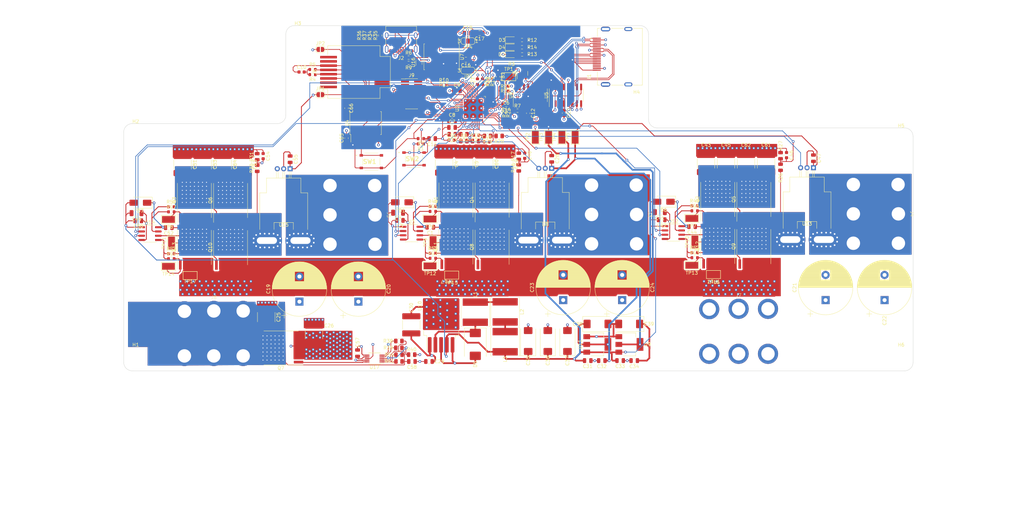
<source format=kicad_pcb>
(kicad_pcb (version 20221018) (generator pcbnew)
  (layers (0 "F.Cu" signal) (1 "In1.Cu" signal) (2 "In2.Cu" signal) (31 "B.Cu" signal) (34 "B.Paste" user) (35 "F.Paste" user) (36 "B.SilkS" user "B.Silkscreen") (37 "F.SilkS" user "F.Silkscreen") (38 "B.Mask" user) (39 "F.Mask" user) (44 "Edge.Cuts" user))
  (net 0 "")
  (net 1 "GND")
  (net 2 "Net-(D1-K)")
  (net 3 "+12V")
  (net 4 "VBUS")
  (net 5 "+3.3V")
  (net 6 "GND_ISO")
  (net 7 "Net-(C10-Pad2)")
  (net 8 "NSRST")
  (net 9 "Net-(U2-VDDA)")
  (net 10 "GND1")
  (net 11 "Net-(U7-VBUS1)")
  (net 12 "Net-(JP4-A)")
  (net 13 "Net-(J8-Pin_1)")
  (net 14 "/MCU/ADC1_IN1")
  (net 15 "+5V")
  (net 16 "/MCU/ADC2_IN5")
  (net 17 "Net-(D6-K)")
  (net 18 "/MCU/ADC2_IN10")
  (net 19 "/MCU/ADC1_IN2")
  (net 20 "Net-(D7-K)")
  (net 21 "/MCU/ADC2_IN12")
  (net 22 "/MCU/ADC1_IN3")
  (net 23 "Net-(U17-TIMER)")
  (net 24 "Net-(D2-K)")
  (net 25 "Net-(D2-A)")
  (net 26 "Net-(D3-K)")
  (net 27 "Net-(D3-A)")
  (net 28 "Net-(D4-K)")
  (net 29 "Net-(D4-A)")
  (net 30 "Net-(D5-K)")
  (net 33 "Net-(J2-CC1)")
  (net 34 "Net-(J2-D+-PadA6)")
  (net 35 "Net-(J2-D--PadA7)")
  (net 37 "Net-(J2-CC2)")
  (net 39 "Net-(J3-Pin_1)")
  (net 40 "Net-(J4-Pin_1)")
  (net 41 "Net-(J5-Pin_1)")
  (net 44 "5V_ISO")
  (net 45 "CAN_IN+")
  (net 46 "CAN_IN-")
  (net 49 "Net-(JP3-C)")
  (net 50 "Net-(JP4-C)")
  (net 51 "Net-(L1-Pad2)")
  (net 52 "Net-(L2-Pad2)")
  (net 53 "Net-(Q1-G)")
  (net 54 "Net-(Q1-S)")
  (net 55 "Net-(Q2-G)")
  (net 56 "Net-(Q12-D)")
  (net 57 "Net-(Q3-G)")
  (net 58 "Net-(Q4-G)")
  (net 59 "Net-(Q5-G)")
  (net 60 "Net-(Q6-G)")
  (net 61 "Net-(Q10-D)")
  (net 62 "Net-(Q7-G)")
  (net 63 "Net-(Q8-G)")
  (net 64 "Net-(Q9-G)")
  (net 65 "Net-(Q10-G)")
  (net 66 "Net-(Q11-G)")
  (net 67 "Net-(Q12-G)")
  (net 68 "Net-(Q13-G)")
  (net 69 "CAN_RX")
  (net 70 "VREF_OUT")
  (net 71 "Net-(U7-UD+)")
  (net 72 "SPI_MISO_+")
  (net 73 "SPI_MISO_-")
  (net 74 "Net-(U8-VIOUT)")
  (net 75 "Net-(U7-UD-)")
  (net 76 "Net-(U7-DD+)")
  (net 77 "/MCU/USB_DP")
  (net 78 "/MCU/USB_DM")
  (net 79 "Net-(U7-DD-)")
  (net 80 "/MCU/OPAMP2_VINP")
  (net 81 "/MCU/ADC2_IN15")
  (net 82 "/MCU/ADC2_IN14")
  (net 83 "/MCU/ADC2_IN4")
  (net 84 "Net-(U13-VIOUT)")
  (net 85 "Net-(U15-VIOUT)")
  (net 86 "Net-(U17-UVLO)")
  (net 87 "Net-(U17-OVP)")
  (net 88 "Net-(U17-SENSE)")
  (net 89 "Net-(U3-LO)")
  (net 90 "Net-(U12-LO)")
  (net 91 "Net-(U14-LO)")
  (net 92 "Net-(U3-HO)")
  (net 93 "Net-(U12-HO)")
  (net 94 "Net-(U14-HO)")
  (net 95 "/MCU/TIM_CH1N")
  (net 100 "/MCU/SPI1_NSS")
  (net 101 "/MCU/SPI1_SCK")
  (net 102 "/MCU/SPI1_MISO")
  (net 103 "/MCU/TIM_CH2N")
  (net 104 "/MCU/TIM_CH3N")
  (net 108 "/MCU/TIM_CH1")
  (net 109 "/MCU/TIM_CH2")
  (net 110 "/MCU/TIM_CH3")
  (net 111 "SWDIO")
  (net 112 "SWCLK")
  (net 113 "JTDI")
  (net 114 "SWO")
  (net 115 "JTRST")
  (net 116 "/MCU/SPI1_MOSI")
  (net 119 "/CAN/CAN_TX")
  (net 134 "/DC INPUT/EN")
  (net 135 "/DC INPUT/nPGD")
  (net 140 "SPI_MOSI_+")
  (net 141 "SPI_MOSI_-")
  (net 142 "SPI_SCK_+")
  (net 143 "SPI_SCK_-")
  (net 144 "SPI_nSS_+")
  (net 145 "SPI_nSS_-")
  (footprint "LED_SMD:LED_0805_2012Metric" (layer "F.Cu") (at 152.1229 33.9852)
    (fp_text reference "D2")
    (fp_text value "GREEN-0805")
  )
  (footprint "Capacitor_SMD:C_0805_2012Metric" (layer "F.Cu") (at 106.426 123.002 90)
    (fp_text reference "C57")
    (fp_text value "100nF-100V-10%-0805")
  )
  (footprint "Capacitor_SMD:C_0805_2012Metric" (layer "F.Cu") (at 128.082 85.470999 180)
    (fp_text reference "C1")
    (fp_text value "100nF-100V-10%-0805")
  )
  (footprint "Connector_PinHeader_1.27mm:PinHeader_2x07_P1.27mm_Vertical_SMD" (layer "F.Cu") (at 122.51 45.72)
    (fp_text reference "J9")
    (fp_text value "Conn_02x07_Odd_Even")
  )
  (footprint "Package_TO_SOT_SMD:Infineon_PG-HSOF-8-1_ThermalVias" (layer "F.Cu") (at 213.643999 91.124999 90)
    (fp_text reference "Q12")
    (fp_text value "HYG017N10NS1TA")
  )
  (footprint "Diode_SMD:D_SMA" (layer "F.Cu") (at 197.569599 77.8792 180)
    (fp_text reference "D6")
    (fp_text value "100V-2A-214AC")
  )
  (footprint "Resistor_SMD:R_0805_2012Metric" (layer "F.Cu") (at 118.7215 119.38 180)
    (fp_text reference "R38")
    (fp_text value "100kΩ-0805-1%")
  )
  (footprint "Capacitor_SMD:C_2220_5650Metric" (layer "F.Cu") (at 79.248 112.258 -90)
    (fp_text reference "C25")
    (fp_text value "10uF-100V-10%-2220")
  )
  (footprint "Capacitor_SMD:C_0805_2012Metric" (layer "F.Cu") (at 150.688 46.736 180)
    (fp_text reference "C6")
    (fp_text value "100nF-100V-10%-0805")
  )
  (footprint "Resistor_SMD:R_0603_1608Metric" (layer "F.Cu") (at 150.432 43.434 180)
    (fp_text reference "R22")
    (fp_text value "10kΩ-1%-0603")
  )
  (footprint "MountingHole:MountingHole_3.2mm_M3" (layer "F.Cu") (at 40.386 124.714)
    (fp_text reference "H1")
    (fp_text value "MountingHole")
  )
  (footprint "Resistor_SMD:R_0603_1608Metric" (layer "F.Cu") (at 206.770999 79.072999)
    (fp_text reference "R49")
    (fp_text value "10Ω-0603-1%")
  )
  (footprint "Capacitor_SMD:C_0805_2012Metric" (layer "F.Cu") (at 134.559 55.753)
    (fp_text reference "C7")
    (fp_text value "100nF-100V-10%-0805")
  )
  (footprint "MountingHole:MountingHole_3.2mm_M3" (layer "F.Cu") (at 88.646 28.956)
    (fp_text reference "H3")
    (fp_text value "MountingHole")
  )
  (footprint "Capacitor_SMD:C_0603_1608Metric" (layer "F.Cu") (at 144.894 60.071)
    (fp_text reference "C48")
    (fp_text value "10nF-50V-10%-0603")
  )
  (footprint "Resistor_SMD:R_0603_1608Metric" (layer "F.Cu") (at 152.2476 38.3032)
    (fp_text reference "R3")
    (fp_text value "DNP 10kΩ-1%-0603")
  )
  (footprint "Capacitor_SMD:C_2220_5650Metric" (layer "F.Cu") (at 132.206999 66.665 -90)
    (fp_text reference "C4")
    (fp_text value "10uF-100V-10%-2220")
  )
  (footprint "Inductor_SMD:L_Sunlord_SWPA8040S" (layer "F.Cu") (at 150.368 119.586 -90)
    (fp_text reference "L3")
    (fp_text value "100uH-1A-20%-8x8mm")
  )
  (footprint "Resistor_SMD:R_0805_2012Metric" (layer "F.Cu") (at 154.4066 64.3401 90)
    (fp_text reference "R17")
    (fp_text value "10kΩ-0805-0.1%")
  )
  (footprint "Resistor_SMD:R_0805_2012Metric" (layer "F.Cu") (at 118.7685 123.444 180)
    (fp_text reference "R54")
    (fp_text value "10kΩ-0805-0.1%")
  )
  (footprint "Package_TO_SOT_SMD:Infineon_PG-HSOF-8-1_ThermalVias" (layer "F.Cu") (at 68.626 77.457 90)
    (fp_text reference "Q6")
    (fp_text value "HYG017N10NS1TA")
  )
  (footprint "Resistor_SMD:R_0603_1608Metric" (layer "F.Cu") (at 111.566 28.3342 90)
    (fp_text reference "R34")
    (fp_text value "10kΩ-1%-0603")
  )
  (footprint "Resistor_SMD:R_0805_2012Metric" (layer "F.Cu") (at 232.335599 67.6157 90)
    (fp_text reference "R26")
    (fp_text value "10kΩ-0805-0.1%")
  )
  (footprint "Resistor_SMD:R_0603_1608Metric" (layer "F.Cu") (at 145.161 42.1 -90)
    (fp_text reference "R19")
    (fp_text value "10kΩ-1%-0603")
  )
  (footprint "Capacitor_SMD:C_0805_2012Metric" (layer "F.Cu") (at 138.6688 35.56 180)
    (fp_text reference "C16")
    (fp_text value "100nF-100V-10%-0805")
  )
  (footprint "Resistor_SMD:R_0805_2012Metric" (layer "F.Cu") (at 134.6181 57.785 180)
    (fp_text reference "R33")
    (fp_text value "10kΩ-0805-0.1%")
  )
  (footprint "Capacitor_SMD:C_1206_3216Metric" (layer "F.Cu") (at 40.64 81.28 180)
    (fp_text reference "C49")
    (fp_text value "1uF-100V-10%-1206")
  )
  (footprint "_Home_Grow:K36-00A" (layer "F.Cu") (at 260.712999 81.498999 -90)
    (fp_text reference "J4")
    (fp_text value "Screw_Terminal_01x01")
  )
  (footprint "_Home_Grow:K36-00A" (layer "F.Cu") (at 182.784 81.673999 -90)
    (fp_text reference "J3")
    (fp_text value "Screw_Terminal_01x01")
  )
  (footprint "Inductor_SMD:L_Sunlord_SWPA8040S" (layer "F.Cu") (at 150.368 110.696 -90)
    (fp_text reference "L2")
    (fp_text value "100uH-1A-20%-8x8mm")
  )
  (footprint "TestPoint:TestPoint_Keystone_5019_Minature" (layer "F.Cu") (at 167.246 58.674 90)
    (fp_text reference "TP4")
    (fp_text value "TestPoint_Probe")
  )
  (footprint "Capacitor_SMD:C_0603_1608Metric" (layer "F.Cu") (at 103.124 50.025 -90)
    (fp_text reference "C66")
    (fp_text value "0.1uF")
  )
  (footprint "TestPoint:TestPoint_Keystone_5019_Minature" (layer "F.Cu") (at 51.054 90.17 90)
    (fp_text reference "TP11")
    (fp_text value "TestPoint_Probe")
  )
  (footprint "TestPoint:TestPoint_Keystone_5019_Minature" (layer "F.Cu") (at 127.9906 97.0026 180)
    (fp_text reference "TP12")
    (fp_text value "TestPoint_Probe")
  )
  (footprint "Diode_SMD:D_SMC" (layer "F.Cu") (at 141.478 120.396 -90)
    (fp_text reference "D5")
    (fp_text value "60V-0.75V@3A-SMC")
  )
  (footprint "LED_SMD:LED_0805_2012Metric" (layer "F.Cu") (at 152.1183 29.718)
    (fp_text reference "D3")
    (fp_text value "YELLOW-0805")
  )
  (footprint "Capacitor_SMD:C_2220_5650Metric" (layer "F.Cu") (at 122.428 114.564 -90)
    (fp_text reference "C30")
    (fp_text value "10uF-100V-10%-2220")
  )
  (footprint "Resistor_SMD:R_0805_2012Metric" (layer "F.Cu") (at 76.5556 64.4671 90)
    (fp_text reference "R31")
    (fp_text value "10kΩ-0805-0.1%")
  )
  (footprint "Capacitor_SMD:C_2220_5650Metric" (layer "F.Cu") (at 72.263 66.792 -90)
    (fp_text reference "C63")
    (fp_text value "10uF-100V-10%-2220")
  )
  (footprint "Capacitor_SMD:C_2220_5650Metric" (layer "F.Cu") (at 144.145 66.665 -90)
    (fp_text reference "C60")
    (fp_text value "10uF-100V-10%-2220")
  )
  (footprint "Resistor_SMD:R_0603_1608Metric" (layer "F.Cu") (at 206.770999 80.596999)
    (fp_text reference "R46")
    (fp_text value "10Ω-0603-1%")
  )
  (footprint "Capacitor_THT:CP_Radial_D16.0mm_P7.50mm" (layer "F.Cu") (at 245.745 107.195 90)
    (fp_text reference "C21")
    (fp_text value "560uF-100V-P7.5mm-D16mm")
  )
  (footprint "Resistor_SMD:R_0603_1608Metric" (layer "F.Cu") (at 132.145 41.5544 180)
    (fp_text reference "R11")
    (fp_text value "24Ω-0603-1%")
  )
  (footprint "Capacitor_SMD:C_0603_1608Metric" (layer "F.Cu") (at 89.7755 39.237)
    (fp_text reference "C10")
    (fp_text value "10nF-50V-10%-0603")
  )
  (footprint "Capacitor_SMD:C_0805_2012Metric" (layer "F.Cu") (at 150.688 48.768 180)
    (fp_text reference "C14")
    (fp_text value "100nF-100V-10%-0805")
  )
  (footprint "Capacitor_SMD:C_0805_2012Metric" (layer "F.Cu") (at 128.6256 59.0804 180)
    (fp_text reference "C11")
    (fp_text value "100nF-100V-10%-0805")
  )
  (footprint "Package_TO_SOT_SMD:Infineon_PG-HSOF-8-1_ThermalVias" (layer "F.Cu") (at 213.647999 77.133 90)
    (fp_text reference "Q2")
    (fp_text value "HYG017N10NS1TA")
  )
  (footprint "Capacitor_SMD:C_0805_2012Metric" (layer "F.Cu") (at 184.592 125.222 180)
    (fp_text reference "C33")
    (fp_text value "100nF-100V-10%-0805")
  )
  (footprint "_Home_Grow:SOP-8_6.62x9.15mm_P2.54mm" (layer "F.Cu") (at 108.839 54.436 90)
    (fp_text reference "U4")
    (fp_text value "ISO1050DUB")
  )
  (footprint "Jumper:SolderJumper-2_P1.3mm_Open_RoundedPad1.0x1.5mm" (layer "F.Cu") (at 95.362 32.512)
    (fp_text reference "JP2")
    (fp_text value "SolderJumper_2_Open")
  )
  (footprint "Resistor_SMD:R_0603_1608Metric" (layer "F.Cu") (at 146.685 42.101 90)
    (fp_text reference "R18")
    (fp_text value "100Ω-1%-0603")
  )
  (footprint "Resistor_SMD:R_0805_2012Metric" (layer "F.Cu") (at 138.0725 57.785 180)
    (fp_text reference "R32")
    (fp_text value "10kΩ-0805-0.1%")
  )
  (footprint "Capacitor_SMD:C_0805_2012Metric" (layer "F.Cu") (at 242.139999 64.91 -90)
    (fp_text reference "C47")
    (fp_text value "100nF-100V-10%-0805")
  )
  (footprint "Capacitor_SMD:C_0805_2012Metric" (layer "F.Cu") (at 136.0068 44.8056)
    (fp_text reference "C9")
    (fp_text value "100nF-100V-10%-0805")
  )
  (footprint "Capacitor_Tantalum_SMD:CP_EIA-7343-31_Kemet-D" (layer "F.Cu") (at 177.8645 114.3)
    (fp_text reference "C38")
    (fp_text value "47uF-16V-CASE_D")
  )
  (footprint "TestPoint:TestPoint_Keystone_5019_Minature" (layer "F.Cu") (at 163.296 58.674 90)
    (fp_text reference "TP3")
    (fp_text value "TestPoint_Probe")
  )
  (footprint "TestPoint:TestPoint_Keystone_5019_Minature" (layer "F.Cu") (at 56.5912 99.8728 180)
    (fp_text reference "TP17")
    (fp_text value "TestPoint_Probe")
  )
  (footprint "Jumper:SolderJumper-3_P1.3mm_Bridged12_RoundedPad1.0x1.5mm_NumberLabels" (layer "F.Cu") (at 139.2728 38.8112 180)
    (fp_text reference "JP3")
    (fp_text value "Jumper")
  )
  (footprint "Resistor_SMD:R_0603_1608Metric" (layer "F.Cu") (at 155.4157 33.9852 180)
    (fp_text reference "R13")
    (fp_text value "100Ω-1%-0603")
  )
  (footprint "Resistor_SMD:R_0603_1608Metric" (layer "F.Cu") (at 109.982 28.3342 90)
    (fp_text reference "R37")
    (fp_text value "10kΩ-1%-0603")
  )
  (footprint "Resistor_SMD:R_0805_2012Metric" (layer "F.Cu") (at 76.5556 67.9177 90)
    (fp_text reference "R30")
    (fp_text value "10kΩ-0805-0.1%")
  )
  (footprint "Inductor_SMD:L_Sunlord_SWPA8040S" (layer "F.Cu") (at 141.478 110.792 90)
    (fp_text reference "L1")
    (fp_text value "100uH-1A-20%-8x8mm")
  )
  (footprint "Package_SO:SOIC-8_3.9x4.9mm_P1.27mm" (layer "F.Cu") (at 44.642 87.376)
    (fp_text reference "U14")
    (fp_text value "IRS21867S")
  )
  (footprint "Capacitor_Tantalum_SMD:CP_EIA-7343-31_Kemet-D" (layer "F.Cu") (at 187.2625 114.3 180)
    (fp_text reference "C39")
    (fp_text value "47uF-16V-CASE_D")
  )
  (footprint "Resistor_SMD:R_0603_1608Metric" (layer "F.Cu") (at 142.113 42.101 90)
    (fp_text reference "R21")
    (fp_text value "100Ω-1%-0603")
  )
  (footprint "TestPoint:TestPoint_Keystone_5019_Minature" (layer "F.Cu") (at 159.346 58.674 90)
    (fp_text reference "TP2")
    (fp_text value "TestPoint_Probe")
  )
  (footprint "Resistor_SMD:R_0603_1608Metric" (layer "F.Cu") (at 50.991 93.345)
    (fp_text reference "R53")
    (fp_text value "10Ω-0603-1%")
  )
  (footprint "_Home_Grow:K36-00A" (layer "F.Cu") (at 63.64 117.125)
    (fp_text reference "J8")
    (fp_text value "Screw_Terminal_01x01")
  )
  (footprint "Resistor_SMD:R_0603_1608Metric" (layer "F.Cu") (at 150.431 44.958)
    (fp_text reference "R23")
    (fp_text value "100Ω-1%-0603")
  )
  (footprint "Resistor_SMD:R_0805_2012Metric" (layer "F.Cu") (at 154.4066 67.7907 90)
    (fp_text reference "R16")
    (fp_text value "10kΩ-0805-0.1%")
  )
  (footprint "Resistor_SMD:R_0805_2012Metric" (layer "F.Cu") (at 118.7685 125.476 180)
    (fp_text reference "R41")
    (fp_text value "2x10kΩ-0805-0.1%")
  )
  (footprint "_Home_Grow:MOLEX_47272-0001" (layer "F.Cu") (at 191.2076 34.6804 90)
    (fp_text reference "J1")
    (fp_text value "47272-0001")
  )
  (footprint "Capacitor_SMD:C_0603_1608Metric" (layer "F.Cu") (at 134.4 59.563)
    (fp_text reference "C56")
    (fp_text value "10nF-50V-10%-0603")
  )
  (footprint "Package_SO:SOIC-8_3.9x4.9mm_P1.27mm" (layer "F.Cu") (at 122.493 87.249)
    (fp_text reference "U3")
    (fp_text value "IRS21867S")
  )
  (footprint "Package_TO_SOT_SMD:SOT-23" (layer "F.Cu") (at 155.5496 39.6471 90)
    (fp_text reference "U1")
    (fp_text value "DNP LM4040DBZ-2.5 ")
  )
  (footprint "Capacitor_SMD:C_0805_2012Metric" (layer "F.Cu") (at 188.788 125.222)
    (fp_text reference "C34")
    (fp_text value "100nF-100V-10%-0805")
  )
  (footprint "Resistor_SMD:R_0805_2012Metric" (layer "F.Cu") (at 141.5269 59.817)
    (fp_text reference "R15")
    (fp_text value "10kΩ-0805-0.1%")
  )
  (footprint "Package_TO_SOT_SMD:Infineon_PG-HSOF-8-1_ThermalVias" (layer "F.Cu") (at 57.868 77.435 90)
    (fp_text reference "Q3")
    (fp_text value "HYG017N10NS1TA")
  )
  (footprint "TestPoint:TestPoint_Keystone_5019_Minature" (layer "F.Cu") (at 205.919599 82.857599 180)
    (fp_text reference "TP7")
    (fp_text value "TestPoint_Probe")
  )
  (footprint "Package_DFN_QFN:QFN-48-1EP_7x7mm_P0.5mm_EP5.6x5.6mm" (layer "F.Cu") (at 140.902 50.1 90)
    (fp_text reference "U2")
    (fp_text value "STM32G431CBUx")
  )
  (footprint "Resistor_SMD:R_0603_1608Metric" (layer "F.Cu") (at 50.991 94.869)
    (fp_text reference "R44")
    (fp_text value "10Ω-0603-1%")
  )
  (footprint "Capacitor_SMD:C_2220_5650Metric" (layer "F.Cu") (at 138.176 66.665 -90)
    (fp_text reference "C5")
    (fp_text value "10uF-100V-10%-2220")
  )
  (footprint "Resistor_SMD:R_0603_1608Metric" (layer "F.Cu") (at 128.842 94.741999)
    (fp_text reference "R42")
    (fp_text value "10Ω-0603-1%")
  )
  (footprint "Resistor_SMD:R_0603_1608Metric" (layer "F.Cu") (at 50.991 80.899)
    (fp_text reference "R47")
    (fp_text value "10Ω-0603-1%")
  )
  (footprint "TestPoint:TestPoint_Keystone_5019_Minature" (layer "F.Cu") (at 50.1396 83.1596 180)
    (fp_text reference "TP8")
    (fp_text value "TestPoint_Probe")
  )
  (footprint "TestPoint:TestPoint_Keystone_5019_Minature" (layer "F.Cu") (at 212.371199 99.5708 180)
    (fp_text reference "TP16")
    (fp_text value "TestPoint_Probe")
  )
  (footprint "Capacitor_Tantalum_SMD:CP_EIA-7343-31_Kemet-D" (layer "F.Cu") (at 168.91 119.38 90)
    (fp_text reference "C37")
    (fp_text value "47uF-16V-CASE_D")
  )
  (footprint "Resistor_SMD:R_0603_1608Metric" (layer "F.Cu") (at 155.3817 31.8516 180)
    (fp_text reference "R14")
    (fp_text value "100Ω-1%-0603")
  )
  (footprint "Package_TO_SOT_SMD:Infineon_PG-HSOF-8-1_ThermalVias" (layer "F.Cu") (at 146.477 77.33 90)
    (fp_text reference "Q4")
    (fp_text value "HYG017N10NS1TA")
  )
  (footprint "Package_TO_SOT_SMD:SOT-553" (layer "F.Cu") (at 124.722 36.3616 90)
    (fp_text reference "U16")
    (fp_text value "TPD2E2U06")
  )
  (footprint "_Home_Grow:TS1187ABAB" (layer "F.Cu") (at 123.238 65.121)
    (fp_text reference "SW2")
    (fp_text value "SW_DIP_x01" hide)
  )
  (footprint "Package_SO:MSOP-10_3x3mm_P0.5mm" (layer "F.Cu") (at 111.465 124.595 180)
    (fp_text reference "U17")
    (fp_text value "LM5060")
  )
  (footprint "Resistor_SMD:R_0603_1608Metric" (layer "F.Cu") (at 143.637 42.1 -90)
    (fp_text reference "R20")
    (fp_text value "10kΩ-1%-0603")
  )
  (footprint "Resistor_SMD:R_0805_2012Metric" (layer "F.Cu") (at 138.0725 59.817)
    (fp_text reference "R8")
    (fp_text value "10kΩ-0805-0.1%")
  )
  (footprint "Jumper:SolderJumper-2_P1.3mm_Open_RoundedPad1.0x1.5mm" (layer "F.Cu") (at 95.362 45.974)
    (fp_text reference "JP1")
    (fp_text value "SolderJumper_2_Open")
  )
  (footprint "Capacitor_SMD:C_0805_2012Metric" (layer "F.Cu") (at 196.945 83.264 180)
    (fp_text reference "C42")
    (fp_text value "100nF-100V-10%-0805")
  )
  (footprint "Inductor_SMD:L_0603_1608Metric" (layer "F.Cu") (at 148.2344 40.64 -90)
    (fp_text reference "FB1")
    (fp_text value "600Ω@100MHz-25%-0603")
  )
  (footprint "Capacitor_SMD:C_0805_2012Metric" (layer "F.Cu") (at 142.7632 27.6352 180)
    (fp_text reference "C17")
    (fp_text value "100nF-100V-10%-0805")
  )
  (footprint "Capacitor_SMD:C_0603_1608Metric" (layer "F.Cu") (at 157.226 51.5242 -90)
    (fp_text reference "C12")
    (fp_text value "0.1uF")
  )
  (footprint "Capacitor_SMD:C_0805_2012Metric" (layer "F.Cu") (at 179.136 125.222)
    (fp_text reference "C32")
    (fp_text value "100nF-100V-10%-0805")
  )
  (footprint "Package_TO_SOT_SMD:Infineon_PG-HSOF-8-1_ThermalVias" (layer "F.Cu") (at 224.405999 77.155 90)
    (fp_text reference "Q5")
    (fp_text value "HYG017N10NS1TA")
  )
  (footprint "Capacitor_SMD:C_0603_1608Metric" (layer "F.Cu") (at 141.745 58.039 180)
    (fp_text reference "C27")
    (fp_text value "10nF-50V-10%-0603")
  )
  (footprint "Resistor_SMD:R_0805_2012Metric" (layer "F.Cu") (at 122.5315 123.444)
    (fp_text reference "R40")
    (fp_text value "3.6kΩ-0805-1%")
  )
  (footprint "Resistor_SMD:R_0603_1608Metric" (layer "F.Cu") (at 128.842 80.771999)
    (fp_text reference "R45")
    (fp_text value "10Ω-0603-1%")
  )
  (footprint "Capacitor_SMD:C_0805_2012Metric" (layer "F.Cu") (at 127.696 125.476)
    (fp_text reference "C29")
    (fp_text value "100nF-100V-10%-0805")
  )
  (footprint "Capacitor_SMD:C_0603_1608Metric" (layer "F.Cu") (at 78.3336 64.2998 -90)
    (fp_text reference "C54")
    (fp_text value "10nF-50V-10%-0603")
  )
  (footprint "Capacitor_THT:CP_Radial_D16.0mm_P7.50mm" (layer "F.Cu") (at 185.19 107.195 90)
    (fp_text reference "C24")
    (fp_text value "560uF-100V-P7.5mm-D16mm")
  )
  (footprint "Capacitor_SMD:C_0805_2012Metric" (layer "F.Cu") (at 50.231 85.598 180)
    (fp_text reference "C52")
    (fp_text value "100nF-100V-10%-0805")
  )
  (footprint "Package_TO_SOT_SMD:Infineon_PG-HSOF-8-1_ThermalVias" (layer "F.Cu") (at 135.715 91.299999 90)
    (fp_text reference "Q11")
    (fp_text value "HYG017N10NS1TA")
  )
  (footprint "TestPoint:TestPoint_Keystone_5019_Minature" (layer "F.Cu") (at 206.833999 89.867999 90)
    (fp_text reference "TP10")
    (fp_text value "TestPoint_Probe")
  )
  (footprint "_Home_Grow:Allegro_CB_PFF" (layer "F.Cu") (at 164.206 67.931 180)
    (fp_text reference "U8")
    (fp_text value "ACS770xCB-100B-PFF")
  )
  (footprint "MountingHole:MountingHole_3.2mm_M3" (layer "F.Cu") (at 268.224 124.714)
    (fp_text reference "H6")
    (fp_text value "MountingHole")
  )
  (footprint "Resistor_SMD:R_0603_1608Metric" (layer "F.Cu") (at 108.3864 28.3342 90)
    (fp_text reference "R36")
    (fp_text value "10kΩ-1%-0603")
  )
  (footprint "Resistor_SMD:R_0603_1608Metric" (layer "F.Cu") (at 93.0265 40.005 180)
    (fp_text reference "R4")
    (fp_text value "47Ω-1%-0603")
  )
  (footprint "Resistor_SMD:R_0603_1608Metric" (layer "F.Cu") (at 50.991 79.375)
    (fp_text reference "R50")
    (fp_text value "10Ω-0603-1%")
  )
  (footprint "Resistor_SMD:R_0603_1608Metric" (layer "F.Cu") (at 121.6274 34.9504)
    (fp_text reference "R6")
    (fp_text value "24Ω-0603-1%")
  )
  (footprint "Capacitor_SMD:C_0805_2012Metric" (layer "F.Cu") (at 134.559 53.721)
    (fp_text reference "C8")
    (fp_text value "100nF-100V-10%-0805")
  )
  (footprint "Capacitor_THT:CP_Radial_D16.0mm_P7.50mm" (layer "F.Cu") (at 89.13 107.652755 90)
    (fp_text reference "C19")
    (fp_text value "560uF-100V-P7.5mm-D16mm")
  )
  (footprint "Capacitor_SMD:C_1206_3216Metric" (layer "F.Cu") (at 196.42 80.978 180)
    (fp_text reference "C41")
    (fp_text value "1uF-100V-10%-1206")
  )
  (footprint "TestPoint:TestPoint_Keystone_5019_Minature" (layer "F.Cu") (at 151.4348 40.64)
    (fp_text reference "TP1")
    (fp_text value "TestPoint_Probe")
  )
  (footprint "Capacitor_SMD:C_0805_2012Metric" (layer "F.Cu") (at 86.36 65.212 -90)
    (fp_text reference "C55")
    (fp_text value "100nF-100V-10%-0805")
  )
  (footprint "TestPoint:TestPoint_Keystone_5019_Minature" (layer "F.Cu") (at 127.9906 83.032599 180)
    (fp_text reference "TP6")
    (fp_text value "TestPoint_Probe")
  )
  (footprint "Resistor_SMD:R_0603_1608Metric" (layer "F.Cu") (at 132.1186 43.1292)
    (fp_text reference "R10")
    (fp_text value "24Ω-0603-1%")
  )
  (footprint "Capacitor_THT:CP_Radial_D16.0mm_P7.50mm" (layer "F.Cu") (at 106.68 107.652755 90)
    (fp_text reference "C20")
    (fp_text value "560uF-100V-P7.5mm-D16mm")
  )
  (footprint "Capacitor_SMD:C_2220_5650Metric" (layer "F.Cu") (at 222.073999 66.49 -90)
    (fp_text reference "C62")
    (fp_text value "10uF-100V-10%-2220")
  )
  (footprint "Resistor_SMD:R_0603_1608Metric" (layer "F.Cu") (at 154.0378 50.7492)
    (fp_text reference "R7")
    (fp_text value "100R")
  )
  (footprint "Capacitor_SMD:C_0805_2012Metric" (layer "F.Cu") (at 41.165 83.566 180)
    (fp_text reference "C50")
    (fp_text value "100nF-100V-10%-0805")
  )
  (footprint "Capacitor_SMD:C_2220_5650Metric" (layer "F.Cu") (at 210.135998 66.49 -90)
    (fp_text reference "C43")
    (fp_text value "10uF-100V-10%-2220")
  )
  (footprint "Package_TO_SOT_SMD:Infineon_PG-HSOF-8-1_ThermalVias" (layer "F.Cu") (at 57.864 91.427 90)
    (fp_text reference "Q13")
    (fp_text value "HYG017N10NS1TA")
  )
  (footprint "Capacitor_SMD:C_2220_5650Metric" (layer "F.Cu") (at 216.104999 66.49 -90)
    (fp_text reference "C45")
    (fp_text value "10uF-100V-10%-2220")
  )
  (footprint "TestPoint:TestPoint_Keystone_5019_Minature" (layer "F.Cu") (at 128.905 90.042999 90)
    (fp_text reference "TP9")
    (fp_text value "TestPoint_Probe")
  )
  (footprint "Jumper:SolderJumper-3_P1.3mm_Bridged12_RoundedPad1.0x1.5mm_NumberLabels" (layer "F.Cu") (at 139.2936 30.0228 180)
    (fp_text reference "JP4")
    (fp_text value "Jumper")
  )
  (footprint "Package_TO_SOT_SMD:SOT-223-3_TabPin2" (layer "F.Cu") (at 177.8 120.396)
    (fp_text reference "U11")
    (fp_text value "AMS1117-5.0")
  )
  (footprint "MountingHole:MountingHole_3.2mm_M3" (layer "F.Cu") (at 189.484 49.403)
    (fp_text reference "H4")
    (fp_text value "MountingHole")
  )
  (footprint "Resistor_SMD:R_0603_1608Metric" (layer "F.Cu") (at 121.6274 36.5252 180)
    (fp_text reference "R9")
    (fp_text value "24Ω-0603-1%")
  )
  (footprint "Package_TO_SOT_SMD:Infineon_PG-HSOF-8-1_ThermalVias" (layer "F.Cu") (at 146.466 91.369999 90)
    (fp_text reference "Q8")
    (fp_text value "HYG017N10NS1TA")
  )
  (footprint "Package_SO:SOIC-16_3.9x9.9mm_P1.27mm" (layer "F.Cu") (at 168.529 46.166 90)
    (fp_text reference "U5")
    (fp_text value "SN65LVDS31D")
  )
  (footprint "Resistor_SMD:R_0805_2012Metric" (layer "F.Cu") (at 232.335599 64.1651 90)
    (fp_text reference "R27")
    (fp_text value "10kΩ-0805-0.1%")
  )
  (footprint "_Home_Grow:K36-00A" (layer "F.Cu") (at 104.933 81.801 -90)
    (fp_text reference "J5")
    (fp_text value "Screw_Terminal_01x01")
  )
  (footprint "Capacitor_Tantalum_SMD:CP_EIA-7343-31_Kemet-D" (layer "F.Cu") (at 157.21 119.38 90)
    (fp_text reference "C35")
    (fp_text value "47uF-16V-CASE_D")
  )
  (footprint "Resistor_SMD:R_0603_1608Metric" (layer "F.Cu") (at 128.842 93.217999)
    (fp_text reference "R51")
    (fp_text value "10Ω-0603-1%")
  )
  (footprint "Capacitor_Tantalum_SMD:CP_EIA-7343-31_Kemet-D" (layer "F.Cu") (at 163.06 119.38 90)
    (fp_text reference "C36")
    (fp_text value "47uF-16V-CASE_D")
  )
  (footprint "TestPoint:TestPoint_Keystone_5019_Minature" (layer "F.Cu") (at 50.1396 97.1296 180)
    (fp_text reference "TP14")
    (fp_text value "TestPoint_Probe")
  )
  (footprint "Resistor_SMD:R_0603_1608Metric" (layer "F.Cu") (at 151.511 51.372 90)
    (fp_text reference "R25")
    (fp_text value "100Ω-1%-0603")
  )
  (footprint "_Home_Grow:Allegro_CB_PFF" (layer "F.Cu") (at 242.134999 67.756 180)
    (fp_text reference "U13")
    (fp_text value "ACS770xCB-100B-PFF")
  )
  (footprint "Capacitor_SMD:C_0805_2012Metric" (layer "F.Cu") (at 206.010999 85.295999 180)
    (fp_text reference "C44")
    (fp_text value "100nF-100V-10%-0805")
  )
  (footprint "Capacitor_THT:CP_Radial_D16.0mm_P7.50mm" (layer "F.Cu") (at 263.295 107.195 90)
    (fp_text reference "C22")
    (fp_text value "560uF-100V-P7.5mm-D16mm")
  )
  (footprint "Package_TO_SOT_SMD:Infineon_PG-HSOF-8-1_ThermalVias" (layer "F.Cu") (at 83.61 121.46 180)
    (fp_text reference "Q7")
    (fp_text value "HYG017N10NS1TA")
  )
  (footprint "Resistor_SMD:R_0603_1608Metric" (layer "F.Cu") (at 125.285 60.6552 180)
    (fp_text reference "R1")
    (fp_text value "10kΩ-1%-0603")
  )
  (footprint "_Home_Grow:K36-00A" (layer "F.Cu") (at 219.85 116.49)
    (fp_text reference "J7")
    (fp_text value "Screw_Terminal_01x01")
  )
  (footprint "Package_TO_SOT_SMD:TO-263-5_TabPin3" (layer "F.Cu") (at 131.299 112.867 90)
    (fp_text reference "U10")
    (fp_text value "LM2591HVS-12")
  )
  (footprint "Package_SO:SOIC-8_3.9x4.9mm_P1.27mm" (layer "F.Cu") (at 200.421999 87.074)
    (fp_text reference "U12")
    (fp_text value "IRS21867S")
  )
  (footprint "Resistor_SMD:R_0805_2012Metric" (layer "F.Cu") (at 118.7215 121.412)
    (fp_text reference "R39")
    (fp_text value "6.4kΩ-0805-0.1%")
  )
  (footprint "_Home_Grow:TS1187ABAB" (layer "F.Cu") (at 110.538 65.943)
    (fp_text reference "SW1")
    (fp_text value "SW_DIP_x01" hide)
  )
  (footprint "Resistor_SMD:R_0603_1608Metric" (layer "F.Cu") (at 128.842 79.247999)
    (fp_text reference "R48")
    (fp_text value "10Ω-0603-1%")
  )
  (footprint "Package_SO:SOIC-16W_7.5x10.3mm_P1.27mm" (layer "F.Cu") (at 131.445 34.72 -90)
    (fp_text reference "U7")
    (fp_text value "ADUM4160")
  )
  (footprint "Capacitor_SMD:C_0805_2012Metric" (layer "F.Cu") (at 139.1768 27.686)
    (fp_text reference "C18")
    (fp_text value "100nF-100V-10%-0805")
  )
  (footprint "Capacitor_SMD:C_2220_5650Metric" (layer "F.Cu") (at 60.325 66.792 -90)
    (fp_text reference "C53")
    (fp_text value "10uF-100V-10%-2220")
  )
  (footprint "Capacitor_SMD:C_1206_3216Metric" (layer "F.Cu") (at 118.491001 81.153 180)
    (fp_text reference "C2")
    (fp_text value "1uF-100V-10%-1206")
  )
  (footprint "_Home_Grow:USB_C_Receptacle_XKB_U262-16XN-4BVC11" (layer "F.Cu") (at 119.4 29.35 180)
    (fp_text reference "J2")
    (fp_text value "USB_C_Receptacle_USB2.0")
  )
  (footprint "Capacitor_SMD:C_2220_5650Metric" (layer "F.Cu") (at 66.294 66.792 -90)
    (fp_text reference "C64")
    (fp_text value "10uF-100V-10%-2220")
  )
  (footprint "Package_TO_SOT_SMD:SOT-223-3_TabPin2" (layer "F.Cu") (at 187.35 120.396)
    (fp_text reference "U9")
    (fp_text value "AMS1117-3.3")
  )
  (footprint "Capacitor_SMD:C_0603_1608Metric" (layer "F.Cu") (at 103.124 58.941 90)
    (fp_text reference "C65")
    (fp_text value "0.1uF")
  )
  (footprint "Diode_SMD:D_SMA" (layer "F.Cu") (at 41.7896 78.1812 180)
    (fp_text reference "D7")
    (fp_text value "100V-2A-214AC")
  )
  (footprint "Package_TO_SOT_SMD:Infineon_PG-HSOF-8-1_ThermalVias" (layer "F.Cu") (at 68.615 91.497 90)
    (fp_text reference "Q10")
    (fp_text value "HYG017N10NS1TA")
  )
  (footprint "Capacitor_SMD:C_2220_5650Metric" (layer "F.Cu") (at 54.356 66.792 -90)
    (fp_text reference "C51")
    (fp_text value "10uF-100V-10%-2220")
  )
  (footprint "Resistor_SMD:R_0603_1608Metric" (layer "F.Cu") (at 149.86 51.371 -90)
    (fp_text reference "R24")
    (fp_text value "10kΩ-1%-0603")
  )
  (footprint "Package_SO:SOIC-16_3.9x9.9mm_P1.27mm" (layer "F.Cu") (at 157.861 46.166 90)
    (fp_text reference "U6")
    (fp_text value "SN65LVDS33D")
  )
  (footprint "Capacitor_SMD:C_2220_5650Metric" (layer "F.Cu") (at 228.042999 66.49 -90)
    (fp_text reference "C61")
    (fp_text value "10uF-100V-10%-2220")
  )
  (footprint "Capacitor_SMD:C_2220_5650Metric" (layer "F.Cu") (at 93.472 117.338 -90)
    (fp_text reference "C26")
    (fp_text value "10uF-100V-10%-2220")
  )
  (footprint "Resistor_SMD:R_0805_2012Metric" (layer "F.Cu") (at 148.5665 58.293 180)
    (fp_text reference "R28")
    (fp_text value "10kΩ-0805-0.1%")
  )
  (footprint "LED_SMD:LED_0805_2012Metric" (layer "F.Cu") (at 152.0952 31.8516)
    (fp_text reference "D4")
    (fp_text value "RED-0805")
  )
  (footprint "Resistor_SMD:R_0603_1608Metric" (layer "F.Cu") (at 93.0275 38.481)
    (fp_text reference "R5")
    (fp_text value "47Ω-1%-0603")
  )
  (footprint "Package_TO_SOT_SMD:Infineon_PG-HSOF-8-1_ThermalVias" (layer "F.Cu") (at 224.394999 91.194999 90)
    (fp_text reference "Q9")
    (fp_text value "HYG017N10NS1TA")
  )
  (footprint "Capacitor_SMD:C_0805_2012Metric" (layer "F.Cu") (at 174.94 125.222 180)
    (fp_text reference "C31")
    (fp_text value "100nF-100V-10%-0805")
  )
  (footprint "Capacitor_SMD:C_0805_2012Metric" (layer "F.Cu") (at 122.616 125.476)
    (fp_text reference "C58")
    (fp_text value "100nF-100V-10%-0805")
  )
  (footprint "Package_TO_SOT_SMD:Infineon_PG-HSOF-8-1_ThermalVias" (layer "F.Cu") (at 135.719 77.308 90)
    (fp_text reference "Q1")
    (fp_text value "HYG017N10NS1TA")
  )
  (footprint "Resistor_SMD:R_0603_1608Metric" (layer "F.Cu") (at 206.770999 93.042999)
    (fp_text reference "R52")
    (fp_text value "10Ω-0603-1%")
  )
  (footprint "Diode_SMD:D_SMA" (layer "F.Cu") (at 119.6406 78.0542 180)
    (fp_text reference "D1")
    (fp_text value "100V-2A-214AC")
  )
  (footprint "Resistor_SMD:R_0603_1608Metric" (layer "F.Cu") (at 206.770999 94.566999)
    (fp_text reference "R43")
    (fp_text value "10Ω-0603-1%")
  )
  (footprint "Resistor_SMD:R_0805_2012Metric" (layer "F.Cu") (at 145.1121 58.293 180)
    (fp_text reference "R29")
    (fp_text value "10kΩ-0805-0.1%")
  )
  (footprint "Capacitor_SMD:C_0603_1608Metric" (layer "F.Cu") (at 167.894 51.4734 -90)
    (fp_text reference "C13")
    (fp_text value "0.1uF")
  )
  (footprint "TestPoint:TestPoint_Keystone_5019_Minature" (layer "F.Cu") (at 171.196 58.674 90)
    (fp_text reference "TP5")
    (fp_text value "TestPoint_Probe")
  )
  (footprint "Resistor_SMD:R_0603_1608Metric" (layer "F.Cu") (at 155.3817 29.718 180)
    (fp_text reference "R12")
    (fp_text value "100Ω-1%-0603")
  )
  (footprint "TestPoint:TestPoint_Keystone_5019_Minature" (layer "F.Cu") (at 205.919599 96.8276 180)
    (fp_text reference "TP13")
    (fp_text value "TestPoint_Probe")
  )
  (footprint "TestPoint:TestPoint_Keystone_5019_Minature" (layer "F.Cu") (at 134.4422 99.7458 180)
    (fp_text reference "TP15")
    (fp_text value "TestPoint_Probe")
  )
  (footprint "Capacitor_SMD:C_0603_1608Metric" (layer "F.Cu") (at 156.1846 64.1728 -90)
    (fp_text reference "C40")
    (fp_text value "10nF-50V-10%-0603")
  )
  (footprint "Capacitor_THT:CP_Radial_D16.0mm_P7.50mm" (layer "F.Cu") (at 167.64 107.195 90)
    (fp_text reference "C23")
    (fp_text value "560uF-100V-P7.5mm-D16mm")
  )
  (footprint "Capacitor_SMD:C_2220_5650Metric" (layer "F.Cu") (at 150.114 66.665 -90)
    (fp_text reference "C59")
    (fp_text value "10uF-100V-10%-2220")
  )
  (footprint "Capacitor_SMD:C_0805_2012Metric" (layer "F.Cu") (at 164.211 65.085 -90)
    (fp_text reference "C28")
    (fp_text value "100nF-100V-10%-0805")
  )
  (footprint "_Home_Grow:Allegro_CB_PFF" (layer "F.Cu") (at 86.355 68.058 180)
    (fp_text reference "U15")
    (fp_text value "ACS770xCB-100B-PFF")
  )
  (footprint "MountingHole:MountingHole_3.2mm_M3" (layer "F.Cu") (at 40.386 58.166)
    (fp_text reference "H2")
    (fp_text value "MountingHole")
  )
  (footprint "Capacitor_SMD:C_0603_1608Metric" (layer "F.Cu") (at 234.113599 63.9978 -90)
    (fp_text reference "C46")
    (fp_text value "10nF-50V-10%-0603")
  )
  (footprint "MountingHole:MountingHole_3.2mm_M3" (layer "F.Cu") (at 268.224 59.436)
    (fp_text reference "H5")
    (fp_text value "MountingHole")
  )
  (footprint "Resistor_SMD:R_0603_1608Metric" (layer "F.Cu") (at 113.1824 28.3342 90)
    (fp_text reference "R35")
    (fp_text value "10kΩ-1%-0603")
  )
  (footprint "Capacitor_SMD:C_0805_2012Metric" (layer "F.Cu") (at 119.016001 83.439 180)
    (fp_text reference "C3")
    (fp_text value "100nF-100V-10%-0805")
  )
  (footprint "Resistor_SMD:R_0603_1608Metric" (layer "F.Cu") (at 125.285 59.0804 180)
    (fp_text reference "R2")
    (fp_text value "10kΩ-1%-0603")
  )
  (footprint "_Home_Grow:RJ45_Molex_0855135013_Vertical" (layer "F.Cu") (at 105.63 39.243 90)
    (fp_text reference "J6")
    (fp_text value "Conn_01x08")
  )
  (gr_arc (start 36.83 57.15) (mid 37.573949 55.353949) (end 39.37 54.61) (stroke (width 0.1)) (layer "Edge.Cuts"))
  (gr_line (start 39.37 54.61) (end 82.55 54.61) (stroke (width 0.1)) (layer "Edge.Cuts"))
  (gr_arc (start 85.09 27.94) (mid 85.833949 26.143949) (end 87.63 25.4) (stroke (width 0.1)) (layer "Edge.Cuts"))
  (gr_line (start 193.04 53.34) (end 193.04 27.94) (stroke (width 0.1)) (layer "Edge.Cuts"))
  (gr_line (start 87.63 25.4) (end 190.5 25.4) (stroke (width 0.1)) (layer "Edge.Cuts"))
  (gr_line (start 269.24 128.27) (end 39.37 128.27) (stroke (width 0.1)) (layer "Edge.Cuts"))
  (gr_arc (start 85.09 52.07) (mid 84.346051 53.866051) (end 82.55 54.61) (stroke (width 0.1)) (layer "Edge.Cuts"))
  (gr_arc (start 269.24 55.88) (mid 271.036051 56.623949) (end 271.78 58.42) (stroke (width 0.1)) (layer "Edge.Cuts"))
  (gr_line (start 85.09 52.07) (end 85.09 27.94) (stroke (width 0.1)) (layer "Edge.Cuts"))
  (gr_arc (start 271.78 125.73) (mid 271.036051 127.526051) (end 269.24 128.27) (stroke (width 0.1)) (layer "Edge.Cuts"))
  (gr_line (start 271.78 58.42) (end 271.78 125.73) (stroke (width 0.1)) (layer "Edge.Cuts"))
  (gr_arc (start 195.58 55.88) (mid 193.783949 55.136051) (end 193.04 53.34) (stroke (width 0.1)) (layer "Edge.Cuts"))
  (gr_arc (start 190.5 25.4) (mid 192.296051 26.143949) (end 193.04 27.94) (stroke (width 0.1)) (layer "Edge.Cuts"))
  (gr_arc (start 39.37 128.27) (mid 37.573949 127.526051) (end 36.83 125.73) (stroke (width 0.1)) (layer "Edge.Cuts"))
  (gr_line (start 195.58 55.88) (end 269.24 55.88) (stroke (width 0.1)) (layer "Edge.Cuts"))
  (gr_line (start 36.83 125.73) (end 36.83 57.15) (stroke (width 0.1)) (layer "Edge.Cuts"))
  (gr_text "TP17" (at 212.4202 101.6148 180) (layer "F.SilkS") (effects (font (size 1 1))))
  (gr_text "TP17" (at 133.0452 101.6148 180) (layer "F.SilkS") (effects (font (size 1 1))))
  (segment (start 182.626 114.3) (end 180.977 114.3) (width 0.5) (layer "F.Cu") (net 1))
  (segment (start 156.1846 63.3978) (end 156.1846 62.8396) (width 0.2) (layer "F.Cu") (net 1))
  (segment (start 157.5308 53.2384) (end 159.5628 53.2384) (width 0.2) (layer "F.Cu") (net 1))
  (segment (start 132.4102 55.753) (end 133.609 55.753) (width 0.2) (layer "F.Cu") (net 1))
  (segment (start 75.057 62.357) (end 74.93 62.23) (width 0.2) (layer "F.Cu") (net 1))
  (segment (start 182.626 118.046) (end 184.15 118.046) (width 0.5) (layer "F.Cu") (net 1))
  (segment (start 132.1054 53.721) (end 133.609 53.721) (width 0.2) (layer "F.Cu") (net 1))
  (segment (start 143.383 58.039) (end 143.383 60.071) (width 0.2) (layer "F.Cu") (net 1))
  (segment (start 230.757999 61.976) (end 230.709999 61.928) (width 0.2) (layer "F.Cu") (net 1))
  (segment (start 137.9728 38.8112) (end 137.9728 37.5412) (width 0.2) (layer "F.Cu") (net 1))
  (segment (start 232.156 61.976) (end 230.757999 61.976) (width 0.2) (layer "F.Cu") (net 1))
  (segment (start 131.7244 58.5724) (end 131.7244 58.7756) (width 0.2) (layer "F.Cu") (net 1))
  (segment (start 141.224 125.984) (end 135.636 125.984) (width 0.5) (layer "F.Cu") (net 1))
  (segment (start 157.226 52.9336) (end 157.5308 53.2384) (width 0.2) (layer "F.Cu") (net 1))
  (segment (start 131.299 125.203) (end 132.08 125.984) (width 0.5) (layer "F.Cu") (net 1))
  (segment (start 233.934 61.976) (end 232.156 61.976) (width 0.2) (layer "F.Cu") (net 1))
  (segment (start 156.1846 62.8396) (end 155.448 62.103) (width 0.2) (layer "F.Cu") (net 1))
  (segment (start 78.3336 63.5248) (end 78.3336 62.7126) (width 0.2) (layer "F.Cu") (net 1))
  (segment (start 117.856 48.26) (end 120.56 48.26) (width 0.2) (layer "F.Cu") (net 1))
  (segment (start 156.4996 40.5846) (end 156.4996 41.9456) (width 0.2) (layer "F.Cu") (net 1))
  (segment (start 123.19 66.996) (end 126.238 66.996) (width 0.2) (layer "F.Cu") (net 1))
  (segment (start 131.7244 54.102) (end 132.1054 53.721) (width 0.2) (layer "F.Cu") (net 1))
  (segment (start 151.511 48.895) (end 151.638 48.768) (width 0.2) (layer "F.Cu") (net 1))
  (segment (start 179.7224 34.1804) (end 179.7812 34.2392) (width 0.2) (layer "F.Cu") (net 1))
  (segment (start 179.904 38.1804) (end 179.9336 38.1508) (width 0.2) (layer "F.Cu") (net 1))
  (segment (start 177.6476 29.6804) (end 180.2252 29.6804) (width 0.2) (layer "F.Cu") (net 1))
  (segment (start 42.926 81.28) (end 42.115 81.28) (width 0.25) (layer "F.Cu") (net 1))
  (segment (start 120.777 81.153) (end 119.966 81.153) (width 0.25) (layer "F.Cu") (net 1))
  (segment (start 175.89 125.222) (end 178.186 125.222) (width 0.25) (layer "F.Cu") (net 1))
  (segment (start 156.6164 42.0624) (end 156.5148 41.9608) (width 0.2) (layer "F.Cu") (net 1))
  (segment (start 141.1732 34.3408) (end 141.1732 35.1536) (width 0.2) (layer "F.Cu") (net 1))
  (segment (start 127 41.656) (end 127.3556 42.0116) (width 0.2) (layer "F.Cu") (net 1))
  (segment (start 154.4066 63.4276) (end 154.4066 62.4586) (width 0.2) (layer "F.Cu") (net 1))
  (segment (start 151.256 44.958) (end 152.273 44.958) (width 0.2) (layer "F.Cu") (net 1))
  (segment (start 142.6934 60.071) (end 142.4394 59.817) (width 0.2) (layer "F.Cu") (net 1))
  (segment (start 133.7056 57.785) (end 132.5118 57.785) (width 0.2) (layer "F.Cu") (net 1))
  (segment (start 159.5628 53.2384) (end 162.306 50.4952) (width 0.2) (layer "F.Cu") (net 1))
  (segment (start 133.625 59.563) (end 132.207 59.563) (width 0.2) (layer "F.Cu") (net 1))
  (segment (start 140.081 36.83) (end 141.1732 35.7378) (width 0.2) (layer "F.Cu") (net 1))
  (segment (start 144.119 60.071) (end 143.383 60.071) (width 0.2) (layer "F.Cu") (net 1))
  (segment (start 199.340999 84.026) (end 199.340999 81.613) (width 0.25) (layer "F.Cu") (net 1))
  (segment (start 152.273 44.958) (end 152.527 45.212) (width 0.2) (layer "F.Cu") (net 1))
  (segment (start 154.051 62.103) (end 152.781 62.103) (width 0.2) (layer "F.Cu") (net 1))
  (segment (start 131.7244 56.4388) (end 132.4102 55.753) (width 0.2) (layer "F.Cu") (net 1))
  (segment (start 152.527 47.117) (end 152.527 46.99) (width 0.2) (layer "F.Cu") (net 1))
  (segment (start 198.705999 80.978) (end 197.894999 80.978) (width 0.25) (layer "F.Cu") (net 1))
  (segment (start 169.164 43.691) (end 169.164 41.656) (width 0.2) (layer "F.Cu") (net 1))
  (segment (start 234.113599 63.2228) (end 234.113599 62.155599) (width 0.2) (layer "F.Cu") (net 1))
  (segment (start 158.496 43.691) (end 158.496 42.2656) (width 0.2) (layer "F.Cu") (net 1))
  (segment (start 154.4066 62.4586) (end 154.051 62.103) (width 0.2) (layer "F.Cu") (net 1))
  (segment (start 121.412 84.201) (end 121.412 84.074) (width 0.25) (layer "F.Cu") (net 1))
  (segment (start 136.7028 33.9344) (end 140.7668 33.9344) (width 0.2) (layer "F.Cu") (net 1))
  (segment (start 132.5118 57.785) (end 131.7244 58.5724) (width 0.2) (layer "F.Cu") (net 1))
  (segment (start 124.968 125.476) (end 126.746 125.476) (width 0.2) (layer "F.Cu") (net 1))
  (segment (start 199.340999 81.613) (end 198.705999 80.978) (width 0.25) (layer "F.Cu") (net 1))
  (segment (start 174.65 118.096) (end 174.7 118.046) (width 0.5) (layer "F.Cu") (net 1))
  (segment (start 103.124 58.166) (end 103.124 56.69003) (width 0.2) (layer "F.Cu") (net 1))
  (segment (start 43.561 89.027) (end 43.561 84.328) (width 0.25) (layer "F.Cu") (net 1))
  (segment (start 121.412 88.9) (end 121.412 84.201) (width 0.25) (layer "F.Cu") (net 1))
  (segment (start 199.340999 88.725) (end 199.340999 84.026) (width 0.25) (layer "F.Cu") (net 1))
  (segment (start 134.62 36.0172) (end 136.7028 33.9344) (width 0.2) (layer "F.Cu") (net 1))
  (segment (start 107.696 123.19) (end 108.101 123.595) (width 0.25) (layer "F.Cu") (net 1))
  (segment (start 156.4996 41.9456) (end 156.5148 41.9608) (width 0.2) (layer "F.Cu") (net 1))
  (segment (start 117.094 47.498) (end 117.856 48.26) (width 0.2) (layer "F.Cu") (net 1))
  (segment (start 140.7668 35.56) (end 139.6188 35.56) (width 0.2) (layer "F.Cu") (net 1))
  (segment (start 134.699 125.301) (end 135.382 125.984) (width 0.5) (layer "F.Cu") (net 1))
  (segment (start 131.7244 58.7756) (end 131.7244 59.0804) (width 0.2) (layer "F.Cu") (net 1))
  (segment (start 152.527 46.99) (end 152.273 46.736) (width 0.2) (layer "F.Cu") (net 1))
  (segment (start 141.478 125.73) (end 141.224 125.984) (width 0.5) (layer "F.Cu") (net 1))
  (segment (start 131.7244 58.5724) (end 131.7244 56.4388) (width 0.2) (layer "F.Cu") (net 1))
  (segment (start 84.445 63.4338) (end 84.836 63.0428) (width 0.25) (layer "F.Cu") (net 1))
  (segment (start 162.296 63.3068) (end 162.687 62.9158) (width 0.25) (layer "F.Cu") (net 1))
  (segment (start 240.224999 63.1318) (end 240.615999 62.7408) (width 0.25) (layer "F.Cu") (net 1))
  (segment (start 163.06 116.2675) (end 163.06 114.562) (width 0.5) (layer "F.Cu") (net 1))
  (segment (start 177.6476 32.6804) (end 175.498 32.6804) (width 0.2) (layer "F.Cu") (net 1))
  (segment (start 143.383 60.071) (end 142.6934 60.071) (width 0.2) (layer "F.Cu") (net 1))
  (segment (start 121.3485 84.1375) (end 120.65 83.439) (width 0.25) (layer "F.Cu") (net 1))
  (segment (start 106.426 121.158) (end 106.68 120.904) (width 0.25) (layer "F.Cu") (net 1))
  (segment (start 234.113599 62.155599) (end 233.934 61.976) (width 0.2) (layer "F.Cu") (net 1))
  (segment (start 142.113 40.259) (end 142.24 40.132) (width 0.2) (layer "F.Cu") (net 1))
  (segment (start 142.52 58.039) (end 143.383 58.039) (width 0.2) (layer "F.Cu") (net 1))
  (segment (start 43.561 84.328) (end 42.799 83.566) (width 0.25) (layer "F.Cu") (net 1))
  (segment (start 199.340999 84.026) (end 198.578999 83.264) (width 0.25) (layer "F.Cu") (net 1))
  (segment (start 232.335599 63.2526) (end 232.335599 62.155599) (width 0.2) (layer "F.Cu") (net 1))
  (segment (start 76.2 62.357) (end 75.057 62.357) (width 0.2) (layer "F.Cu") (net 1))
  (segment (start 146.685 41.276) (end 146.685 40.132) (width 0.2) (layer "F.Cu") (net 1))
  (segment (start 152.273 46.736) (end 151.638 46.736) (width 0.2) (layer "F.Cu") (net 1))
  (segment (start 120.238 66.996) (end 123.19 66.996) (width 0.2) (layer "F.Cu") (net 1))
  (segment (start 86.0552 63.0428) (end 86.36 63.3476) (width 0.25) (layer "F.Cu") (net 1))
  (segment (start 163.9062 62.9158) (end 164.211 63.2206) (width 0.25) (layer "F.Cu") (net 1))
  (segment (start 241.835199 62.7408) (end 242.139999 63.0456) (width 0.25) (layer "F.Cu") (net 1))
  (segment (start 152.273 48.768) (end 152.527 48.514) (width 0.2) (layer "F.Cu") (net 1))
  (segment (start 107.442 120.904) (end 107.696 121.158) (width 0.25) (layer "F.Cu") (net 1))
  (segment (start 123.825 109.22) (end 127 109.22) (width 0.5) (layer "F.Cu") (net 1))
  (segment (start 120.56 44.45) (end 117.094 44.45) (width 0.2) (layer "F.Cu") (net 1))
  (segment (start 184.15 114.3) (end 182.626 114.3) (width 0.5) (layer "F.Cu") (net 1))
  (segment (start 131.7244 59.0804) (end 129.5756 59.0804) (width 0.2) (layer "F.Cu") (net 1))
  (segment (start 43.307 89.281) (end 43.561 89.027) (width 0.25) (layer "F.Cu") (net 1))
  (segment (start 121.158 89.154) (end 121.412 88.9) (width 0.25) (layer "F.Cu") (net 1))
  (segment (start 199.086999 88.979) (end 199.340999 88.725) (width 0.25) (layer "F.Cu") (net 1))
  (segment (start 122.428 112.014) (end 122.428 110.617) (width 0.5) (layer "F.Cu") (net 1))
  (segment (start 157.21 116.2675) (end 157.21 114.57) (width 0.5) (layer "F.Cu") (net 1))
  (segment (start 86.36 63.3476) (end 86.36 64.262) (width 0.25) (layer "F.Cu") (net 1))
  (segment (start 164.211 63.2206) (end 164.211 64.135) (width 0.25) (layer "F.Cu") (net 1))
  (segment (start 242.139999 63.0456) (end 242.139999 63.96) (width 0.25) (layer "F.Cu") (net 1))
  (segment (start 168.91 116.2675) (end 168.91 114.554) (width 0.5) (layer "F.Cu") (net 1))
  (segment (start 77.978 62.357) (end 76.2 62.357) (width 0.2) (layer "F.Cu") (net 1))
  (segment (start 152.527 45.212) (end 152.527 47.117) (width 0.2) (layer "F.Cu") (net 1))
  (segment (start 112.649 58.961) (end 112.649 60.96) (width 0.2) (layer "F.Cu") (net 1))
  (segment (start 138.684 36.83) (end 140.081 36.83) (width 0.2) (layer "F.Cu") (net 1))
  (segment (start 157.21 114.57) (end 157.226 114.554) (width 0.5) (layer "F.Cu") (net 1))
  (segment (start 143.9456 58.039) (end 144.1996 58.293) (width 0.2) (layer "F.Cu") (net 1))
  (segment (start 167.894 52.2484) (end 167.894 53.2892) (width 0.2) (layer "F.Cu") (net 1))
  (segment (start 123.19 60.6552) (end 123.19 66.996) (width 0.2) (layer "F.Cu") (net 1))
  (segment (start 175.498 32.6804) (end 175.4632 32.7152) (width 0.2) (layer "F.Cu") (net 1))
  (segment (start 158.496 42.2656) (end 158.2928 42.0624) (width 0.2) (layer "F.Cu") (net 1))
  (segment (start 159.346 58.674) (end 159.346 55.7277) (width 0.2) (layer "F.Cu") (net 1))
  (segment (start 107.696 121.158) (end 107.696 123.19) (width 0.25) (layer "F.Cu") (net 1))
  (segment (start 185.542 125.222) (end 187.838 125.222) (width 0.25) (layer "F.Cu") (net 1))
  (segment (start 141.478 123.796) (end 141.478 125.73) (width 0.5) (layer "F.Cu") (net 1))
  (segment (start 157.226 52.2992) (end 157.226 52.9336) (width 0.2) (layer "F.Cu") (net 1))
  (segment (start 106.426 122.052) (end 106.426 121.158) (width 0.25) (layer "F.Cu") (net 1))
  (segment (start 131.299 120.517) (end 131.299 125.203) (width 0.5) (layer "F.Cu") (net 1))
  (segment (start 158.2928 42.0624) (end 156.6164 42.0624) (width 0.2) (layer "F.Cu") (net 1))
  (segment (start 143.383 58.039) (end 143.9456 58.039) (width 0.2) (layer "F.Cu") (net 1))
  (segment (start 123.444 123.444) (end 124.968 123.444) (width 0.2) (layer "F.Cu") (net 1))
  (segment (start 132.08 125.984) (end 135.636 125.984) (width 0.5) (layer "F.Cu") (net 1))
  (segment (start 172.974 48.641) (end 172.974 50.292) (width 0.2) (layer "F.Cu") (net 1))
  (segment (start 94.712 32.512) (end 93.218 32.512) (width 0.2) (layer "F.Cu") (net 1))
  (segment (start 123.566 125.476) (end 124.968 125.476) (width 0.2) (layer "F.Cu") (net 1))
  (segment (start 177.6476 34.1804) (end 179.7224 34.1804) (width 0.2) (layer "F.Cu") (net 1))
  (segment (start 132.207 59.563) (end 131.7244 59.0804) (width 0.2) (layer "F.Cu") (net 1))
  (segment (start 127 39.37) (end 127 41.656) (width 0.2) (layer "F.Cu") (net 1))
  (segment (start 121.412 84.201) (end 121.3485 84.1375) (width 0.25) (layer "F.Cu") (net 1))
  (segment (start 121.412 84.074) (end 121.412 81.788) (width 0.25) (layer "F.Cu") (net 1))
  (segment (start 141.1732 35.7378) (end 141.1732 35.1536) (width 0.2) (layer "F.Cu") (net 1))
  (segment (start 108.101 123.595) (end 109.265 123.595) (width 0.25) (layer "F.Cu") (net 1))
  (segment (start 42.799 83.566) (end 42.115 83.566) (width 0.25) (layer "F.Cu") (net 1))
  (segment (start 120.65 83.439) (end 119.966 83.439) (width 0.25) (layer "F.Cu") (net 1))
  (segment (start 198.578999 83.264) (end 197.894999 83.264) (width 0.25) (layer "F.Cu") (net 1))
  (segment (start 117.094 44.45) (end 117.094 47.498) (width 0.2) (layer "F.Cu") (net 1))
  (segment (start 120.56 45.72) (end 118.364 45.72) (width 0.2) (layer "F.Cu") (net 1))
  (segment (start 177.6476 38.1804) (end 179.904 38.1804) (width 0.2) (layer "F.Cu") (net 1))
  (segment (start 78.3336 62.7126) (end 77.978 62.357) (width 0.2) (layer "F.Cu") (net 1))
  (segment (start 93.218 32.512) (end 93.091 32.639) (width 0.2) (layer "F.Cu") (net 1))
  (segment (start 174.7 118.046) (end 182.626 118.046) (width 0.5) (layer "F.Cu") (net 1))
  (segment (start 151.511 50.547) (end 151.511 48.895) (width 0.2) (layer "F.Cu") (net 1))
  (segment (start 131.7244 56.4388) (end 131.7244 54.102) (width 0.2) (layer "F.Cu") (net 1))
  (segment (start 134.699 120.517) (end 134.699 125.301) (width 0.5) (layer "F.Cu") (net 1))
  (segment (start 76.5556 62.7126) (end 76.2 62.357) (width 0.2) (layer "F.Cu") (net 1))
  (segment (start 135.636 125.984) (end 135.382 125.984) (width 0.5) (layer "F.Cu") (net 1))
  (segment (start 43.561 81.915) (end 42.926 81.28) (width 0.25) (layer "F.Cu") (net 1))
  (segment (start 121.412 81.788) (end 120.777 81.153) (width 0.25) (layer "F.Cu") (net 1))
  (segment (start 140.7668 33.9344) (end 141.1732 34.3408) (width 0.2) (layer "F.Cu") (net 1))
  (segment (start 159.346 55.7277) (end 159.3088 55.6905) (width 0.2) (layer "F.Cu") (net 1))
  (segment (start 84.445 68.058) (end 84.445 63.4338) (width 0.25) (layer "F.Cu") (net 1))
  (segment (start 240.224999 67.756) (end 240.224999 63.1318) (width 0.25) (layer "F.Cu") (net 1))
  (segment (start 162.296 67.931) (end 162.296 63.3068) (width 0.25) (layer "F.Cu") (net 1))
  (segment (start 184.15 118.046) (end 184.2 118.096) (width 0.5) (layer "F.Cu") (net 1))
  (segment (start 121.3485 84.1375) (end 121.412 84.074) (width 0.25) (layer "F.Cu") (net 1))
  (segment (start 134.62 39.37) (end 134.62 36.0172) (width 0.2) (layer "F.Cu") (net 1))
  (segment (start 122.428 110.617) (end 123.825 109.22) (width 0.5) (layer "F.Cu") (net 1))
  (segment (start 141.1732 35.1536) (end 140.7668 35.56) (width 0.2) (layer "F.Cu") (net 1))
  (segment (start 43.561 84.328) (end 43.561 81.915) (width 0.25) (layer "F.Cu") (net 1))
  (segment (start 152.527 48.514) (end 152.527 47.117) (width 0.2) (layer "F.Cu") (net 1))
  (segment (start 106.68 120.904) (end 107.442 120.904) (width 0.25) (layer "F.Cu") (net 1))
  (segment (start 232.335599 62.155599) (end 232.156 61.976) (width 0.2) (layer "F.Cu") (net 1))
  (segment (start 124.46 60.6552) (end 123.19 60.6552) (width 0.2) (layer "F.Cu") (net 1))
  (segment (start 135.0568 44.8056) (end 133.8834 44.8056) (width 0.2) (layer "F.Cu") (net 1))
  (segment (start 137.9728 37.5412) (end 138.684 36.83) (width 0.2) (layer "F.Cu") (net 1))
  (segment (start 151.638 48.768) (end 152.273 48.768) (width 0.2) (layer "F.Cu") (net 1))
  (segment (start 42.167 89.281) (end 43.307 89.281) (width 0.25) (layer "F.Cu") (net 1))
  (segment (start 120.018 89.154) (end 121.158 89.154) (width 0.25) (layer "F.Cu") (net 1))
  (segment (start 197.946999 88.979) (end 199.086999 88.979) (width 0.25) (layer "F.Cu") (net 1))
  (segment (start 163.06 114.562) (end 163.068 114.554) (width 0.5) (layer "F.Cu") (net 1))
  (segment (start 118.364 45.72) (end 117.094 44.45) (width 0.2) (layer "F.Cu") (net 1))
  (segment (start 180.2252 29.6804) (end 180.2892 29.6164) (width 0.2) (layer "F.Cu") (net 1))
  (segment (start 180.1476 31.1804) (end 180.1876 31.1404) (width 0.2) (layer "F.Cu") (net 1))
  (segment (start 142.113 41.276) (end 142.113 40.259) (width 0.2) (layer "F.Cu") (net 1))
  (segment (start 162.306 50.4952) (end 162.306 48.641) (width 0.2) (layer "F.Cu") (net 1))
  (segment (start 182.626 114.3) (end 182.626 118.046) (width 0.5) (layer "F.Cu") (net 1))
  (segment (start 177.6476 31.1804) (end 180.1476 31.1804) (width 0.2) (layer "F.Cu") (net 1))
  (segment (start 84.836 63.0428) (end 86.0552 63.0428) (width 0.25) (layer "F.Cu") (net 1))
  (segment (start 240.615999 62.7408) (end 241.835199 62.7408) (width 0.25) (layer "F.Cu") (net 1))
  (segment (start 162.687 62.9158) (end 163.9062 62.9158) (width 0.25) (layer "F.Cu") (net 1))
  (segment (start 133.8834 44.8056) (end 133.858 44.831) (width 0.2) (layer "F.Cu") (net 1))
  (segment (start 155.448 62.103) (end 154.051 62.103) (width 0.2) (layer "F.Cu") (net 1))
  (segment (start 76.5556 63.5546) (end 76.5556 62.7126) (width 0.2) (layer "F.Cu") (net 1))
  (via (at 135.382 125.984) (size 0.8) (drill 0.4) (layers "F.Cu" "B.Cu") (net 1))
  (via (at 130.175 101.6) (size 0.8) (drill 0.4) (layers "F.Cu" "B.Cu") (net 1))
  (via (at 57.531 101.6) (size 0.8) (drill 0.4) (layers "F.Cu" "B.Cu") (net 1))
  (via (at 61.341 101.6) (size 0.8) (drill 0.4) (layers "F.Cu" "B.Cu") (net 1))
  (via (at 67.056 104.14) (size 0.8) (drill 0.4) (layers "F.Cu" "B.Cu") (net 1))
  (via (at 74.676 104.14) (size 0.8) (drill 0.4) (layers "F.Cu" "B.Cu") (net 1))
  (via (at 135.636 111.252) (size 0.8) (drill 0.4) (layers "F.Cu" "B.Cu") (net 1))
  (via (at 230.505 104.14) (size 0.8) (drill 0.4) (layers "F.Cu" "B.Cu") (net 1))
  (via (at 169.164 41.656) (size 0.8) (drill 0.4) (layers "F.Cu" "B.Cu") (net 1))
  (via (at 142.621 62.103) (size 0.8) (drill 0.4) (layers "F.Cu" "B.Cu") (net 1))
  (via (at 220.549999 61.928) (size 0.8) (drill 0.4) (layers "F.Cu" "B.Cu") (net 1))
  (via (at 64.77 62.23) (size 0.8) (drill 0.4) (layers "F.Cu" "B.Cu") (net 1))
  (via (at 143.383 59.182) (size 0.8) (drill 0.4) (layers "F.Cu" "B.Cu") (net 1))
  (via (at 127 107.188) (size 0.8) (drill 0.4) (layers "F.Cu" "B.Cu") (net 1))
  (via (at 140.843 50.038) (size 0.8) (drill 0.4) (layers "F.Cu" "B.Cu") (net 1))
  (via (at 230.709999 61.928) (size 0.8) (drill 0.4) (layers "F.Cu" "B.Cu") (net 1))
  (via (at 152.781 62.103) (size 0.8) (drill 0.4) (layers "F.Cu" "B.Cu") (net 1))
  (via (at 74.93 62.23) (size 0.8) (drill 0.4) (layers "F.Cu" "B.Cu") (net 1))
  (via (at 70.866 104.14) (size 0.8) (drill 0.4) (layers "F.Cu" "B.Cu") (net 1))
  (via (at 143.256 52.451) (size 0.8) (drill 0.4) (layers "F.Cu" "B.Cu") (net 1))
  (via (at 80.01 107.95) (size 0.8) (drill 0.4) (layers "F.Cu" "B.Cu") (net 1))
  (via (at 92.964 113.03) (size 0.8) (drill 0.4) (layers "F.Cu" "B.Cu") (net 1))
  (via (at 220.98 101.6) (size 0.8) (drill 0.4) (layers "F.Cu" "B.Cu") (net 1))
  (via (at 141.1732 35.1536) (size 0.8) (drill 0.4) (layers "F.Cu" "B.Cu") (net 1))
  (via (at 43.561 84.328) (size 0.8) (drill 0.4) (layers "F.Cu" "B.Cu") (net 1))
  (via (at 91.948 113.03) (size 0.8) (drill 0.4) (layers "F.Cu" "B.Cu") (net 1))
  (via (at 143.256 50.038) (size 0.8) (drill 0.4) (layers "F.Cu" "B.Cu") (net 1))
  (via (at 217.17 104.14) (size 0.8) (drill 0.4) (layers "F.Cu" "B.Cu") (net 1))
  (via (at 135.636 107.188) (size 0.8) (drill 0.4) (layers "F.Cu" "B.Cu") (net 1))
  (via (at 93.091 32.639) (size 0.8) (drill 0.4) (layers "F.Cu" "B.Cu") (net 1))
  (via (at 56.261 105.41) (size 0.8) (drill 0.4) (layers "F.Cu" "B.Cu") (net 1))
  (via (at 70.866 101.6) (size 0.8) (drill 0.4) (layers "F.Cu" "B.Cu") (net 1))
  (via (at 213.36 101.6) (size 0.8) (drill 0.4) (layers "F.Cu" "B.Cu") (net 1))
  (via (at 177.546 118.046) (size 0.8) (drill 0.4) (layers "F.Cu" "B.Cu") (net 1))
  (via (at 129.921 62.103) (size 0.8) (drill 0.4) (layers "F.Cu" "B.Cu") (net 1))
  (via (at 52.07 62.23) (size 0.8) (drill 0.4) (layers "F.Cu" "B.Cu") (net 1))
  (via (at 207.849999 61.928) (size 0.8) (drill 0.4) (layers "F.Cu" "B.Cu") (net 1))
  (via (at 63.246 101.6) (size 0.8) (drill 0.4) (layers "F.Cu" "B.Cu") (net 1))
  (via (at 152.4 45.085) (size 0.8) (drill 0.4) (layers "F.Cu" "B.Cu") (net 1))
  (via (at 211.455 104.14) (size 0.8) (drill 0.4) (layers "F.Cu" "B.Cu") (net 1))
  (via (at 133.096 110.236) (size 0.8) (drill 0.4) (layers "F.Cu" "B.Cu") (net 1))
  (via (at 135.001 62.103) (size 0.8) (drill 0.4) (layers "F.Cu" "B.Cu") (net 1))
  (via (at 212.929999 61.928) (size 0.8) (drill 0.4) (layers "F.Cu" "B.Cu") (net 1))
  (via (at 57.15 62.23) (size 0.8) (drill 0.4) (layers "F.Cu" "B.Cu") (net 1))
  (via (at 55.626 104.14) (size 0.8) (drill 0.4) (layers "F.Cu" "B.Cu") (net 1))
  (via (at 226.695 101.6) (size 0.8) (drill 0.4) (layers "F.Cu" "B.Cu") (net 1))
  (via (at 149.86 102.87) (size 0.8) (drill 0.4) (layers "F.Cu" "B.Cu") (net 1))
  (via (at 121.412 84.074) (size 0.8) (drill 0.4) (layers "F.Cu" "B.Cu") (net 1))
  (via (at 219.71 105.41) (size 0.8) (drill 0.4) (layers "F.Cu" "B.Cu") (net 1))
  (via (at 129.032 110.236) (size 0.8) (drill 0.4) (layers "F.Cu" "B.Cu") (net 1))
  (via (at 65.151 101.6) (size 0.8) (drill 0.4) (layers "F.Cu" "B.Cu") (net 1))
  (via (at 134.62 105.41) (size 0.8) (drill 0.4) (layers "F.Cu" "B.Cu") (net 1))
  (via (at 133.096 112.268) (size 0.8) (drill 0.4) (layers "F.Cu" "B.Cu") (net 1))
  (via (at 180.1876 31.1404) (size 0.8) (drill 0.4) (layers "F.Cu" "B.Cu") (net 1))
  (via (at 131.064 113.284) (size 0.8) (drill 0.4) (layers "F.Cu" "B.Cu") (net 1))
  (via (at 53.721 101.6) (size 0.8) (drill 0.4) (layers "F.Cu" "B.Cu") (net 1))
  (via (at 63.881 105.41) (size 0.8) (drill 0.4) (layers "F.Cu" "B.Cu") (net 1))
  (via (at 151.13 104.14) (size 0.8) (drill 0.4) (layers "F.Cu" "B.Cu") (net 1))
  (via (at 112.649 60.96) (size 0.8) (drill 0.4) (layers "F.Cu" "B.Cu") (net 1))
  (via (at 212.09 105.41) (size 0.8) (drill 0.4) (layers "F.Cu" "B.Cu") (net 1))
  (via (at 65.786 105.41) (size 0.8) (drill 0.4) (layers "F.Cu" "B.Cu") (net 1))
  (via (at 147.701 62.103) (size 0.8) (drill 0.4) (layers "F.Cu" "B.Cu") (net 1))
  (via (at 225.629999 61.928) (size 0.8) (drill 0.4) (layers "F.Cu" "B.Cu") (net 1))
  (via (at 69.85 62.23) (size 0.8) (drill 0.4) (layers "F.Cu" "B.Cu") (net 1))
  (via (at 77.978 107.95) (size 0.8) (drill 0.4) (layers "F.Cu" "B.Cu") (net 1))
  (via (at 141.351 62.103) (size 0.8) (drill 0.4) (layers "F.Cu" "B.Cu") (net 1))
  (via (at 219.279999 61.928) (size 0.8) (drill 0.4) (layers "F.Cu" "B.Cu") (net 1))
  (via (at 63.5 62.23) (size 0.8) (drill 0.4) (layers "F.Cu" "B.Cu") (net 1))
  (via (at 180.2892 29.6164) (size 0.8) (drill 0.4) (layers "F.Cu" "B.Cu") (net 1))
  (via (at 229.235 105.41) (size 0.8) (drill 0.4) (layers "F.Cu" "B.Cu") (net 1))
  (via (at 149.225 104.14) (size 0.8) (drill 0.4) (layers "F.Cu" "B.Cu") (net 1))
  (via (at 55.626 101.6) (size 0.8) (drill 0.4) (layers "F.Cu" "B.Cu") (net 1))
  (via (at 140.081 62.103) (size 0.8) (drill 0.4) (layers "F.Cu" "B.Cu") (net 1))
  (via (at 218.009999 61.928) (size 0.8) (drill 0.4) (layers "F.Cu" "B.Cu") (net 1))
  (via (at 62.23 62.23) (size 0.8) (drill 0.4) (layers "F.Cu" "B.Cu") (net 1))
  (via (at 61.976 105.41) (size 0.8) (drill 0.4) (layers "F.Cu" "B.Cu") (net 1))
  (via (at 223.52 105.41) (size 0.8) (drill 0.4) (layers "F.Cu" "B.Cu") (net 1))
  (via (at 60.071 102.87) (size 0.8) (drill 0.4) (layers "F.Cu" "B.Cu") (net 1))
  (via (at 59.436 104.14) (size 0.8) (drill 0.4) (layers "F.Cu" "B.Cu") (net 1))
  (via (at 135.89 104.14) (size 0.8) (drill 0.4) (layers "F.Cu" "B.Cu") (net 1))
  (via (at 217.17 101.6) (size 0.8) (drill 0.4) (layers "F.Cu" "B.Cu") (net 1))
  (via (at 129.032 108.204) (size 0.8) (drill 0.4) (layers "F.Cu" "B.Cu") (net 1))
  (via (at 132.08 104.14) (size 0.8) (drill 0.4) (layers "F.Cu" "B.Cu") (net 1))
  (via (at 222.885 101.6) (size 0.8) (drill 0.4) (layers "F.Cu" "B.Cu") (net 1))
  (via (at 211.455 101.6) (size 0.8) (drill 0.4) (layers "F.Cu" "B.Cu") (net 1))
  (via (at 78.994 107.95) (size 0.8) (drill 0.4) (layers "F.Cu" "B.Cu") (net 1))
  (via (at 217.805 102.87) (size 0.8) (drill 0.4) (layers "F.Cu" "B.Cu") (net 1))
  (via (at 96.012 113.03) (size 0.8) (drill 0.4) (layers "F.Cu" "B.Cu") (net 1))
  (via (at 143.891 62.103) (size 0.8) (drill 0.4) (layers "F.Cu" "B.Cu") (net 1))
  (via (at 221.819999 61.928) (size 0.8) (drill 0.4) (layers "F.Cu" "B.Cu") (net 1))
  (via (at 66.04 62.23) (size 0.8) (drill 0.4) (layers "F.Cu" "B.Cu") (net 1))
  (via (at 127 115.316) (size 0.8) (drill 0.4) (layers "F.Cu" "B.Cu") (net 1))
  (via (at 223.52 102.87) (size 0.8) (drill 0.4) (layers "F.Cu" "B.Cu") (net 1))
  (via (at 65.151 104.14) (size 0.8) (drill 0.4) (layers "F.Cu" "B.Cu") (net 1))
  (via (at 117.094 44.45) (size 0.8) (drill 0.4) (layers "F.Cu" "B.Cu") (net 1))
  (via (at 228.6 101.6) (size 0.8) (drill 0.4) (layers "F.Cu" "B.Cu") (net 1))
  (via (at 147.32 101.6) (size 0.8) (drill 0.4) (layers "F.Cu" "B.Cu") (net 1))
  (via (at 221.615 102.87) (size 0.8) (drill 0.4) (layers "F.Cu" "B.Cu") (net 1))
  (via (at 186.69 125.222) (size 0.8) (drill 0.4) (layers "F.Cu" "B.Cu") (net 1))
  (via (at 69.596 102.87) (size 0.8) (drill 0.4) (layers "F.Cu" "B.Cu") (net 1))
  (via (at 141.605 104.14) (size 0.8) (drill 0.4) (layers "F.Cu" "B.Cu") (net 1))
  (via (at 58.166 105.41) (size 0.8) (drill 0.4) (layers "F.Cu" "B.Cu") (net 1))
  (via (at 219.075 101.6) (size 0.8) (drill 0.4) (layers "F.Cu" "B.Cu") (net 1))
  (via (at 130.81 102.87) (size 0.8) (drill 0.4) (layers "F.Cu" "B.Cu") (net 1))
  (via (at 129.032 114.3) (size 0.8) (drill 0.4) (layers "F.Cu" "B.Cu") (net 1))
  (via (at 172.974 50.292) (size 0.8) (drill 0.4) (layers "F.Cu" "B.Cu") (net 1))
  (via (at 54.356 105.41) (size 0.8) (drill 0.4) (layers "F.Cu" "B.Cu") (net 1))
  (via (at 144.145 105.41) (size 0.8) (drill 0.4) (layers "F.Cu" "B.Cu") (net 1))
  (via (at 133.096 108.204) (size 0.8) (drill 0.4) (layers "F.Cu" "B.Cu") (net 1))
  (via (at 59.436 101.6) (size 0.8) (drill 0.4) (layers "F.Cu" "B.Cu") (net 1))
  (via (at 124.968 123.444) (size 0.8) (drill 0.4) (layers "F.Cu" "B.Cu") (net 1))
  (via (at 124.968 125.476) (size 0.8) (drill 0.4) (layers "F.Cu" "B.Cu") (net 1))
  (via (at 199.340999 83.82) (size 0.8) (drill 0.4) (layers "F.Cu" "B.Cu") (net 1))
  (via (at 210.185 105.41) (size 0.8) (drill 0.4) (layers "F.Cu" "B.Cu") (net 1))
  (via (at 81.026 107.95) (size 0.8) (drill 0.4) (layers "F.Cu" "B.Cu") (net 1))
  (via (at 103.124 56.69003) (size 0.8) (drill 0.4) (layers "F.Cu" "B.Cu") (net 1))
  (via (at 209.55 104.14) (size 0.8) (drill 0.4) (layers "F.Cu" "B.Cu") (net 1))
  (via (at 127 111.252) (size 0.8) (drill 0.4) (layers "F.Cu" "B.Cu") (net 1))
  (via (at 149.86 105.41) (size 0.8) (drill 0.4) (layers "F.Cu" "B.Cu") (net 1))
  (via (at 138.811 62.103) (size 0.8) (drill 0.4) (layers "F.Cu" "B.Cu") (net 1))
  (via (at 216.739999 61.928) (size 0.8) (drill 0.4) (layers "F.Cu" "B.Cu") (net 1))
  (via (at 60.96 62.23) (size 0.8) (drill 0.4) (layers "F.Cu" "B.Cu") (net 1))
  (via (at 68.961 101.6) (size 0.8) (drill 0.4) (layers "F.Cu" "B.Cu") (net 1))
  (via (at 142.24 105.41) (size 0.8) (drill 0.4) (layers "F.Cu" "B.Cu") (net 1))
  (via (at 135.636 113.284) (size 0.8) (drill 0.4) (layers "F.Cu" "B.Cu") (net 1))
  (via (at 147.32 104.14) (size 0.8) (drill 0.4) (layers "F.Cu" "B.Cu") (net 1))
  (via (at 143.256 47.752) (size 0.8) (drill 0.4) (layers "F.Cu" "B.Cu") (net 1))
  (via (at 146.685 40.132) (size 0.8) (drill 0.4) (layers "F.Cu" "B.Cu") (net 1))
  (via (at 138.557 52.451) (size 0.8) (drill 0.4) (layers "F.Cu" "B.Cu") (net 1))
  (via (at 140.335 105.41) (size 0.8) (drill 0.4) (layers "F.Cu" "B.Cu") (net 1))
  (via (at 140.843 52.451) (size 0.8) (drill 0.4) (layers "F.Cu" "B.Cu") (net 1))
  (via (at 157.226 114.554) (size 0.8) (drill 0.4) (layers "F.Cu" "B.Cu") (net 1))
  (via (at 135.89 101.6) (size 0.8) (drill 0.4) (layers "F.Cu" "B.Cu") (net 1))
  (via (at 135.636 115.316) (size 0.8) (drill 0.4) (layers "F.Cu" "B.Cu") (net 1))
  (via (at 133.985 104.14) (size 0.8) (drill 0.4) (layers "F.Cu" "B.Cu") (net 1))
  (via (at 76.962 107.95) (size 0.8) (drill 0.4) (layers "F.Cu" "B.Cu") (net 1))
  (via (at 145.161 62.103) (size 0.8) (drill 0.4) (layers "F.Cu" "B.Cu") (net 1))
  (via (at 223.089999 61.928) (size 0.8) (drill 0.4) (layers "F.Cu" "B.Cu") (net 1))
  (via (at 67.31 62.23) (size 0.8) (drill 0.4) (layers "F.Cu" "B.Cu") (net 1))
  (via (at 151.13 101.6) (size 0.8) (drill 0.4) (layers "F.Cu" "B.Cu") (net 1))
  (via (at 60.071 105.41) (size 0.8) (drill 0.4) (layers "F.Cu" "B.Cu") (net 1))
  (via (at 138.43 105.41) (size 0.8) (drill 0.4) (layers "F.Cu" "B.Cu") (net 1))
  (via (at 168.91 114.554) (size 0.8) (drill 0.4) (layers "F.Cu" "B.Cu") (net 1))
  (via (at 135.636 109.22) (size 0.8) (drill 0.4) (layers "F.Cu" "B.Cu") (net 1))
  (via (at 142.24 40.132) (size 0.8) (drill 0.4) (layers "F.Cu" "B.Cu") (net 1))
  (via (at 136.271 62.103) (size 0.8) (drill 0.4) (layers "F.Cu" "B.Cu") (net 1))
  (via (at 214.199999 61.928) (size 0.8) (drill 0.4) (layers "F.Cu" "B.Cu") (net 1))
  (via (at 58.42 62.23) (size 0.8) (drill 0.4) (layers "F.Cu" "B.Cu") (net 1))
  (via (at 123.19 60.6552) (size 0.8) (drill 0.4) (layers "F.Cu" "B.Cu") (net 1))
  (via (at 225.425 102.87) (size 0.8) (drill 0.4) (layers "F.Cu" "B.Cu") (net 1))
  (via (at 179.7812 34.2392) (size 0.8) (drill 0.4) (layers "F.Cu" "B.Cu") (net 1))
  (via (at 127 113.284) (size 0.8) (drill 0.4) (layers "F.Cu" "B.Cu") (net 1))
  (via (at 146.431 62.103) (size 0.8) (drill 0.4) (layers "F.Cu" "B.Cu") (net 1))
  (via (at 224.359999 61.928) (size 0.8) (drill 0.4) (layers "F.Cu" "B.Cu") (net 1))
  (via (at 68.58 62.23) (size 0.8) (drill 0.4) (layers "F.Cu" "B.Cu") (net 1))
  (via (at 133.985 101.6) (size 0.8) (drill 0.4) (layers "F.Cu" "B.Cu") (net 1))
  (via (at 74.676 101.6) (size 0.8) (drill 0.4) (layers "F.Cu" "B.Cu") (net 1))
  (via (at 210.185 102.87) (size 0.8) (drill 0.4) (layers "F.Cu" "B.Cu") (net 1))
  (via (at 159.5628 53.2384) (size 0.8) (drill 0.4) (layers "F.Cu" "B.Cu") (net 1))
  (via (at 129.032 112.268) (size 0.8) (drill 0.4) (layers "F.Cu" "B.Cu") (net 1))
  (via (at 156.5148 41.9608) (size 0.8) (drill 0.4) (layers "F.Cu" "B.Cu") (net 1))
  (via (at 65.786 102.87) (size 0.8) (drill 0.4) (layers "F.Cu" "B.Cu") (net 1))
  (via (at 53.721 104.14) (size 0.8) (drill 0.4) (layers "F.Cu" "B.Cu") (net 1))
  (via (at 63.246 104.14) (size 0.8) (drill 0.4) (layers "F.Cu" "B.Cu") (net 1))
  (via (at 227.33 105.41) (size 0.8) (drill 0.4) (layers "F.Cu" "B.Cu") (net 1))
  (via (at 72.771 104.14) (size 0.8) (drill 0.4) (layers "F.Cu" "B.Cu") (net 1))
  (via (at 148.971 62.103) (size 0.8) (drill 0.4) (layers "F.Cu" "B.Cu") (net 1))
  (via (at 226.899999 61.928) (size 0.8) (drill 0.4) (layers "F.Cu" "B.Cu") (net 1))
  (via (at 71.12 62.23) (size 0.8) (drill 0.4) (layers "F.Cu" "B.Cu") (net 1))
  (via (at 131.064 107.188) (size 0.8) (drill 0.4) (layers "F.Cu" "B.Cu") (net 1))
  (via (at 143.51 104.14) (size 0.8) (drill 0.4) (layers "F.Cu" "B.Cu") (net 1))
  (via (at 177.038 125.222) (size 0.8) (drill 0.4) (layers "F.Cu" "B.Cu") (net 1))
  (via (at 138.557 50.038) (size 0.8) (drill 0.4) (layers "F.Cu" "B.Cu") (net 1))
  (via (at 146.05 105.41) (size 0.8) (drill 0.4) (layers "F.Cu" "B.Cu") (net 1))
  (via (at 221.615 105.41) (size 0.8) (drill 0.4) (layers "F.Cu" "B.Cu") (net 1))
  (via (at 219.075 104.14) (size 0.8) (drill 0.4) (layers "F.Cu" "B.Cu") (net 1))
  (via (at 217.805 105.41) (size 0.8) (drill 0.4) (layers "F.Cu" "B.Cu") (net 1))
  (via (at 215.265 101.6) (size 0.8) (drill 0.4) (layers "F.Cu" "B.Cu") (net 1))
  (via (at 63.881 102.87) (size 0.8) (drill 0.4) (layers "F.Cu" "B.Cu") (net 1))
  (via (at 61.341 104.14) (size 0.8) (drill 0.4) (layers "F.Cu" "B.Cu") (net 1))
  (via (at 133.096 114.3) (size 0.8) (drill 0.4) (layers "F.Cu" "B.Cu") (net 1))
  (via (at 140.843 47.752) (size 0.8) (drill 0.4) (layers "F.Cu" "B.Cu") (net 1))
  (via (at 93.98 113.03) (size 0.8) (drill 0.4) (layers "F.Cu" "B.Cu") (net 1))
  (via (at 146.05 102.87) (size 0.8) (drill 0.4) (layers "F.Cu" "B.Cu") (net 1))
  (via (at 230.505 101.6) (size 0.8) (drill 0.4) (layers "F.Cu" "B.Cu") (net 1))
  (via (at 219.71 102.87) (size 0.8) (drill 0.4) (layers "F.Cu" "B.Cu") (net 1))
  (via (at 132.715 102.87) (size 0.8) (drill 0.4) (layers "F.Cu" "B.Cu") (net 1))
  (via (at 213.36 104.14) (size 0.8) (drill 0.4) (layers "F.Cu" "B.Cu") (net 1))
  (via (at 149.225 101.6) (size 0.8) (drill 0.4) (layers "F.Cu" "B.Cu") (net 1))
  (via (at 71.501 102.87) (size 0.8) (drill 0.4) (layers "F.Cu" "B.Cu") (net 1))
  (via (at 139.7 104.14) (size 0.8) (drill 0.4) (layers "F.Cu" "B.Cu") (net 1))
  (via (at 215.265 104.14) (size 0.8) (drill 0.4) (layers "F.Cu" "B.Cu") (net 1))
  (via (at 71.501 105.41) (size 0.8) (drill 0.4) (layers "F.Cu" "B.Cu") (net 1))
  (via (at 57.531 104.14) (size 0.8) (drill 0.4) (layers "F.Cu" "B.Cu") (net 1))
  (via (at 67.691 102.87) (size 0.8) (drill 0.4) (layers "F.Cu" "B.Cu") (net 1))
  (via (at 215.9 102.87) (size 0.8) (drill 0.4) (layers "F.Cu" "B.Cu") (net 1))
  (via (at 159.3088 55.6905) (size 0.8) (drill 0.4) (layers "F.Cu" "B.Cu") (net 1))
  (via (at 213.995 102.87) (size 0.8) (drill 0.4) (layers "F.Cu" "B.Cu") (net 1))
  (via (at 167.894 53.2892) (size 0.8) (drill 0.4) (layers "F.Cu" "B.Cu") (net 1))
  (via (at 227.33 102.87) (size 0.8) (drill 0.4) (layers "F.Cu" "B.Cu") (net 1))
  (via (at 136.525 105.41) (size 0.8) (drill 0.4) (layers "F.Cu" "B.Cu") (net 1))
  (via (at 133.858 44.831) (size 0.8) (drill 0.4) (layers "F.Cu" "B.Cu") (net 1))
  (via (at 220.98 104.14) (size 0.8) (drill 0.4) (layers "F.Cu" "B.Cu") (net 1))
  (via (at 67.691 105.41) (size 0.8) (drill 0.4) (layers "F.Cu" "B.Cu") (net 1))
  (via (at 72.771 101.6) (size 0.8) (drill 0.4) (layers "F.Cu" "B.Cu") (net 1))
  (via (at 131.191 62.103) (size 0.8) (drill 0.4) (layers "F.Cu" "B.Cu") (net 1))
  (via (at 53.34 62.23) (size 0.8) (drill 0.4) (layers "F.Cu" "B.Cu") (net 1))
  (via (at 209.119999 61.928) (size 0.8) (drill 0.4) (layers "F.Cu" "B.Cu") (net 1))
  (via (at 137.541 62.103) (size 0.8) (drill 0.4) (layers "F.Cu" "B.Cu") (net 1))
  (via (at 215.469999 61.928) (size 0.8) (drill 0.4) (layers "F.Cu" "B.Cu") (net 1))
  (via (at 59.69 62.23) (size 0.8) (drill 0.4) (layers "F.Cu" "B.Cu") (net 1))
  (via (at 225.425 105.41) (size 0.8) (drill 0.4) (layers "F.Cu" "B.Cu") (net 1))
  (via (at 67.056 101.6) (size 0.8) (drill 0.4) (layers "F.Cu" "B.Cu") (net 1))
  (via (at 132.461 62.103) (size 0.8) (drill 0.4) (layers "F.Cu" "B.Cu") (net 1))
  (via (at 54.61 62.23) (size 0.8) (drill 0.4) (layers "F.Cu" "B.Cu") (net 1))
  (via (at 210.389999 61.928) (size 0.8) (drill 0.4) (layers "F.Cu" "B.Cu") (net 1))
  (via (at 139.7 101.6) (size 0.8) (drill 0.4) (layers "F.Cu" "B.Cu") (net 1))
  (via (at 141.605 101.6) (size 0.8) (drill 0.4) (layers "F.Cu" "B.Cu") (net 1))
  (via (at 130.175 104.14) (size 0.8) (drill 0.4) (layers "F.Cu" "B.Cu") (net 1))
  (via (at 143.51 101.6) (size 0.8) (drill 0.4) (layers "F.Cu" "B.Cu") (net 1))
  (via (at 224.79 101.6) (size 0.8) (drill 0.4) (layers "F.Cu" "B.Cu") (net 1))
  (via (at 150.241 62.103) (size 0.8) (drill 0.4) (layers "F.Cu" "B.Cu") (net 1))
  (via (at 228.169999 61.928) (size 0.8) (drill 0.4) (layers "F.Cu" "B.Cu") (net 1))
  (via (at 72.39 62.23) (size 0.8) (drill 0.4) (layers "F.Cu" "B.Cu") (net 1))
  (via (at 145.415 104.14) (size 0.8) (drill 0.4) (layers "F.Cu" "B.Cu") (net 1))
  (via (at 55.88 62.23) (size 0.8) (drill 0.4) (layers "F.Cu" "B.Cu") (net 1))
  (via (at 133.731 62.103) (size 0.8) (drill 0.4) (layers "F.Cu" "B.Cu") (net 1))
  (via (at 211.659999 61.928) (size 0.8) (drill 0.4) (layers "F.Cu" "B.Cu") (net 1))
  (via (at 131.064 111.252) (size 0.8) (drill 0.4) (layers "F.Cu" "B.Cu") (net 1))
  (via (at 134.62 102.87) (size 0.8) (drill 0.4) (layers "F.Cu" "B.Cu") (net 1))
  (via (at 226.695 104.14) (size 0.8) (drill 0.4) (layers "F.Cu" "B.Cu") (net 1))
  (via (at 73.406 102.87) (size 0.8) (drill 0.4) (layers "F.Cu" "B.Cu") (net 1))
  (via (at 163.068 114.554) (size 0.8) (drill 0.4) (layers "F.Cu" "B.Cu") (net 1))
  (via (at 131.064 115.316) (size 0.8) (drill 0.4) (layers "F.Cu" "B.Cu") (net 1))
  (via (at 82.042 107.95) (size 0.8) (drill 0.4) (layers "F.Cu" "B.Cu") (net 1))
  (via (at 61.976 102.87) (size 0.8) (drill 0.4) (layers "F.Cu" "B.Cu") (net 1))
  (via (at 137.795 101.6) (size 0.8) (drill 0.4) (layers "F.Cu" "B.Cu") (net 1))
  (via (at 147.955 102.87) (size 0.8) (drill 0.4) (layers "F.Cu" "B.Cu") (net 1))
  (via (at 94.996 113.03) (size 0.8) (drill 0.4) (layers "F.Cu" "B.Cu") (net 1))
  (via (at 107.569 121.031) (size 0.8) (drill 0.4) (layers "F.Cu" "B.Cu") (net 1))
  (via (at 137.795 104.14) (size 0.8) (drill 0.4) (layers "F.Cu" "B.Cu") (net 1))
  (via (at 145.415 101.6) (size 0.8) (drill 0.4) (layers "F.Cu" "B.Cu") (net 1))
  (via (at 68.961 104.14) (size 0.8) (drill 0.4) (layers "F.Cu" "B.Cu") (net 1))
  (via (at 228.169999 61.928) (size 0.8) (drill 0.4) (layers "F.Cu" "B.Cu") (net 1))
  (via (at 150.241 62.103) (size 0.8) (drill 0.4) (layers "F.Cu" "B.Cu") (net 1))
  (via (at 72.39 62.23) (size 0.8) (drill 0.4) (layers "F.Cu" "B.Cu") (net 1))
  (via (at 222.885 104.14) (size 0.8) (drill 0.4) (layers "F.Cu" "B.Cu") (net 1))
  (via (at 127.3556 42.0116) (size 0.8) (drill 0.4) (layers "F.Cu" "B.Cu") (net 1))
  (via (at 209.55 101.6) (size 0.8) (drill 0.4) (layers "F.Cu" "B.Cu") (net 1))
  (via (at 144.145 102.87) (size 0.8) (drill 0.4) (layers "F.Cu" "B.Cu") (net 1))
  (via (at 136.525 102.87) (size 0.8) (drill 0.4) (layers "F.Cu" "B.Cu") (net 1))
  (via (at 213.995 105.41) (size 0.8) (drill 0.4) (layers "F.Cu" "B.Cu") (net 1))
  (via (at 130.81 105.41) (size 0.8) (drill 0.4) (layers "F.Cu" "B.Cu") (net 1))
  (via (at 56.261 102.87) (size 0.8) (drill 0.4) (layers "F.Cu" "B.Cu") (net 1))
  (via (at 179.9336 38.1508) (size 0.8) (drill 0.4) (layers "F.Cu" "B.Cu") (net 1))
  (via (at 229.439999 61.928) (size 0.8) (drill 0.4) (layers "F.Cu" "B.Cu") (net 1))
  (via (at 151.511 62.103) (size 0.8) (drill 0.4) (layers "F.Cu" "B.Cu") (net 1))
  (via (at 73.66 62.23) (size 0.8) (drill 0.4) (layers "F.Cu" "B.Cu") (net 1))
  (via (at 140.335 102.87) (size 0.8) (drill 0.4) (layers "F.Cu" "B.Cu") (net 1))
  (via (at 127 109.22) (size 0.8) (drill 0.4) (layers "F.Cu" "B.Cu") (net 1))
  (via (at 138.43 102.87) (size 0.8) (drill 0.4) (layers "F.Cu" "B.Cu") (net 1))
  (via (at 131.7244 59.0804) (size 0.8) (drill 0.4) (layers "F.Cu" "B.Cu") (net 1))
  (via (at 229.235 102.87) (size 0.8) (drill 0.4) (layers "F.Cu" "B.Cu") (net 1))
  (via (at 175.4632 32.7152) (size 0.8) (drill 0.4) (layers "F.Cu" "B.Cu") (net 1))
  (via (at 147.955 105.41) (size 0.8) (drill 0.4) (layers "F.Cu" "B.Cu") (net 1))
  (via (at 58.166 102.87) (size 0.8) (drill 0.4) (layers "F.Cu" "B.Cu") (net 1))
  (via (at 90.932 113.03) (size 0.8) (drill 0.4) (layers "F.Cu" "B.Cu") (net 1))
  (via (at 138.557 47.752) (size 0.8) (drill 0.4) (layers "F.Cu" "B.Cu") (net 1))
  (via (at 228.6 104.14) (size 0.8) (drill 0.4) (layers "F.Cu" "B.Cu") (net 1))
  (via (at 142.24 102.87) (size 0.8) (drill 0.4) (layers "F.Cu" "B.Cu") (net 1))
  (via (at 132.08 101.6) (size 0.8) (drill 0.4) (layers "F.Cu" "B.Cu") (net 1))
  (via (at 224.79 104.14) (size 0.8) (drill 0.4) (layers "F.Cu" "B.Cu") (net 1))
  (via (at 54.356 102.87) (size 0.8) (drill 0.4) (layers "F.Cu" "B.Cu") (net 1))
  (via (at 69.596 105.41) (size 0.8) (drill 0.4) (layers "F.Cu" "B.Cu") (net 1))
  (via (at 215.9 105.41) (size 0.8) (drill 0.4) (layers "F.Cu" "B.Cu") (net 1))
  (via (at 131.064 109.22) (size 0.8) (drill 0.4) (layers "F.Cu" "B.Cu") (net 1))
  (via (at 212.09 102.87) (size 0.8) (drill 0.4) (layers "F.Cu" "B.Cu") (net 1))
  (via (at 132.715 105.41) (size 0.8) (drill 0.4) (layers "F.Cu" "B.Cu") (net 1))
  (via (at 73.406 105.41) (size 0.8) (drill 0.4) (layers "F.Cu" "B.Cu") (net 1))
  (segment (start 126.365 85.344) (end 127.005 85.344) (width 0.25) (layer "F.Cu") (net 2))
  (segment (start 123.6472 78.0542) (end 123.698 78.105) (width 0.25) (layer "F.Cu") (net 2))
  (segment (start 124.968 85.344) (end 126.365 85.344) (width 0.25) (layer "F.Cu") (net 2))
  (segment (start 127.005 85.344) (end 127.132 85.471) (width 0.25) (layer "F.Cu") (net 2))
  (segment (start 121.6406 78.0542) (end 123.6472 78.0542) (width 0.25) (layer "F.Cu") (net 2))
  (via (at 123.698 78.105) (size 0.8) (drill 0.4) (layers "F.Cu" "B.Cu") (net 2))
  (via (at 126.365 85.344) (size 0.8) (drill 0.4) (layers "F.Cu" "B.Cu") (net 2))
  (segment (start 123.698 78.105) (end 123.698 82.677) (width 0.25) (layer "B.Cu") (net 2))
  (segment (start 123.698 82.677) (end 126.365 85.344) (width 0.25) (layer "B.Cu") (net 2))
  (segment (start 174.65 122.696) (end 174.7 122.746) (width 0.5) (layer "F.Cu") (net 3))
  (segment (start 116.967 83.439) (end 118.066001 83.439) (width 0.2) (layer "F.Cu") (net 3))
  (segment (start 136.652 117.348) (end 133.604 117.348) (width 0.5) (layer "F.Cu") (net 3))
  (segment (start 173.99 125.222) (end 171.45 125.222) (width 0.5) (layer "F.Cu") (net 3))
  (segment (start 38.1 81.28) (end 39.165 81.28) (width 0.25) (layer "F.Cu") (net 3))
  (segment (start 38.0238 78.1812) (end 39.7896 78.1812) (width 0.25) (layer "F.Cu") (net 3))
  (segment (start 193.548 81.026) (end 193.548 78.232) (width 0.2) (layer "F.Cu") (net 3))
  (segment (start 117.4628 78.232) (end 117.6406 78.0542) (width 0.2) (layer "F.Cu") (net 3))
  (segment (start 133.604 117.348) (end 132.999 117.953) (width 0.5) (layer "F.Cu") (net 3))
  (segment (start 197.946999 85.169) (end 193.881 85.169) (width 0.2) (layer "F.Cu") (net 3))
  (segment (start 194.945 80.978) (end 193.596 80.978) (width 0.2) (layer "F.Cu") (net 3))
  (segment (start 162.56 124.714) (end 168.656 124.714) (width 0.5) (layer "F.Cu") (net 3))
  (segment (start 195.995 83.264) (end 193.596 83.264) (width 0.2) (layer "F.Cu") (net 3))
  (segment (start 193.881 85.169) (end 193.548 84.836) (width 0.2) (layer "F.Cu") (net 3))
  (segment (start 157.226 124.46) (end 157.226 122.5085) (width 0.5) (layer "F.Cu") (net 3))
  (segment (start 37.465 81.915) (end 38.1 81.28) (width 0.25) (layer "F.Cu") (net 3))
  (segment (start 168.91 124.46) (end 168.91 122.4925) (width 0.5) (layer "F.Cu") (net 3))
  (segment (start 156.972 124.714) (end 157.226 124.46) (width 0.5) (layer "F.Cu") (net 3))
  (segment (start 170.942 124.714) (end 168.656 124.714) (width 0.5) (layer "F.Cu") (net 3))
  (segment (start 37.465 84.328) (end 37.465 84.963) (width 0.25) (layer "F.Cu") (net 3))
  (segment (start 182.118 123.254) (end 181.61 122.746) (width 0.5) (layer "F.Cu") (net 3))
  (segment (start 116.586 84.836) (end 116.586 83.82) (width 0.2) (layer "F.Cu") (net 3))
  (segment (start 37.465 78.74) (end 38.0238 78.1812) (width 0.25) (layer "F.Cu") (net 3))
  (segment (start 117.094 85.344) (end 116.84 85.09) (width 0.2) (layer "F.Cu") (net 3))
  (segment (start 168.656 124.714) (end 168.91 124.46) (width 0.5) (layer "F.Cu") (net 3))
  (segment (start 167.246 58.674) (end 169.164 60.592) (width 0.5) (layer "F.Cu") (net 3))
  (segment (start 162.814 124.714) (end 163.068 124.46) (width 0.5) (layer "F.Cu") (net 3))
  (segment (start 162.56 124.714) (end 162.814 124.714) (width 0.5) (layer "F.Cu") (net 3))
  (segment (start 151.257 43.434) (end 152.273 43.434) (width 0.2) (layer "F.Cu") (net 3))
  (segment (start 139.192 119.888) (end 136.652 117.348) (width 0.5) (layer "F.Cu") (net 3))
  (segment (start 132.842 123.952) (end 132.842 120.674) (width 0.25) (layer "F.Cu") (net 3))
  (segment (start 132.842 120.674) (end 132.999 120.517) (width 0.25) (layer "F.Cu") (net 3))
  (segment (start 37.465 83.947) (end 37.465 82.169) (width 0.25) (layer "F.Cu") (net 3))
  (segment (start 163.068 124.46) (end 163.068 122.5005) (width 0.5) (layer "F.Cu") (net 3))
  (segment (start 193.548 83.312) (end 193.548 81.026) (width 0.2) (layer "F.Cu") (net 3))
  (segment (start 116.586 84.836) (end 115.57 83.82) (width 0.2) (layer "F.Cu") (net 3))
  (segment (start 193.548 84.836) (end 193.548 87.2885) (width 0.2) (layer "F.Cu") (net 3))
  (segment (start 172.96 122.696) (end 170.942 124.714) (width 0.5) (layer "F.Cu") (net 3))
  (segment (start 182.372 125.222) (end 182.118 124.968) (width 0.5) (layer "F.Cu") (net 3))
  (segment (start 193.9008 77.8792) (end 195.569599 77.8792) (width 0.2) (layer "F.Cu") (net 3))
  (segment (start 184.214 122.682) (end 184.2 122.696) (width 0.2) (layer "F.Cu") (net 3))
  (segment (start 171.45 125.222) (end 170.942 124.714) (width 0.5) (layer "F.Cu") (net 3))
  (segment (start 193.548 87.2885) (end 195.1595 88.9) (width 0.2) (layer "F.Cu") (net 3))
  (segment (start 182.118 124.968) (end 182.118 123.254) (width 0.5) (layer "F.Cu") (net 3))
  (segment (start 115.57 78.74) (end 116.078 78.232) (width 0.2) (layer "F.Cu") (net 3))
  (segment (start 37.465 84.328) (end 38.227 83.566) (width 0.25) (layer "F.Cu") (net 3))
  (segment (start 115.57 81.534) (end 115.951 81.153) (width 0.2) (layer "F.Cu") (net 3))
  (segment (start 120.018 85.344) (end 117.094 85.344) (width 0.2) (layer "F.Cu") (net 3))
  (segment (start 150.368 122.586) (end 150.368 124.46) (width 0.5) (layer "F.Cu") (net 3))
  (segment (start 169.164 60.592) (end 169.164 65.278) (width 0.5) (layer "F.Cu") (net 3))
  (segment (start 155.956 124.714) (end 162.56 124.714) (width 0.5) (layer "F.Cu") (net 3))
  (segment (start 184.15 122.746) (end 184.2 122.696) (width 0.5) (layer "F.Cu") (net 3))
  (segment (start 115.57 81.534) (end 115.57 78.74) (width 0.2) (layer "F.Cu") (net 3))
  (segment (start 181.61 122.746) (end 184.15 122.746) (width 0.5) (layer "F.Cu") (net 3))
  (segment (start 40.215 83.566) (end 38.354 83.566) (width 0.25) (layer "F.Cu") (net 3))
  (segment (start 132.999 117.953) (end 132.999 120.517) (width 0.5) (layer "F.Cu") (net 3))
  (segment (start 37.465 82.169) (end 37.465 78.74) (width 0.25) (layer "F.Cu") (net 3))
  (segment (start 37.465 83.947) (end 37.465 84.328) (width 0.25) (layer "F.Cu") (net 3))
  (segment (start 115.57 83.82) (end 115.57 81.534) (width 0.2) (layer "F.Cu") (net 3))
  (segment (start 37.465 82.169) (end 37.465 81.915) (width 0.25) (layer "F.Cu") (net 3))
  (segment (start 116.078 78.232) (end 117.4628 78.232) (width 0.2) (layer "F.Cu") (net 3))
  (segment (start 163.068 122.5005) (end 163.06 122.4925) (width 0.5) (layer "F.Cu") (net 3))
  (segment (start 150.368 122.586) (end 145.192 122.586) (width 0.5) (layer "F.Cu") (net 3))
  (segment (start 193.596 83.264) (end 193.548 83.312) (width 0.2) (layer "F.Cu") (net 3))
  (segment (start 157.226 122.5085) (end 157.21 122.4925) (width 0.5) (layer "F.Cu") (net 3))
  (segment (start 142.494 119.888) (end 139.192 119.888) (width 0.5) (layer "F.Cu") (net 3))
  (segment (start 193.596 80.978) (end 193.548 81.026) (width 0.2) (layer "F.Cu") (net 3))
  (segment (start 174.7 122.746) (end 181.61 122.746) (width 0.5) (layer "F.Cu") (net 3))
  (segment (start 155.956 124.714) (end 156.972 124.714) (width 0.5) (layer "F.Cu") (net 3))
  (segment (start 193.548 84.836) (end 193.548 83.312) (width 0.2) (layer "F.Cu") (net 3))
  (segment (start 193.548 78.232) (end 193.9008 77.8792) (width 0.2) (layer "F.Cu") (net 3))
  (segment (start 115.951 81.153) (end 117.016001 81.153) (width 0.2) (layer "F.Cu") (net 3))
  (segment (start 183.642 125.222) (end 182.372 125.222) (width 0.5) (layer "F.Cu") (net 3))
  (segment (start 116.84 85.09) (end 116.586 84.836) (width 0.2) (layer "F.Cu") (net 3))
  (segment (start 186.182 122.682) (end 184.214 122.682) (width 0.2) (layer "F.Cu") (net 3))
  (segment (start 37.465 84.963) (end 37.973 85.471) (width 0.25) (layer "F.Cu") (net 3))
  (segment (start 38.227 83.566) (end 38.354 83.566) (width 0.25) (layer "F.Cu") (net 3))
  (segment (start 150.622 124.714) (end 155.956 124.714) (width 0.5) (layer "F.Cu") (net 3))
  (segment (start 145.192 122.586) (end 142.494 119.888) (width 0.5) (layer "F.Cu") (net 3))
  (segment (start 37.973 85.471) (end 42.167 85.471) (width 0.25) (layer "F.Cu") (net 3))
  (segment (start 116.586 83.82) (end 116.967 83.439) (width 0.2) (layer "F.Cu") (net 3))
  (segment (start 150.368 124.46) (end 150.622 124.714) (width 0.5) (layer "F.Cu") (net 3))
  (segment (start 174.65 122.696) (end 172.96 122.696) (width 0.5) (layer "F.Cu") (net 3))
  (via (at 37.465 84.963) (size 0.8) (drill 0.4) (layers "F.Cu" "B.Cu") (net 3))
  (via (at 132.842 123.952) (size 0.8) (drill 0.4) (layers "F.Cu" "B.Cu") (net 3))
  (via (at 186.182 122.682) (size 0.8) (drill 0.4) (layers "F.Cu" "B.Cu") (net 3))
  (via (at 169.164 65.278) (size 0.8) (drill 0.4) (layers "F.Cu" "B.Cu") (net 3))
  (via (at 195.1595 88.9) (size 0.8) (drill 0.4) (layers "F.Cu" "B.Cu") (net 3))
  (via (at 152.273 43.434) (size 0.8) (drill 0.4) (layers "F.Cu" "B.Cu") (net 3))
  (via (at 116.84 85.09) (size 0.8) (drill 0.4) (layers "F.Cu" "B.Cu") (net 3))
  (via (at 170.942 124.714) (size 0.8) (drill 0.4) (layers "F.Cu" "B.Cu") (net 3))
  (segment (start 132.334 123.444) (end 132.842 123.952) (width 0.25) (layer "B.Cu") (net 3))
  (segment (start 162.56 71.882) (end 162.56 85.09) (width 0.5) (layer "B.Cu") (net 3))
  (segment (start 46.599695 95.25) (end 116.84 95.25) (width 0.25) (layer "B.Cu") (net 3))
  (segment (start 189.20395 122.682) (end 186.182 122.682) (width 0.2) (layer "B.Cu") (net 3))
  (segment (start 130.339 111.552305) (end 131.345695 112.559) (width 0.25) (layer "B.Cu") (net 3))
  (segment (start 169.164 65.278) (end 162.56 71.882) (width 0.5) (layer "B.Cu") (net 3))
  (segment (start 37.465 86.115305) (end 46.599695 95.25) (width 0.25) (layer "B.Cu") (net 3))
  (segment (start 172.634 115.489) (end 172.634 123.022) (width 0.5) (layer "B.Cu") (net 3))
  (segment (start 131.364305 112.559) (end 132.334 113.528695) (width 0.25) (layer "B.Cu") (net 3))
  (segment (start 172.634 123.022) (end 170.942 124.714) (width 0.5) (layer "B.Cu") (net 3))
  (segment (start 116.84 95.25) (end 116.84 85.09) (width 0.25) (layer "B.Cu") (net 3))
  (segment (start 162.346 105.201) (end 172.634 115.489) (width 0.5) (layer "B.Cu") (net 3))
  (segment (start 117.103305 95.25) (end 130.339 108.485695) (width 0.25) (layer "B.Cu") (net 3))
  (segment (start 162.346 85.304) (end 162.346 105.201) (width 0.5) (layer "B.Cu") (net 3))
  (segment (start 116.84 95.25) (end 117.103305 95.25) (width 0.25) (layer "B.Cu") (net 3))
  (segment (start 131.345695 112.559) (end 131.364305 112.559) (width 0.25) (layer "B.Cu") (net 3))
  (segment (start 162.56 85.09) (end 162.346 85.304) (width 0.5) (layer "B.Cu") (net 3))
  (segment (start 37.465 84.963) (end 37.465 86.115305) (width 0.25) (layer "B.Cu") (net 3))
  (segment (start 195.1595 88.9) (end 195.1595 116.72645) (width 0.2) (layer "B.Cu") (net 3))
  (segment (start 130.339 108.485695) (end 130.339 111.552305) (width 0.25) (layer "B.Cu") (net 3))
  (segment (start 132.334 113.528695) (end 132.334 123.444) (width 0.25) (layer "B.Cu") (net 3))
  (segment (start 195.1595 116.72645) (end 189.20395 122.682) (width 0.2) (layer "B.Cu") (net 3))
  (segment (start 127.899 123.073) (end 128.524 123.698) (width 0.5) (layer "F.Cu") (net 4))
  (segment (start 127.899 120.517) (end 127.899 123.073) (width 0.5) (layer "F.Cu") (net 4))
  (segment (start 149.86 50.546) (end 149.86 51.2064) (width 0.2) (layer "F.Cu") (net 4))
  (segment (start 129.54 125.222) (end 129.54 124.206) (width 0.5) (layer "F.Cu") (net 4))
  (segment (start 122.428 118.872) (end 127.254 123.698) (width 0.5) (layer "F.Cu") (net 4))
  (segment (start 107.774396 125.222) (end 106.085724 125.222) (width 0.25) (layer "F.Cu") (net 4))
  (segment (start 86.658 120.86) (end 86.614 120.904) (width 0.25) (layer "F.Cu") (net 4))
  (segment (start 128.524 123.698) (end 129.032 123.698) (width 0.5) (layer "F.Cu") (net 4))
  (segment (start 129.286 125.476) (end 129.54 125.222) (width 0.5) (layer "F.Cu") (net 4))
  (segment (start 107.901396 125.095) (end 107.774396 125.222) (width 0.25) (layer "F.Cu") (net 4))
  (segment (start 128.646 125.476) (end 129.286 125.476) (width 0.5) (layer "F.Cu") (net 4))
  (segment (start 109.265 125.095) (end 107.901396 125.095) (width 0.25) (layer "F.Cu") (net 4))
  (segment (start 122.428 117.114) (end 122.428 118.872) (width 0.5) (layer "F.Cu") (net 4))
  (segment (start 149.86 51.2064) (end 150.0124 51.3588) (width 0.2) (layer "F.Cu") (net 4))
  (segment (start 87.86 120.86) (end 86.658 120.86) (width 0.25) (layer "F.Cu") (net 4))
  (segment (start 150.0124 51.3588) (end 151.9936 51.3588) (width 0.2) (layer "F.Cu") (net 4))
  (segment (start 106.085724 125.222) (end 105.914437 125.050713) (width 0.25) (layer "F.Cu") (net 4))
  (segment (start 151.9936 51.3588) (end 153.162 52.5272) (width 0.2) (layer "F.Cu") (net 4))
  (segment (start 129.032 123.698) (end 129.54 124.206) (width 0.5) (layer "F.Cu") (net 4))
  (segment (start 127.254 123.698) (end 128.524 123.698) (width 0.5) (layer "F.Cu") (net 4))
  (via (at 98.298 117.348) (size 0.8) (drill 0.4) (layers "F.Cu" "B.Cu") (net 4))
  (via (at 94.234 122.428) (size 0.8) (drill 0.4) (layers "F.Cu" "B.Cu") (net 4))
  (via (at 104.267 117.348) (size 0.8) (drill 0.4) (layers "F.Cu" "B.Cu") (net 4))
  (via (at 97.282 119.38) (size 0.8) (drill 0.4) (layers "F.Cu" "B.Cu") (net 4))
  (via (at 93.218 124.46) (size 0.8) (drill 0.4) (layers "F.Cu" "B.Cu") (net 4))
  (via (at 100.33 118.618) (size 0.8) (drill 0.4) (layers "F.Cu" "B.Cu") (net 4))
  (via (at 97.282 124.46) (size 0.8) (drill 0.4) (layers "F.Cu" "B.Cu") (net 4))
  (via (at 96.266 117.856) (size 0.8) (drill 0.4) (layers "F.Cu" "B.Cu") (net 4))
  (via (at 98.298 123.952) (size 0.8) (drill 0.4) (layers "F.Cu" "B.Cu") (net 4))
  (via (at 91.186 123.19) (size 0.8) (drill 0.4) (layers "F.Cu" "B.Cu") (net 4))
  (via (at 103.251 118.11) (size 0.8) (drill 0.4) (layers "F.Cu" "B.Cu") (net 4))
  (via (at 102.235 122.428) (size 0.8) (drill 0.4) (layers "F.Cu" "B.Cu") (net 4))
  (via (at 101.219 121.92) (size 0.8) (drill 0.4) (layers "F.Cu" "B.Cu") (net 4))
  (via (at 101.219 123.19) (size 0.8) (drill 0.4) (layers "F.Cu" "B.Cu") (net 4))
  (via (at 94.234 117.856) (size 0.8) (drill 0.4) (layers "F.Cu" "B.Cu") (net 4))
  (via (at 99.314 123.19) (size 0.8) (drill 0.4) (layers "F.Cu" "B.Cu") (net 4))
  (via (at 97.282 121.92) (size 0.8) (drill 0.4) (layers "F.Cu" "B.Cu") (net 4))
  (via (at 98.298 121.158) (size 0.8) (drill 0.4) (layers "F.Cu" "B.Cu") (net 4))
  (via (at 100.33 121.158) (size 0.8) (drill 0.4) (layers "F.Cu" "B.Cu") (net 4))
  (via (at 97.282 123.19) (size 0.8) (drill 0.4) (layers "F.Cu" "B.Cu") (net 4))
  (via (at 99.314 124.46) (size 0.8) (drill 0.4) (layers "F.Cu" "B.Cu") (net 4))
  (via (at 93.218 121.92) (size 0.8) (drill 0.4) (layers "F.Cu" "B.Cu") (net 4))
  (via (at 103.251 120.65) (size 0.8) (drill 0.4) (layers "F.Cu" "B.Cu") (net 4))
  (via (at 103.251 119.38) (size 0.8) (drill 0.4) (layers "F.Cu" "B.Cu") (net 4))
  (via (at 92.202 123.952) (size 0.8) (drill 0.4) (layers "F.Cu" "B.Cu") (net 4))
  (via (at 99.314 119.38) (size 0.8) (drill 0.4) (layers "F.Cu" "B.Cu") (net 4))
  (via (at 98.298 118.618) (size 0.8) (drill 0.4) (layers "F.Cu" "B.Cu") (net 4))
  (via (at 91.186 118.364) (size 0.8) (drill 0.4) (layers "F.Cu" "B.Cu") (net 4))
  (via (at 153.162 52.5272) (size 0.8) (drill 0.4) (layers "F.Cu" "B.Cu") (net 4))
  (via (at 86.614 120.904) (size 0.8) (drill 0.4) (layers "F.Cu" "B.Cu") (net 4))
  (via (at 91.186 124.46) (size 0.8) (drill 0.4) (layers "F.Cu" "B.Cu") (net 4))
  (via (at 98.298 119.888) (size 0.8) (drill 0.4) (layers "F.Cu" "B.Cu") (net 4))
  (via (at 104.267 118.618) (size 0.8) (drill 0.4) (layers "F.Cu" "B.Cu") (net 4))
  (via (at 103.251 124.46) (size 0.8) (drill 0.4) (layers "F.Cu" "B.Cu") (net 4))
  (via (at 97.282 118.11) (size 0.8) (drill 0.4) (layers "F.Cu" "B.Cu") (net 4))
  (via (at 105.914437 125.050713) (size 0.8) (drill 0.4) (layers "F.Cu" "B.Cu") (net 4))
  (via (at 100.33 119.888) (size 0.8) (drill 0.4) (layers "F.Cu" "B.Cu") (net 4))
  (via (at 128.524 123.698) (size 0.8) (drill 0.4) (layers "F.Cu" "B.Cu") (net 4))
  (via (at 99.314 116.84) (size 0.8) (drill 0.4) (layers "F.Cu" "B.Cu") (net 4))
  (via (at 103.251 116.84) (size 0.8) (drill 0.4) (layers "F.Cu" "B.Cu") (net 4))
  (via (at 95.25 124.46) (size 0.8) (drill 0.4) (layers "F.Cu" "B.Cu") (net 4))
  (via (at 101.219 116.84) (size 0.8) (drill 0.4) (layers "F.Cu" "B.Cu") (net 4))
  (via (at 93.218 118.364) (size 0.8) (drill 0.4) (layers "F.Cu" "B.Cu") (net 4))
  (via (at 95.25 116.84) (size 0.8) (drill 0.4) (layers "F.Cu" "B.Cu") (net 4))
  (via (at 100.33 122.428) (size 0.8) (drill 0.4) (layers "F.Cu" "B.Cu") (net 4))
  (via (at 104.267 123.952) (size 0.8) (drill 0.4) (layers "F.Cu" "B.Cu") (net 4))
  (via (at 104.267 122.428) (size 0.8) (drill 0.4) (layers "F.Cu" "B.Cu") (net 4))
  (via (at 93.218 123.19) (size 0.8) (drill 0.4) (layers "F.Cu" "B.Cu") (net 4))
  (via (at 96.266 123.952) (size 0.8) (drill 0.4) (layers "F.Cu" "B.Cu") (net 4))
  (via (at 95.25 121.92) (size 0.8) (drill 0.4) (layers "F.Cu" "B.Cu") (net 4))
  (via (at 97.282 116.84) (size 0.8) (drill 0.4) (layers "F.Cu" "B.Cu") (net 4))
  (via (at 96.266 122.428) (size 0.8) (drill 0.4) (layers "F.Cu" "B.Cu") (net 4))
  (via (at 99.314 118.11) (size 0.8) (drill 0.4) (layers "F.Cu" "B.Cu") (net 4))
  (via (at 103.251 123.19) (size 0.8) (drill 0.4) (layers "F.Cu" "B.Cu") (net 4))
  (via (at 101.219 118.11) (size 0.8) (drill 0.4) (layers "F.Cu" "B.Cu") (net 4))
  (via (at 102.235 121.158) (size 0.8) (drill 0.4) (layers "F.Cu" "B.Cu") (net 4))
  (via (at 91.186 121.92) (size 0.8) (drill 0.4) (layers "F.Cu" "B.Cu") (net 4))
  (via (at 104.267 119.888) (size 0.8) (drill 0.4) (layers "F.Cu" "B.Cu") (net 4))
  (via (at 92.202 122.428) (size 0.8) (drill 0.4) (layers "F.Cu" "B.Cu") (net 4))
  (via (at 92.202 117.602) (size 0.8) (drill 0.4) (layers "F.Cu" "B.Cu") (net 4))
  (via (at 95.25 118.364) (size 0.8) (drill 0.4) (layers "F.Cu" "B.Cu") (net 4))
  (via (at 102.235 118.618) (size 0.8) (drill 0.4) (layers "F.Cu" "B.Cu") (net 4))
  (via (at 101.219 124.46) (size 0.8) (drill 0.4) (layers "F.Cu" "B.Cu") (net 4))
  (via (at 93.218 117.094) (size 0.8) (drill 0.4) (layers "F.Cu" "B.Cu") (net 4))
  (via (at 102.235 119.888) (size 0.8) (drill 0.4) (layers "F.Cu" "B.Cu") (net 4))
  (via (at 100.33 117.348) (size 0.8) (drill 0.4) (layers "F.Cu" "B.Cu") (net 4))
  (via (at 99.314 121.92) (size 0.8) (drill 0.4) (layers "F.Cu" "B.Cu") (net 4))
  (via (at 100.33 123.952) (size 0.8) (drill 0.4) (layers "F.Cu" "B.Cu") (net 4))
  (via (at 101.219 119.38) (size 0.8) (drill 0.4) (layers "F.Cu" "B.Cu") (net 4))
  (via (at 91.186 117.094) (size 0.8) (drill 0.4) (layers "F.Cu" "B.Cu") (net 4))
  (via (at 101.219 120.65) (size 0.8) (drill 0.4) (layers "F.Cu" "B.Cu") (net 4))
  (via (at 95.25 123.19) (size 0.8) (drill 0.4) (layers "F.Cu" "B.Cu") (net 4))
  (via (at 97.282 120.65) (size 0.8) (drill 0.4) (layers "F.Cu" "B.Cu") (net 4))
  (via (at 102.235 117.348) (size 0.8) (drill 0.4) (layers "F.Cu" "B.Cu") (net 4))
  (via (at 99.314 120.65) (size 0.8) (drill 0.4) (layers "F.Cu" "B.Cu") (net 4))
  (via (at 102.235 123.952) (size 0.8) (drill 0.4) (layers "F.Cu" "B.Cu") (net 4))
  (via (at 104.267 121.158) (size 0.8) (drill 0.4) (layers "F.Cu" "B.Cu") (net 4))
  (via (at 103.251 121.92) (size 0.8) (drill 0.4) (layers "F.Cu" "B.Cu") (net 4))
  (via (at 98.298 122.428) (size 0.8) (drill 0.4) (layers "F.Cu" "B.Cu") (net 4))
  (via (at 94.234 123.952) (size 0.8) (drill 0.4) (layers "F.Cu" "B.Cu") (net 4))
  (segment (start 163.296 61.188) (end 163.296 58.674) (width 0.5) (layer "F.Cu") (net 5))
  (segment (start 191.77 114.3) (end 190.375 114.3) (width 0.5) (layer "F.Cu") (net 5))
  (segment (start 177.6476 36.6804) (end 171.4528 36.6804) (width 0.2) (layer "F.Cu") (net 5))
  (segment (start 157.3022 33.9852) (end 157.353 34.036) (width 0.2) (layer "F.Cu") (net 5))
  (segment (start 177.6476 38.6804) (end 173.4528 38.6804) (width 0.2) (layer "F.Cu") (net 5))
  (segment (start 156.2067 29.718) (end 157.353 29.718) (width 0.2) (layer "F.Cu") (net 5))
  (segment (start 138.152 54.126) (end 137.668 54.61) (width 0.2) (layer "F.Cu") (net 5))
  (segment (start 135.89 36.6268) (end 136.9568 35.56) (width 0.2) (layer "F.Cu") (net 5))
  (segment (start 138.652 46.6625) (end 138.652 45.6372) (width 0.2) (layer "F.Cu") (net 5))
  (segment (start 136.525 53.467) (end 137.668 54.61) (width 0.2) (layer "F.Cu") (net 5))
  (segment (start 166.878 63.5) (end 165.608 63.5) (width 0.5) (layer "F.Cu") (net 5))
  (segment (start 136.761 52.85) (end 137.4645 52.85) (width 0.2) (layer "F.Cu") (net 5))
  (segment (start 133.1468 36.7792) (end 132.0292 36.7792) (width 0.2) (layer "F.Cu") (net 5))
  (segment (start 157.226 50.7492) (end 157.226 48.641) (width 0.2) (layer "F.Cu") (net 5))
  (segment (start 133.35 39.37) (end 133.35 36.9824) (width 0.2) (layer "F.Cu") (net 5))
  (segment (start 157.3276 31.8516) (end 157.353 31.877) (width 0.2) (layer "F.Cu") (net 5))
  (segment (start 165.608 63.5) (end 163.296 61.188) (width 0.5) (layer "F.Cu") (net 5))
  (segment (start 148.6408 38.3032) (end 148.2344 38.7096) (width 0.2) (layer "F.Cu") (net 5))
  (segment (start 171.4528 36.6804) (end 170.9528 36.1804) (width 0.2) (layer "F.Cu") (net 5))
  (segment (start 117.856 64.516) (end 117.856 62.484) (width 0.2) (layer "F.Cu") (net 5))
  (segment (start 138.652 45.6372) (end 137.8204 44.8056) (width 0.2) (layer "F.Cu") (net 5))
  (segment (start 105.664 61.595) (end 105.029 60.96) (width 0.2) (layer "F.Cu") (net 5))
  (segment (start 127.254 53.3908) (end 130.8608 53.3908) (width 0.2) (layer "F.Cu") (net 5))
  (segment (start 192.532 125.222) (end 189.738 125.222) (width 0.5) (layer "F.Cu") (net 5))
  (segment (start 192.532 125.222) (end 193.294 124.46) (width 0.5) (layer "F.Cu") (net 5))
  (segment (start 143.8402 38.8112) (end 145.161 40.132) (width 0.2) (layer "F.Cu") (net 5))
  (segment (start 120.56 43.18) (end 117.221 43.18) (width 0.2) (layer "F.Cu") (net 5))
  (segment (start 170.9528 36.1804) (end 170.3832 35.6108) (width 0.2) (layer "F.Cu") (net 5))
  (segment (start 140.5728 38.8112) (end 143.8148 38.8112) (width 0.2) (layer "F.Cu") (net 5))
  (segment (start 123.698 59.0804) (end 123.444 59.0804) (width 0.2) (layer "F.Cu") (net 5))
  (segment (start 167.894 50.6984) (end 167.894 48.641) (width 0.2) (layer "F.Cu") (net 5))
  (segment (start 146.5115 47.85) (end 146.812 48.1505) (width 0.2) (layer "F.Cu") (net 5))
  (segment (start 143.8148 38.8112) (end 143.8402 38.8112) (width 0.2) (layer "F.Cu") (net 5))
  (segment (start 166.6885 46.99) (end 166.624 47.0545) (width 0.2) (layer "F.Cu") (net 5))
  (segment (start 170.4528 35.6804) (end 170.3832 35.6108) (width 0.2) (layer "F.Cu") (net 5))
  (segment (start 144.3395 47.85) (end 146.304 47.85) (width 0.2) (layer "F.Cu") (net 5))
  (segment (start 103.124 59.716) (end 103.124 60.579) (width 0.2) (layer "F.Cu") (net 5))
  (segment (start 107.538 67.818) (end 105.918 67.818) (width 0.2) (layer "F.Cu") (net 5))
  (segment (start 123.444 59.0804) (end 123.19 58.8264) (width 0.2) (layer "F.Cu") (net 5))
  (segment (start 136.271 53.721) (end 136.525 53.467) (width 0.2) (layer "F.Cu") (net 5))
  (segment (start 146.304 47.85) (end 147.857 47.85) (width 0.2) (layer "F.Cu") (net 5))
  (segment (start 163.296 55.5492) (end 163.2712 55.5244) (width 0.2) (layer "F.Cu") (net 5))
  (segment (start 131.0132 36.7792) (end 132.0292 36.7792) (width 0.2) (layer "F.Cu") (net 5))
  (segment (start 153.416 44.8056) (end 153.8224 45.212) (width 0.2) (layer "F.Cu") (net 5))
  (segment (start 157.226 46.482) (end 157.226 48.641) (width 0.2) (layer "F.Cu") (net 5))
  (segment (start 146.5834 38.7096) (end 145.161 40.132) (width 0.2) (layer "F.Cu") (net 5))
  (segment (start 105.029 58.961) (end 105.029 60.96) (width 0.2) (layer "F.Cu") (net 5))
  (segment (start 136.525 53.467) (end 136.525 53.086) (width 0.2) (layer "F.Cu") (net 5))
  (segment (start 123.19 58.8264) (end 123.19 57.4548) (width 0.2) (layer "F.Cu") (net 5))
  (segment (start 121.2596 59.0804) (end 123.698 59.0804) (width 0.2) (layer "F.Cu") (net 5))
  (segment (start 153.8224 45.212) (end 155.956 45.212) (width 0.2) (layer "F.Cu") (net 5))
  (segment (start 193.294 121.666) (end 193.294 121.158) (width 0.5) (layer "F.Cu") (net 5))
  (segment (start 114.554 67.818) (end 117.856 64.516) (width 0.2) (layer "F.Cu") (net 5))
  (segment (start 153.416 43.691) (end 153.416 44.8056) (width 0.2) (layer "F.Cu") (net 5))
  (segment (start 173.4528 38.6804) (end 171.4528 36.6804) (width 0.2) (layer "F.Cu") (net 5))
  (segment (start 177.6476 35.1804) (end 170.8136 35.1804) (width 0.2) (layer "F.Cu") (net 5))
  (segment (start 151.4226 38.3032) (end 148.6408 38.3032) (width 0.2) (layer "F.Cu") (net 5))
  (segment (start 167.64 46.99) (end 166.6885 46.99) (width 0.2) (layer "F.Cu") (net 5))
  (segment (start 193.294 121.666) (end 193.294 115.824) (width 0.5) (layer "F.Cu") (net 5))
  (segment (start 155.956 45.212) (end 157.226 46.482) (width 0.2) (layer "F.Cu") (net 5))
  (segment (start 135.89 39.37) (end 135.89 36.6268) (width 0.2) (layer "F.Cu") (net 5))
  (segment (start 156.2067 31.8516) (end 157.3276 31.8516) (width 0.2) (layer "F.Cu") (net 5))
  (segment (start 137.668 54.61) (end 136.525 55.753) (width 0.2) (layer "F.Cu") (net 5))
  (segment (start 143.8148 38.8112) (end 142.0876 37.084) (width 0.2) (layer "F.Cu") (net 5))
  (segment (start 105.918 67.818) (end 105.664 67.564) (width 0.2) (layer "F.Cu") (net 5))
  (segment (start 193.294 115.824) (end 191.77 114.3) (width 0.5) (layer "F.Cu") (net 5))
  (segment (start 107.538 67.818) (end 113.538 67.818) (width 0.2) (layer "F.Cu") (net 5))
  (segment (start 123.19 57.4548) (end 123.698 56.9468) (width 0.2) (layer "F.Cu") (net 5))
  (segment (start 148.971 46.736) (end 149.738 46.736) (width 0.2) (layer "F.Cu") (net 5))
  (segment (start 117.856 62.484) (end 121.2596 59.0804) (width 0.2) (layer "F.Cu") (net 5))
  (segment (start 103.505 60.96) (end 105.029 60.96) (width 0.2) (layer "F.Cu") (net 5))
  (segment (start 192.532 120.396) (end 190.5 120.396) (width 0.5) (layer "F.Cu") (net 5))
  (segment (start 163.296 58.674) (end 163.296 55.5492) (width 0.2) (layer "F.Cu") (net 5))
  (segment (start 124.46 59.0804) (end 123.698 59.0804) (width 0.2) (layer "F.Cu") (net 5))
  (segment (start 164.084 43.691) (end 164.084 41.656) (width 0.2) (layer "F.Cu") (net 5))
  (segment (start 170.8136 35.1804) (end 170.3832 35.6108) (width 0.2) (layer "F.Cu") (net 5))
  (segment (start 148.2344 39.8525) (end 148.2344 38.7096) (width 0.2) (layer "F.Cu") (net 5))
  (segment (start 193.294 124.46) (end 193.294 121.666) (width 0.5) (layer "F.Cu") (net 5))
  (segment (start 184.2 120.396) (end 190.5 120.396) (width 0.5) (layer "F.Cu") (net 5))
  (segment (start 133.35 36.9824) (end 133.1468 36.7792) (width 0.2) (layer "F.Cu") (net 5))
  (segment (start 167.894 47.244) (end 167.64 46.99) (width 0.2) (layer "F.Cu") (net 5))
  (segment (start 167.894 48.641) (end 167.894 47.244) (width 0.2) (layer "F.Cu") (net 5))
  (segment (start 105.664 67.564) (end 105.664 61.595) (width 0.2) (layer "F.Cu") (net 5))
  (segment (start 148.2344 38.7096) (end 146.5834 38.7096) (width 0.2) (layer "F.Cu") (net 5))
  (segment (start 147.857 47.85) (end 148.971 46.736) (width 0.2) (layer "F.Cu") (net 5))
  (segment (start 156.2407 33.9852) (end 157.3022 33.9852) (width 0.2) (layer "F.Cu") (net 5))
  (segment (start 136.525 55.753) (end 135.509 55.753) (width 0.2) (layer "F.Cu") (net 5))
  (segment (start 177.6476 35.6804) (end 170.4528 35.6804) (width 0.2) (layer "F.Cu") (net 5))
  (segment (start 145.161 41.275) (end 145.161 40.132) (width 0.2) (layer "F.Cu") (net 5))
  (segment (start 146.304 47.85) (end 146.5115 47.85) (width 0.2) (layer "F.Cu") (net 5))
  (segment (start 130.81 39.37) (end 130.81 36.9824) (width 0.2) (layer "F.Cu") (net 5))
  (segment (start 136.9568 44.8056) (end 136.9568 44.793319) (width 0.2) (layer "F.Cu") (net 5))
  (segment (start 137.8204 44.8056) (end 136.9568 44.8056) (width 0.2) (layer "F.Cu") (net 5))
  (segment (start 103.124 60.579) (end 103.505 60.96) (width 0.2) (layer "F.Cu") (net 5))
  (segment (start 177.6476 36.1804) (end 170.9528 36.1804) (width 0.2) (layer "F.Cu") (net 5))
  (segment (start 123.698 56.9468) (end 127.254 53.3908) (width 0.2) (layer "F.Cu") (net 5))
  (segment (start 113.538 67.818) (end 114.554 67.818) (width 0.2) (layer "F.Cu") (net 5))
  (segment (start 136.525 53.086) (end 136.761 52.85) (width 0.2) (layer "F.Cu") (net 5))
  (segment (start 193.294 121.158) (end 192.532 120.396) (width 0.5) (layer "F.Cu") (net 5))
  (segment (start 142.0876 37.084) (end 141.605 37.084) (width 0.2) (layer "F.Cu") (net 5))
  (segment (start 136.9568 35.56) (end 137.7188 35.56) (width 0.2) (layer "F.Cu") (net 5))
  (segment (start 136.9568 44.793319) (end 135.992181 43.8287) (width 0.2) (layer "F.Cu") (net 5))
  (segment (start 135.509 53.721) (end 136.271 53.721) (width 0.2) (layer "F.Cu") (net 5))
  (segment (start 130.81 36.9824) (end 131.0132 36.7792) (width 0.2) (layer "F.Cu") (net 5))
  (segment (start 138.152 53.5375) (end 138.152 54.126) (width 0.2) (layer "F.Cu") (net 5))
  (via (at 130.8608 53.3908) (size 0.8) (drill 0.4) (layers "F.Cu" "B.Cu") (net 5))
  (via (at 163.2712 55.5244) (size 0.8) (drill 0.4) (layers "F.Cu" "B.Cu") (net 5))
  (via (at 135.992181 43.8287) (size 0.8) (drill 0.4) (layers "F.Cu" "B.Cu") (net 5))
  (via (at 157.353 34.036) (size 0.8) (drill 0.4) (layers "F.Cu" "B.Cu") (net 5))
  (via (at 135.89 36.6268) (size 0.8) (drill 0.4) (layers "F.Cu" "B.Cu") (net 5))
  (via (at 166.878 63.5) (size 0.8) (drill 0.4) (layers "F.Cu" "B.Cu") (net 5))
  (via (at 105.029 60.96) (size 0.8) (drill 0.4) (layers "F.Cu" "B.Cu") (net 5))
  (via (at 145.161 40.132) (size 0.8) (drill 0.4) (layers "F.Cu" "B.Cu") (net 5))
  (via (at 132.0292 36.7792) (size 0.8) (drill 0.4) (layers "F.Cu" "B.Cu") (net 5))
  (via (at 170.3832 35.6108) (size 0.8) (drill 0.4) (layers "F.Cu" "B.Cu") (net 5))
  (via (at 164.084 41.656) (size 0.8) (drill 0.4) (layers "F.Cu" "B.Cu") (net 5))
  (via (at 157.226 46.482) (size 0.8) (drill 0.4) (layers "F.Cu" "B.Cu") (net 5))
  (via (at 141.605 37.084) (size 0.8) (drill 0.4) (layers "F.Cu" "B.Cu") (net 5))
  (via (at 157.353 29.718) (size 0.8) (drill 0.4) (layers "F.Cu" "B.Cu") (net 5))
  (via (at 148.2344 38.7096) (size 0.8) (drill 0.4) (layers "F.Cu" "B.Cu") (net 5))
  (via (at 157.353 31.877) (size 0.8) (drill 0.4) (layers "F.Cu" "B.Cu") (net 5))
  (via (at 136.525 53.467) (size 0.8) (drill 0.4) (layers "F.Cu" "B.Cu") (net 5))
  (via (at 146.812 48.1505) (size 0.8) (drill 0.4) (layers "F.Cu" "B.Cu") (net 5))
  (via (at 166.624 47.0545) (size 0.8) (drill 0.4) (layers "F.Cu" "B.Cu") (net 5))
  (via (at 117.221 43.18) (size 0.8) (drill 0.4) (layers "F.Cu" "B.Cu") (net 5))
  (via (at 190.5 120.396) (size 0.8) (drill 0.4) (layers "F.Cu" "B.Cu") (net 5))
  (segment (start 188.273118 68.368) (end 185.936559 66.031441) (width 0.5) (layer "B.Cu") (net 5))
  (segment (start 190.5 102.362) (end 194.31 98.552) (width 0.5) (layer "B.Cu") (net 5))
  (segment (start 193.548 68.368) (end 188.273118 68.368) (width 0.5) (layer "B.Cu") (net 5))
  (segment (start 190.5 104.648) (end 190.5 102.362) (width 0.5) (layer "B.Cu") (net 5))
  (segment (start 185.936559 66.031441) (end 185.437118 65.532) (width 0.5) (layer "B.Cu") (net 5))
  (segment (start 190.5 120.396) (end 190.5 104.648) (width 0.5) (layer "B.Cu") (net 5))
  (segment (start 193.59 68.368) (end 193.548 68.368) (width 0.5) (layer "B.Cu") (net 5))
  (segment (start 179.343882 63.5) (end 179.07 63.5) (width 0.5) (layer "B.Cu") (net 5))
  (segment (start 183.405118 63.5) (end 185.936559 66.031441) (width 0.5) (layer "B.Cu") (net 5))
  (segment (start 179.07 63.5) (end 166.878 63.5) (width 0.5) (layer "B.Cu") (net 5))
  (segment (start 179.07 63.5) (end 183.405118 63.5) (width 0.5) (layer "B.Cu") (net 5))
  (segment (start 194.31 98.552) (end 194.31 69.088) (width 0.5) (layer "B.Cu") (net 5))
  (segment (start 194.31 69.088) (end 193.59 68.368) (width 0.5) (layer "B.Cu") (net 5))
  (segment (start 112.649 49.911) (end 112.649 47.498) (width 0.2) (layer "F.Cu") (net 6))
  (segment (start 103.124 50.8) (end 103.124 51.816) (width 0.2) (layer "F.Cu") (net 6))
  (segment (start 89.0005 39.237) (end 87.7505 39.237) (width 0.2) (layer "F.Cu") (net 6))
  (segment (start 87.2485 37.8465) (end 87.757 37.338) (width 0.2) (layer "F.Cu") (net 6))
  (segment (start 87.2485 38.735) (end 87.2485 37.8465) (width 0.2) (layer "F.Cu") (net 6))
  (segment (start 111.379 50.673) (end 111.379 48.768) (width 0.2) (layer "F.Cu") (net 6))
  (segment (start 96.012 32.512) (end 101.092 32.512) (width 0.2) (layer "F.Cu") (net 6))
  (segment (start 111.379 48.768) (end 112.649 47.498) (width 0.2) (layer "F.Cu") (net 6))
  (segment (start 87.757 37.338) (end 97.79 37.338) (width 0.2) (layer "F.Cu") (net 6))
  (segment (start 87.7505 39.237) (end 87.2485 38.735) (width 0.2) (layer "F.Cu") (net 6))
  (segment (start 112.649 47.498) (end 112.649 46.228) (width 0.2) (layer "F.Cu") (net 6))
  (segment (start 109.855 43.434) (end 109.855 41.275) (width 0.2) (layer "F.Cu") (net 6))
  (segment (start 103.124 51.816) (end 103.251 51.943) (width 0.2) (layer "F.Cu") (net 6))
  (segment (start 103.251 51.943) (end 110.109 51.943) (width 0.2) (layer "F.Cu") (net 6))
  (segment (start 109.855 41.275) (end 105.918 37.338) (width 0.2) (layer "F.Cu") (net 6))
  (segment (start 101.092 32.512) (end 105.918 37.338) (width 0.2) (layer "F.Cu") (net 6))
  (segment (start 105.918 37.338) (end 97.79 37.338) (width 0.2) (layer "F.Cu") (net 6))
  (segment (start 110.109 51.943) (end 111.379 50.673) (width 0.2) (layer "F.Cu") (net 6))
  (segment (start 112.649 46.228) (end 109.855 43.434) (width 0.2) (layer "F.Cu") (net 6))
  (segment (start 91.4335 39.237) (end 91.4395 39.243) (width 0.2) (layer "F.Cu") (net 7))
  (segment (start 91.4395 38.735) (end 91.6935 38.481) (width 0.2) (layer "F.Cu") (net 7))
  (segment (start 92.2015 40.005) (end 91.6935 40.005) (width 0.2) (layer "F.Cu") (net 7))
  (segment (start 91.4395 39.751) (end 91.4395 39.243) (width 0.2) (layer "F.Cu") (net 7))
  (segment (start 90.5505 39.237) (end 91.4335 39.237) (width 0.2) (layer "F.Cu") (net 7))
  (segment (start 91.6935 38.481) (end 92.2025 38.481) (width 0.2) (layer "F.Cu") (net 7))
  (segment (start 91.6935 40.005) (end 91.4395 39.751) (width 0.2) (layer "F.Cu") (net 7))
  (segment (start 91.4395 39.243) (end 91.4395 38.735) (width 0.2) (layer "F.Cu") (net 7))
  (segment (start 120.238 63.246) (end 121.92 63.246) (width 0.2) (layer "F.Cu") (net 8))
  (segment (start 127.254 60.706) (end 127.254 62.992) (width 0.2) (layer "F.Cu") (net 8))
  (segment (start 141.152 53.5375) (end 141.152 54.489994) (width 0.2) (layer "F.Cu") (net 8))
  (segment (start 127.6756 59.0804) (end 126.746 59.0804) (width 0.2) (layer "F.Cu") (net 8))
  (segment (start 126.746 59.0804) (end 126.81 59.1444) (width 0.2) (layer "F.Cu") (net 8))
  (segment (start 141.152 54.489994) (end 139.953494 55.6885) (width 0.2) (layer "F.Cu") (net 8))
  (segment (start 126.81 59.1444) (end 126.81 60.262) (width 0.2) (layer "F.Cu") (net 8))
  (segment (start 127.6756 59.0804) (end 126.11 59.0804) (width 0.2) (layer "F.Cu") (net 8))
  (segment (start 124.714 63.246) (end 126.238 63.246) (width 0.2) (layer "F.Cu") (net 8))
  (segment (start 127.6756 59.0804) (end 126.874 59.0804) (width 0.2) (layer "F.Cu") (net 8))
  (segment (start 127 63.246) (end 126.238 63.246) (width 0.2) (layer "F.Cu") (net 8))
  (segment (start 126.746 59.0804) (end 126.11 59.0804) (width 0.2) (layer "F.Cu") (net 8))
  (segment (start 126.81 60.262) (end 127.254 60.706) (width 0.2) (layer "F.Cu") (net 8))
  (segment (start 127.254 62.992) (end 127 63.246) (width 0.2) (layer "F.Cu") (net 8))
  (segment (start 126.874 59.0804) (end 126.81 59.1444) (width 0.2) (layer "F.Cu") (net 8))
  (via (at 139.953494 55.6885) (size 0.8) (drill 0.4) (layers "F.Cu" "B.Cu") (net 8))
  (via (at 124.714 63.246) (size 0.8) (drill 0.4) (layers "F.Cu" "B.Cu") (net 8))
  (via (at 130.683 56.261) (size 0.8) (drill 0.4) (layers "F.Cu" "B.Cu") (net 8))
  (via (at 121.92 63.246) (size 0.8) (drill 0.4) (layers "F.Cu" "B.Cu") (net 8))
  (segment (start 121.92 63.246) (end 124.714 63.246) (width 0.2) (layer "B.Cu") (net 8))
  (segment (start 124.714 62.23) (end 130.683 56.261) (width 0.2) (layer "B.Cu") (net 8))
  (segment (start 124.714 63.246) (end 124.714 62.23) (width 0.2) (layer "B.Cu") (net 8))
  (segment (start 144.3395 48.85) (end 147.846244 48.85) (width 0.2) (layer "F.Cu") (net 9))
  (segment (start 148.2344 42.4688) (end 148.082 42.6212) (width 0.2) (layer "F.Cu") (net 9))
  (segment (start 147.846244 48.85) (end 148.589322 48.106922) (width 0.2) (layer "F.Cu") (net 9))
  (segment (start 148.0312 48.85) (end 149.656 48.85) (width 0.2) (layer "F.Cu") (net 9))
  (segment (start 144.3395 48.85) (end 148.0312 48.85) (width 0.2) (layer "F.Cu") (net 9))
  (segment (start 148.2344 41.4275) (end 148.2344 42.4688) (width 0.2) (layer "F.Cu") (net 9))
  (segment (start 149.656 48.85) (end 149.738 48.768) (width 0.2) (layer "F.Cu") (net 9))
  (via (at 148.082 42.6212) (size 0.8) (drill 0.4) (layers "F.Cu" "B.Cu") (net 9))
  (via (at 148.589322 48.106922) (size 0.8) (drill 0.4) (layers "F.Cu" "B.Cu") (net 9))
  (segment (start 148.082 47.5996) (end 148.082 46.863) (width 0.2) (layer "B.Cu") (net 9))
  (segment (start 148.082 42.6212) (end 148.082 46.863) (width 0.2) (layer "B.Cu") (net 9))
  (segment (start 148.589322 48.106922) (end 148.082 47.5996) (width 0.2) (layer "B.Cu") (net 9))
  (segment (start 127 30.07) (end 127 27.9908) (width 0.2) (layer "F.Cu") (net 10))
  (segment (start 109.1692 30.6324) (end 110.744 30.6324) (width 0.2) (layer "F.Cu") (net 10))
  (segment (start 125.222 35.6616) (end 127.4572 35.6616) (width 0.2) (layer "F.Cu") (net 10))
  (segment (start 111.566 29.1592) (end 111.566 30.3368) (width 0.2) (layer "F.Cu") (net 10))
  (segment (start 126.5428 27.5336) (end 124.9172 27.5336) (width 0.2) (layer "F.Cu") (net 10))
  (segment (start 111.566 30.3368) (end 111.8616 30.6324) (width 0.2) (layer "F.Cu") (net 10))
  (segment (start 111.8616 30.6324) (end 113.4872 30.6324) (width 0.2) (layer "F.Cu") (net 10))
  (segment (start 123.72 28.275) (end 124.1758 28.275) (width 0.2) (layer "F.Cu") (net 10))
  (segment (start 135.0264 31.496) (end 137.5664 31.496) (width 0.2) (layer "F.Cu") (net 10))
  (segment (start 116.35 33.02) (end 116.05 33.02) (width 0.2) (layer "F.Cu") (net 10))
  (segment (start 138.2268 29.7896) (end 137.9936 30.0228) (width 0.2) (layer "F.Cu") (net 10))
  (segment (start 134.62 30.07) (end 134.62 27.8892) (width 0.2) (layer "F.Cu") (net 10))
  (segment (start 137.9936 31.0688) (end 137.6172 31.4452) (width 0.2) (layer "F.Cu") (net 10))
  (segment (start 115.08 32.455) (end 115.08 30.6324) (width 0.2) (layer "F.Cu") (net 10))
  (segment (start 108.3864 29.1592) (end 108.3864 29.8496) (width 0.2) (layer "F.Cu") (net 10))
  (segment (start 109.982 29.1592) (end 109.982 29.8704) (width 0.2) (layer "F.Cu") (net 10))
  (segment (start 116.05 33.02) (end 115.645 33.02) (width 0.2) (layer "F.Cu") (net 10))
  (segment (start 108.3864 29.8496) (end 109.1692 30.6324) (width 0.2) (layer "F.Cu") (net 10))
  (segment (start 134.62 27.8892) (end 134.2644 27.5336) (width 0.2) (layer "F.Cu") (net 10))
  (segment (start 122.75 33.02) (end 123.155 33.02) (width 0.2) (layer "F.Cu") (net 10))
  (segment (start 134.62 30.07) (end 134.62 31.0896) (width 0.2) (layer "F.Cu") (net 10))
  (segment (start 127 27.9908) (end 126.5428 27.5336) (width 0.2) (layer "F.Cu") (net 10))
  (segment (start 134.2644 27.5336) (end 126.5428 27.5336) (width 0.2) (layer "F.Cu") (net 10))
  (segment (start 123.72 32.455) (end 123.72 28.275) (width 0.2) (layer "F.Cu") (net 10))
  (segment (start 115.08 30.6324) (end 115.08 28.275) (width 0.2) (layer "F.Cu") (net 10))
  (segment (start 143.7132 27.6352) (end 145.0848 27.6352) (width 0.2) (layer "F.Cu") (net 10))
  (segment (start 137.9936 30.0228) (end 137.9936 31.0688) (width 0.2) (layer "F.Cu") (net 10))
  (segment (start 123.155 33.02) (end 123.72 32.455) (width 0.2) (layer "F.Cu") (net 10))
  (segment (start 124.1758 28.275) (end 124.9172 27.5336) (width 0.2) (layer "F.Cu") (net 10))
  (segment (start 113.4872 30.6324) (end 115.08 30.6324) (width 0.2) (layer "F.Cu") (net 10))
  (segment (start 113.1824 30.3276) (end 113.4872 30.6324) (width 0.2) (layer "F.Cu") (net 10))
  (segment (start 127.4572 35.6616) (end 127.508 35.7124) (width 0.2) (layer "F.Cu") (net 10))
  (segment (start 109.982 29.8704) (end 110.744 30.6324) (width 0.2) (layer "F.Cu") (net 10))
  (segment (start 115.645 33.02) (end 115.08 32.455) (width 0.2) (layer "F.Cu") (net 10))
  (segment (start 113.1824 29.1592) (end 113.1824 30.3276) (width 0.2) (layer "F.Cu") (net 10))
  (segment (start 136.906 27.686) (end 138.2268 27.686) (width 0.2) (layer "F.Cu") (net 10))
  (segment (start 137.5664 31.496) (end 137.6172 31.4452) (width 0.2) (layer "F.Cu") (net 10))
  (segment (start 138.2268 27.686) (end 138.2268 29.7896) (width 0.2) (layer "F.Cu") (net 10))
  (segment (start 110.744 30.6324) (end 111.8616 30.6324) (width 0.2) (layer "F.Cu") (net 10))
  (segment (start 134.62 31.0896) (end 135.0264 31.496) (width 0.2) (layer "F.Cu") (net 10))
  (segment (start 122.45 33.02) (end 122.75 33.02) (width 0.2) (layer "F.Cu") (net 10))
  (via (at 127.508 35.7124) (size 0.8) (drill 0.4) (layers "F.Cu" "B.Cu") (net 10))
  (via (at 136.906 27.686) (size 0.8) (drill 0.4) (layers "F.Cu" "B.Cu") (net 10))
  (via (at 145.0848 27.6352) (size 0.8) (drill 0.4) (layers "F.Cu" "B.Cu") (net 10))
  (segment (start 115.08 28.275) (end 123.72 28.275) (width 0.2) (layer "B.Cu") (net 10))
  (segment (start 125.349 35.56) (end 127.3556 35.56) (width 0.2) (layer "B.Cu") (net 10))
  (segment (start 145.0848 27.6352) (end 143.479299 26.029699) (width 0.2) (layer "B.Cu") (net 10))
  (segment (start 127.3556 35.56) (end 127.508 35.7124) (width 0.2) (layer "B.Cu") (net 10))
  (segment (start 123.72 32.455) (end 123.72 33.931) (width 0.2) (layer "B.Cu") (net 10))
  (segment (start 143.479299 26.029699) (end 138.562301 26.029699) (width 0.2) (layer "B.Cu") (net 10))
  (segment (start 138.562301 26.029699) (end 136.906 27.686) (width 0.2) (layer "B.Cu") (net 10))
  (segment (start 123.72 33.931) (end 125.349 35.56) (width 0.2) (layer "B.Cu") (net 10))
  (segment (start 141.8132 27.6352) (end 140.207699 26.029699) (width 0.2) (layer "F.Cu") (net 11))
  (segment (start 140.207699 26.029699) (end 137.546301 26.029699) (width 0.2) (layer "F.Cu") (net 11))
  (segment (start 117.15 33.02) (end 117.15 33.965) (width 0.2) (layer "F.Cu") (net 11))
  (segment (start 135.89 30.07) (end 135.89 27.686) (width 0.2) (layer "F.Cu") (net 11))
  (segment (start 121.615 29.718) (end 121.615 32.985) (width 0.2) (layer "F.Cu") (net 11))
  (segment (start 122.682 26.9748) (end 121.615 28.0418) (width 0.2) (layer "F.Cu") (net 11))
  (segment (start 135.1788 26.9748) (end 122.682 26.9748) (width 0.2) (layer "F.Cu") (net 11))
  (segment (start 121.615 32.985) (end 121.65 33.02) (width 0.2) (layer "F.Cu") (net 11))
  (segment (start 121.95 33.02) (end 121.65 33.02) (width 0.2) (layer "F.Cu") (net 11))
  (segment (start 117.15 33.965) (end 117.602 34.417) (width 0.2) (layer "F.Cu") (net 11))
  (segment (start 121.615 28.0418) (end 121.615 29.718) (width 0.2) (layer "F.Cu") (net 11))
  (segment (start 117.15 33.02) (end 116.85 33.02) (width 0.2) (layer "F.Cu") (net 11))
  (segment (start 137.546301 26.029699) (end 135.89 27.686) (width 0.2) (layer "F.Cu") (net 11))
  (segment (start 135.89 27.686) (end 135.1788 26.9748) (width 0.2) (layer "F.Cu") (net 11))
  (via (at 121.615 29.718) (size 0.8) (drill 0.4) (layers "F.Cu" "B.Cu") (net 11))
  (via (at 117.602 34.417) (size 0.8) (drill 0.4) (layers "F.Cu" "B.Cu") (net 11))
  (segment (start 121.615 30.404) (end 121.615 29.718) (width 0.2) (layer "B.Cu") (net 11))
  (segment (start 117.602 34.417) (end 121.615 30.404) (width 0.2) (layer "B.Cu") (net 11))
  (segment (start 140.3604 29.7896) (end 140.3604 27.9196) (width 0.2) (layer "F.Cu") (net 12))
  (segment (start 139.5476 32.004) (end 139.954 31.5976) (width 0.2) (layer "F.Cu") (net 12))
  (segment (start 132.4356 31.9024) (end 132.5372 32.004) (width 0.2) (layer "F.Cu") (net 12))
  (segment (start 133.7564 32.004) (end 139.5476 32.004) (width 0.2) (layer "F.Cu") (net 12))
  (segment (start 140.5936 30.958) (end 139.954 31.5976) (width 0.2) (layer "F.Cu") (net 12))
  (segment (start 140.5936 30.0228) (end 140.5936 30.958) (width 0.2) (layer "F.Cu") (net 12))
  (segment (start 133.35 31.5976) (end 133.7564 32.004) (width 0.2) (layer "F.Cu") (net 12))
  (segment (start 132.5372 32.004) (end 133.7564 32.004) (width 0.2) (layer "F.Cu") (net 12))
  (segment (start 132.08 30.07) (end 132.08 31.5468) (width 0.2) (layer "F.Cu") (net 12))
  (segment (start 132.08 31.5468) (end 132.4356 31.9024) (width 0.2) (layer "F.Cu") (net 12))
  (segment (start 140.3604 27.9196) (end 140.1268 27.686) (width 0.2) (layer "F.Cu") (net 12))
  (segment (start 140.5936 30.0228) (end 140.3604 29.7896) (width 0.2) (layer "F.Cu") (net 12))
  (segment (start 133.35 30.07) (end 133.35 31.5976) (width 0.2) (layer "F.Cu") (net 12))
  (segment (start 117.381683 122.428) (end 118.618 122.428) (width 0.2) (layer "F.Cu") (net 13))
  (segment (start 120.634 120.412) (end 119.143683 120.412) (width 0.2) (layer "F.Cu") (net 13))
  (segment (start 120.396 122.682) (end 120.396 123.444) (width 0.2) (layer "F.Cu") (net 13))
  (segment (start 121.666 125.476) (end 120.904 125.476) (width 0.2) (layer "F.Cu") (net 13))
  (segment (start 119.143683 120.412) (end 118.6215 120.934183) (width 0.2) (layer "F.Cu") (net 13))
  (segment (start 85.721 126.501) (end 120.26 126.501) (width 0.2) (layer "F.Cu") (net 13))
  (segment (start 118.6215 122.4245) (end 118.618 122.428) (width 0.2) (layer "F.Cu") (net 13))
  (segment (start 120.26 126.501) (end 120.396 126.365) (width 0.2) (layer "F.Cu") (net 13))
  (segment (start 119.681 123.444) (end 120.396 123.444) (width 0.2) (layer "F.Cu") (net 13))
  (segment (start 120.396 126.365) (end 120.396 125.476) (width 0.2) (layer "F.Cu") (net 13))
  (segment (start 120.396 125.476) (end 119.681 125.476) (width 0.2) (layer "F.Cu") (net 13))
  (segment (start 113.665 125.095) (end 116.147314 125.095) (width 0.2) (layer "F.Cu") (net 13))
  (segment (start 120.65 119.38) (end 120.904 119.634) (width 0.2) (layer "F.Cu") (net 13))
  (segment (start 120.396 123.444) (end 120.396 125.476) (width 0.2) (layer "F.Cu") (net 13))
  (segment (start 116.303157 123.506526) (end 117.381683 122.428) (width 0.2) (layer "F.Cu") (net 13))
  (segment (start 116.147314 125.095) (end 116.303157 124.939157) (width 0.2) (layer "F.Cu") (net 13))
  (segment (start 118.618 122.428) (end 120.142 122.428) (width 0.2) (layer "F.Cu") (net 13))
  (segment (start 84.28 125.06) (end 85.721 126.501) (width 0.2) (layer "F.Cu") (net 13))
  (segment (start 120.904 125.476) (end 120.396 125.476) (width 0.2) (layer "F.Cu") (net 13))
  (segment (start 120.904 120.142) (end 120.634 120.412) (width 0.2) (layer "F.Cu") (net 13))
  (segment (start 118.6215 120.934183) (end 118.6215 122.4245) (width 0.2) (layer "F.Cu") (net 13))
  (segment (start 120.904 119.634) (end 120.904 120.142) (width 0.2) (layer "F.Cu") (net 13))
  (segment (start 120.142 122.428) (end 120.396 122.682) (width 0.2) (layer "F.Cu") (net 13))
  (segment (start 119.634 119.38) (end 120.65 119.38) (width 0.2) (layer "F.Cu") (net 13))
  (segment (start 116.303157 124.939157) (end 116.303157 123.506526) (width 0.2) (layer "F.Cu") (net 13))
  (segment (start 138.985 59.817) (end 139.827 59.817) (width 0.2) (layer "F.Cu") (net 14))
  (segment (start 139.827 59.309) (end 139.827 58.856738) (width 0.2) (layer "F.Cu") (net 14))
  (segment (start 140.97 58.039) (end 140.208 58.039) (width 0.2) (layer "F.Cu") (net 14))
  (segment (start 139.827 59.309) (end 139.827 58.42) (width 0.2) (layer "F.Cu") (net 14))
  (segment (start 139.827 59.817) (end 139.827 59.309) (width 0.2) (layer "F.Cu") (net 14))
  (segment (start 139.827 58.42) (end 140.208 58.039) (width 0.2) (layer "F.Cu") (net 14))
  (segment (start 139.827 59.817) (end 140.6144 59.817) (width 0.2) (layer "F.Cu") (net 14))
  (segment (start 139.827 58.856738) (end 139.857214 58.826524) (width 0.2) (layer "F.Cu") (net 14))
  (segment (start 141.652 54.989497) (end 140.952997 55.6885) (width 0.2) (layer "F.Cu") (net 14))
  (segment (start 141.652 53.5375) (end 141.652 54.989497) (width 0.2) (layer "F.Cu") (net 14))
  (via (at 140.952997 55.6885) (size 0.8) (drill 0.4) (layers "F.Cu" "B.Cu") (net 14))
  (via (at 139.857214 58.826524) (size 0.8) (drill 0.4) (layers "F.Cu" "B.Cu") (net 14))
  (segment (start 140.952997 55.6885) (end 140.952997 57.730741) (width 0.2) (layer "B.Cu") (net 14))
  (segment (start 140.952997 57.730741) (end 139.857214 58.826524) (width 0.2) (layer "B.Cu") (net 14))
  (segment (start 171.196 57.023) (end 171.196 58.674) (width 0.25) (layer "F.Cu") (net 15))
  (segment (start 86.355 68.058) (end 86.355 66.167) (width 0.25) (layer "F.Cu") (net 15))
  (segment (start 242.134999 67.756) (end 242.134999 65.865) (width 0.25) (layer "F.Cu") (net 15))
  (segment (start 164.206 67.931) (end 164.206 66.04) (width 0.25) (layer "F.Cu") (net 15))
  (segment (start 86.355 66.167) (end 86.36 66.162) (width 0.25) (layer "F.Cu") (net 15))
  (segment (start 242.134999 65.865) (end 242.139999 65.86) (width 0.25) (layer "F.Cu") (net 15))
  (segment (start 164.206 66.04) (end 164.211 66.035) (width 0.25) (layer "F.Cu") (net 15))
  (segment (start 173.6228 54.5962) (end 171.196 57.023) (width 0.25) (layer "F.Cu") (net 15))
  (segment (start 86.355 68.058) (end 87.898 68.058) (width 0.25) (layer "F.Cu") (net 15))
  (segment (start 168.543 67.931) (end 164.206 67.931) (width 0.5) (layer "F.Cu") (net 15))
  (segment (start 171.196 62.0268) (end 171.196 58.674) (width 0.25) (layer "F.Cu") (net 15))
  (segment (start 238.633 58.293) (end 194.801905 58.293) (width 0.25) (layer "F.Cu") (net 15))
  (segment (start 89.7128 49.6062) (end 93.218 46.101) (width 0.25) (layer "F.Cu") (net 15))
  (segment (start 172.974 114.3) (end 174.752 114.3) (width 0.5) (layer "F.Cu") (net 15))
  (segment (start 174.65 120.396) (end 172.72 120.396) (width 0.5) (layer "F.Cu") (net 15))
  (segment (start 172.212 119.888) (end 172.212 115.062) (width 0.5) (layer "F.Cu") (net 15))
  (segment (start 171.45 65.024) (end 168.543 67.931) (width 0.5) (layer "F.Cu") (net 15))
  (segment (start 181.297457 125.222) (end 181.312093 125.236636) (width 0.5) (layer "F.Cu") (net 15))
  (segment (start 89.7128 66.2432) (end 89.7128 49.6062) (width 0.25) (layer "F.Cu") (net 15))
  (segment (start 171.196 64.77) (end 171.196 58.674) (width 0.5) (layer "F.Cu") (net 15))
  (segment (start 243.189999 66.701) (end 243.189999 62.849999) (width 0.25) (layer "F.Cu") (net 15))
  (segment (start 243.189999 62.849999) (end 238.633 58.293) (width 0.25) (layer "F.Cu") (net 15))
  (segment (start 172.212 115.062) (end 172.974 114.3) (width 0.5) (layer "F.Cu") (net 15))
  (segment (start 87.898 68.058) (end 89.7128 66.2432) (width 0.25) (layer "F.Cu") (net 15))
  (segment (start 180.95 120.396) (end 174.65 120.396) (width 0.5) (layer "F.Cu") (net 15))
  (segment (start 194.801905 58.293) (end 191.105105 54.5962) (width 0.25) (layer "F.Cu") (net 15))
  (segment (start 242.134999 67.756) (end 243.189999 66.701) (width 0.25) (layer "F.Cu") (net 15))
  (segment (start 171.45 65.024) (end 171.196 64.77) (width 0.5) (layer "F.Cu") (net 15))
  (segment (start 191.105105 54.5962) (end 173.6228 54.5962) (width 0.25) (layer "F.Cu") (net 15))
  (segment (start 93.345 45.974) (end 93.218 46.101) (width 0.2) (layer "F.Cu") (net 15))
  (segment (start 143.637 41.275) (end 143.637 40.132) (width 0.2) (layer "F.Cu") (net 15))
  (segment (start 172.72 120.396) (end 172.212 119.888) (width 0.5) (layer "F.Cu") (net 15))
  (segment (start 94.712 45.974) (end 93.345 45.974) (width 0.2) (layer "F.Cu") (net 15))
  (segment (start 180.086 125.222) (end 181.297457 125.222) (width 0.5) (layer "F.Cu") (net 15))
  (via (at 143.637 40.132) (size 0.8) (drill 0.4) (layers "F.Cu" "B.Cu") (net 15))
  (via (at 93.218 46.101) (size 0.8) (drill 0.4) (layers "F.Cu" "B.Cu") (net 15))
  (via (at 171.45 65.024) (size 0.8) (drill 0.4) (layers "F.Cu" "B.Cu") (net 15))
  (via (at 181.312093 125.236636) (size 0.8) (drill 0.4) (layers "F.Cu" "B.Cu") (net 15))
  (via (at 180.95 120.396) (size 0.8) (drill 0.4) (layers "F.Cu" "B.Cu") (net 15))
  (segment (start 181.312093 114.554) (end 189.484 106.382093) (width 0.5) (layer "B.Cu") (net 15))
  (segment (start 181.312093 120.758093) (end 180.95 120.396) (width 0.5) (layer "B.Cu") (net 15))
  (segment (start 191.647999 69.473999) (end 181.487999 69.473999) (width 0.5) (layer "B.Cu") (net 15))
  (segment (start 189.484 106.382093) (end 189.484 102.38805) (width 0.5) (layer "B.Cu") (net 15))
  (segment (start 177.038 65.024) (end 171.45 65.024) (width 0.5) (layer "B.Cu") (net 15))
  (segment (start 181.312093 121.158) (end 181.312093 120.758093) (width 0.5) (layer "B.Cu") (net 15))
  (segment (start 181.312093 125.236636) (end 181.312093 121.158) (width 0.5) (layer "B.Cu") (net 15))
  (segment (start 189.484 102.38805) (end 193.548 98.32405) (width 0.5) (layer "B.Cu") (net 15))
  (segment (start 193.548 98.32405) (end 193.548 71.374) (width 0.5) (layer "B.Cu") (net 15))
  (segment (start 181.312093 121.158) (end 181.312093 114.554) (width 0.5) (layer "B.Cu") (net 15))
  (segment (start 193.548 71.374) (end 191.647999 69.473999) (width 0.5) (layer "B.Cu") (net 15))
  (segment (start 181.487999 69.473999) (end 177.038 65.024) (width 0.5) (layer "B.Cu") (net 15))
  (segment (start 156.1846 64.9478) (end 156.1846 65.8876) (width 0.2) (layer "F.Cu") (net 16))
  (segment (start 151.13 55.88) (end 157.48 62.23) (width 0.2) (layer "F.Cu") (net 16))
  (segment (start 156.337 66.04) (end 156.21 66.04) (width 0.2) (layer "F.Cu") (net 16))
  (segment (start 144.3395 51.35) (end 144.8324 51.35) (width 0.2) (layer "F.Cu") (net 16))
  (segment (start 145.3388 51.55) (end 148.540286 51.55) (width 0.2) (layer "F.Cu") (net 16))
  (segment (start 157.48 65.532) (end 156.972 66.04) (width 0.2) (layer "F.Cu") (net 16))
  (segment (start 157.48 62.23) (end 157.48 65.532) (width 0.2) (layer "F.Cu") (net 16))
  (segment (start 156.1846 64.9478) (end 156.1846 66.0146) (width 0.2) (layer "F.Cu") (net 16))
  (segment (start 156.972 66.04) (end 156.337 66.04) (width 0.2) (layer "F.Cu") (net 16))
  (segment (start 154.4066 65.8876) (end 154.4066 65.2526) (width 0.2) (layer "F.Cu") (net 16))
  (segment (start 156.21 66.04) (end 154.559 66.04) (width 0.2) (layer "F.Cu") (net 16))
  (segment (start 154.559 66.04) (end 154.4066 65.8876) (width 0.2) (layer "F.Cu") (net 16))
  (segment (start 144.8324 51.35) (end 144.9324 51.45) (width 0.2) (layer "F.Cu") (net 16))
  (segment (start 156.1846 66.0146) (end 156.21 66.04) (width 0.2) (layer "F.Cu") (net 16))
  (segment (start 154.4066 66.1924) (end 154.559 66.04) (width 0.2) (layer "F.Cu") (net 16))
  (segment (start 154.4066 66.8782) (end 154.4066 66.1924) (width 0.2) (layer "F.Cu") (net 16))
  (segment (start 148.844 55.88) (end 151.13 55.88) (width 0.2) (layer "F.Cu") (net 16))
  (segment (start 145.2388 51.45) (end 145.3388 51.55) (width 0.2) (layer "F.Cu") (net 16))
  (segment (start 148.540286 51.55) (end 148.545765 51.544521) (width 0.2) (layer "F.Cu") (net 16))
  (segment (start 144.9324 51.45) (end 145.2388 51.45) (width 0.2) (layer "F.Cu") (net 16))
  (via (at 148.545765 51.544521) (size 0.8) (drill 0.4) (layers "F.Cu" "B.Cu") (net 16))
  (via (at 148.844 55.88) (size 0.8) (drill 0.4) (layers "F.Cu" "B.Cu") (net 16))
  (segment (start 148.545765 53.131409) (end 148.545765 55.581765) (width 0.2) (layer "B.Cu") (net 16))
  (segment (start 148.545765 51.544521) (end 148.545765 53.131409) (width 0.2) (layer "B.Cu") (net 16))
  (segment (start 148.545765 55.581765) (end 148.844 55.88) (width 0.2) (layer "B.Cu") (net 16))
  (segment (start 204.293999 85.169) (end 204.933999 85.169) (width 0.25) (layer "F.Cu") (net 17))
  (segment (start 201.576199 77.8792) (end 201.626999 77.93) (width 0.25) (layer "F.Cu") (net 17))
  (segment (start 202.896999 85.169) (end 204.293999 85.169) (width 0.25) (layer "F.Cu") (net 17))
  (segment (start 204.933999 85.169) (end 205.060999 85.296) (width 0.25) (layer "F.Cu") (net 17))
  (segment (start 199.569599 77.8792) (end 201.576199 77.8792) (width 0.25) (layer "F.Cu") (net 17))
  (via (at 201.626999 77.93) (size 0.8) (drill 0.4) (layers "F.Cu" "B.Cu") (net 17))
  (via (at 204.293999 85.169) (size 0.8) (drill 0.4) (layers "F.Cu" "B.Cu") (net 17))
  (segment (start 201.626999 77.93) (end 201.626999 82.502) (width 0.25) (layer "B.Cu") (net 17))
  (segment (start 201.626999 82.502) (end 204.293999 85.169) (width 0.25) (layer "B.Cu") (net 17))
  (segment (start 232.335599 65.913) (end 233.934 65.913) (width 0.2) (layer "F.Cu") (net 18))
  (segment (start 235.585 65.913) (end 233.934 65.913) (width 0.2) (layer "F.Cu") (net 18))
  (segment (start 234.061 64.825399) (end 234.113599 64.7728) (width 0.2) (layer "F.Cu") (net 18))
  (segment (start 234.061 65.786) (end 234.061 64.825399) (width 0.2) (layer "F.Cu") (net 18))
  (segment (start 140.652 54.166) (end 139.8295 54.9885) (width 0.2) (layer "F.Cu") (net 18))
  (segment (start 139.653991 54.9885) (end 138.953991 55.6885) (width 0.2) (layer "F.Cu") (net 18))
  (segment (start 140.652 53.5375) (end 140.652 54.166) (width 0.2) (layer "F.Cu") (net 18))
  (segment (start 236.093 65.405) (end 235.585 65.913) (width 0.2) (layer "F.Cu") (net 18))
  (segment (start 232.335599 65.913) (end 232.335599 65.0776) (width 0.2) (layer "F.Cu") (net 18))
  (segment (start 236.093 59.944) (end 236.093 65.405) (width 0.2) (layer "F.Cu") (net 18))
  (segment (start 233.934 65.913) (end 234.061 65.786) (width 0.2) (layer "F.Cu") (net 18))
  (segment (start 232.335599 66.7032) (end 232.335599 65.913) (width 0.2) (layer "F.Cu") (net 18))
  (segment (start 139.8295 54.9885) (end 139.653991 54.9885) (width 0.2) (layer "F.Cu") (net 18))
  (via (at 138.953991 55.6885) (size 0.8) (drill 0.4) (layers "F.Cu" "B.Cu") (net 18))
  (via (at 236.093 59.944) (size 0.8) (drill 0.4) (layers "F.Cu" "B.Cu") (net 18))
  (segment (start 138.953991 55.6885) (end 139.253494 55.988003) (width 0.2) (layer "B.Cu") (net 18))
  (segment (start 139.663544 54.9885) (end 146.02145 54.9885) (width 0.2) (layer "B.Cu") (net 18))
  (segment (start 147.701 56.769) (end 232.918 56.769) (width 0.2) (layer "B.Cu") (net 18))
  (segment (start 147.701 56.66805) (end 147.701 56.769) (width 0.2) (layer "B.Cu") (net 18))
  (segment (start 232.918 56.769) (end 236.093 59.944) (width 0.2) (layer "B.Cu") (net 18))
  (segment (start 146.02145 54.9885) (end 147.701 56.66805) (width 0.2) (layer "B.Cu") (net 18))
  (segment (start 139.253494 55.988003) (end 139.253494 55.39855) (width 0.2) (layer "B.Cu") (net 18))
  (segment (start 139.253494 55.39855) (end 139.663544 54.9885) (width 0.2) (layer "B.Cu") (net 18))
  (segment (start 145.669 60.071) (end 146.304 60.071) (width 0.2) (layer "F.Cu") (net 19))
  (segment (start 146.812 59.563) (end 146.812 58.293) (width 0.2) (layer "F.Cu") (net 19))
  (segment (start 142.152 55.489) (end 141.9525 55.6885) (width 0.2) (layer "F.Cu") (net 19))
  (segment (start 146.0246 58.293) (end 146.812 58.293) (width 0.2) (layer "F.Cu") (net 19))
  (segment (start 146.304 60.071) (end 146.812 59.563) (width 0.2) (layer "F.Cu") (net 19))
  (segment (start 146.812 56.769) (end 146.812 58.293) (width 0.2) (layer "F.Cu") (net 19))
  (segment (start 142.152 53.5375) (end 142.152 55.489) (width 0.2) (layer "F.Cu") (net 19))
  (segment (start 146.812 58.293) (end 147.654 58.293) (width 0.2) (layer "F.Cu") (net 19))
  (via (at 141.9525 55.6885) (size 0.8) (drill 0.4) (layers "F.Cu" "B.Cu") (net 19))
  (via (at 146.812 56.769) (size 0.8) (drill 0.4) (layers "F.Cu" "B.Cu") (net 19))
  (segment (start 143.033 56.769) (end 146.812 56.769) (width 0.2) (layer "B.Cu") (net 19))
  (segment (start 141.9525 55.6885) (end 143.033 56.769) (width 0.2) (layer "B.Cu") (net 19))
  (segment (start 48.514 85.471) (end 49.154 85.471) (width 0.25) (layer "F.Cu") (net 20))
  (segment (start 45.7962 78.1812) (end 45.847 78.232) (width 0.25) (layer "F.Cu") (net 20))
  (segment (start 47.117 85.471) (end 48.514 85.471) (width 0.25) (layer "F.Cu") (net 20))
  (segment (start 49.154 85.471) (end 49.281 85.598) (width 0.25) (layer "F.Cu") (net 20))
  (segment (start 43.7896 78.1812) (end 45.7962 78.1812) (width 0.25) (layer "F.Cu") (net 20))
  (via (at 45.847 78.232) (size 0.8) (drill 0.4) (layers "F.Cu" "B.Cu") (net 20))
  (via (at 48.514 85.471) (size 0.8) (drill 0.4) (layers "F.Cu" "B.Cu") (net 20))
  (segment (start 45.847 78.232) (end 45.847 82.804) (width 0.25) (layer "B.Cu") (net 20))
  (segment (start 45.847 82.804) (end 48.514 85.471) (width 0.25) (layer "B.Cu") (net 20))
  (segment (start 147.1168 49.65) (end 148.127939 49.65) (width 0.2) (layer "F.Cu") (net 21))
  (segment (start 76.5556 66.294) (end 77.978 66.294) (width 0.2) (layer "F.Cu") (net 21))
  (segment (start 148.127939 49.65) (end 148.669166 50.191227) (width 0.2) (layer "F.Cu") (net 21))
  (segment (start 144.3395 49.85) (end 145.304486 49.85) (width 0.2) (layer "F.Cu") (net 21))
  (segment (start 145.504486 49.65) (end 147.1168 49.65) (width 0.2) (layer "F.Cu") (net 21))
  (segment (start 77.978 66.294) (end 78.3336 65.9384) (width 0.2) (layer "F.Cu") (net 21))
  (segment (start 145.404486 49.75) (end 145.504486 49.65) (width 0.2) (layer "F.Cu") (net 21))
  (segment (start 76.5556 66.294) (end 76.5556 65.3796) (width 0.2) (layer "F.Cu") (net 21))
  (segment (start 78.3336 65.9384) (end 78.3336 65.0748) (width 0.2) (layer "F.Cu") (net 21))
  (segment (start 76.5556 67.0052) (end 76.5556 66.294) (width 0.2) (layer "F.Cu") (net 21))
  (segment (start 145.304486 49.85) (end 145.404486 49.75) (width 0.2) (layer "F.Cu") (net 21))
  (via (at 77.978 66.294) (size 0.8) (drill 0.4) (layers "F.Cu" "B.Cu") (net 21))
  (via (at 148.669166 50.191227) (size 0.8) (drill 0.4) (layers "F.Cu" "B.Cu") (net 21))
  (segment (start 142.494 56.388) (end 136.652 56.388) (width 0.2) (layer "F.Cu") (net 22))
  (segment (start 136.398 56.642) (end 136.398 57.785) (width 0.2) (layer "F.Cu") (net 22))
  (segment (start 136.398 58.928) (end 135.763 59.563) (width 0.2) (layer "F.Cu") (net 22))
  (segment (start 142.652 56.23) (end 142.494 56.388) (width 0.2) (layer "F.Cu") (net 22))
  (segment (start 136.652 56.388) (end 136.398 56.642) (width 0.2) (layer "F.Cu") (net 22))
  (segment (start 136.398 57.785) (end 135.5306 57.785) (width 0.2) (layer "F.Cu") (net 22))
  (segment (start 142.652 53.5375) (end 142.652 56.23) (width 0.2) (layer "F.Cu") (net 22))
  (segment (start 137.16 57.785) (end 136.398 57.785) (width 0.2) (layer "F.Cu") (net 22))
  (segment (start 135.763 59.563) (end 135.175 59.563) (width 0.2) (layer "F.Cu") (net 22))
  (segment (start 136.398 57.785) (end 136.398 58.928) (width 0.2) (layer "F.Cu") (net 22))
  (segment (start 108.265 124.095) (end 107.646 124.714) (width 0.25) (layer "F.Cu") (net 23))
  (segment (start 107.646 124.714) (end 106.68 124.714) (width 0.25) (layer "F.Cu") (net 23))
  (segment (start 109.265 124.095) (end 108.265 124.095) (width 0.25) (layer "F.Cu") (net 23))
  (segment (start 106.68 124.714) (end 106.426 124.46) (width 0.25) (layer "F.Cu") (net 23))
  (segment (start 106.426 124.46) (end 106.426 123.952) (width 0.25) (layer "F.Cu") (net 23))
  (segment (start 141.652 44.2684) (end 140.716 43.3324) (width 0.2) (layer "F.Cu") (net 24))
  (segment (start 151.1854 33.9852) (end 149.7838 33.9852) (width 0.2) (layer "F.Cu") (net 24))
  (segment (start 149.7838 33.9852) (end 149.733 34.036) (width 0.2) (layer "F.Cu") (net 24))
  (segment (start 141.652 46.6625) (end 141.652 44.2684) (width 0.2) (layer "F.Cu") (net 24))
  (segment (start 140.716 42.806989) (end 140.686929 42.777918) (width 0.2) (layer "F.Cu") (net 24))
  (segment (start 140.716 43.3324) (end 140.716 42.806989) (width 0.2) (layer "F.Cu") (net 24))
  (via (at 140.686929 42.777918) (size 0.8) (drill 0.4) (layers "F.Cu" "B.Cu") (net 24))
  (via (at 149.733 34.036) (size 0.8) (drill 0.4) (layers "F.Cu" "B.Cu") (net 24))
  (segment (start 154.5907 33.9852) (end 153.0604 33.9852) (width 0.2) (layer "F.Cu") (net 25))
  (segment (start 145.034 33.274) (end 148.336 29.972) (width 0.2) (layer "F.Cu") (net 26))
  (segment (start 151.1808 29.718) (end 148.59 29.718) (width 0.2) (layer "F.Cu") (net 26))
  (segment (start 148.59 29.718) (end 148.336 29.972) (width 0.2) (layer "F.Cu") (net 26))
  (segment (start 135.457385 48.35) (end 135.357885 48.4495) (width 0.2) (layer "F.Cu") (net 26))
  (segment (start 137.4645 48.35) (end 135.457385 48.35) (width 0.2) (layer "F.Cu") (net 26))
  (segment (start 145.034 37.846) (end 145.034 33.274) (width 0.2) (layer "F.Cu") (net 26))
  (via (at 135.357885 48.4495) (size 0.8) (drill 0.4) (layers "F.Cu" "B.Cu") (net 26))
  (via (at 145.034 37.846) (size 0.8) (drill 0.4) (layers "F.Cu" "B.Cu") (net 26))
  (segment (start 136.43345 48.4495) (end 144.461 40.42195) (width 0.2) (layer "B.Cu") (net 26))
  (segment (start 144.461 40.42195) (end 144.461 38.419) (width 0.2) (layer "B.Cu") (net 26))
  (segment (start 135.357885 48.4495) (end 136.43345 48.4495) (width 0.2) (layer "B.Cu") (net 26))
  (segment (start 144.461 38.419) (end 145.034 37.846) (width 0.2) (layer "B.Cu") (net 26))
  (segment (start 154.5567 29.718) (end 153.0558 29.718) (width 0.2) (layer "F.Cu") (net 27))
  (segment (start 146.558 37.338) (end 146.05 37.846) (width 0.2) (layer "F.Cu") (net 28))
  (segment (start 133.832438 49.4465) (end 134.131938 49.746) (width 0.2) (layer "F.Cu") (net 28))
  (segment (start 134.131938 49.746) (end 135.050628 49.746) (width 0.2) (layer "F.Cu") (net 28))
  (segment (start 135.946628 48.85) (end 137.4645 48.85) (width 0.2) (layer "F.Cu") (net 28))
  (segment (start 135.050628 49.746) (end 135.946628 48.85) (width 0.2) (layer "F.Cu") (net 28))
  (segment (start 146.558 33.274) (end 146.558 37.338) (width 0.2) (layer "F.Cu") (net 28))
  (segment (start 147.9804 31.8516) (end 146.558 33.274) (width 0.2) (layer "F.Cu") (net 28))
  (segment (start 151.1577 31.8516) (end 147.9804 31.8516) (width 0.2) (layer "F.Cu") (net 28))
  (via (at 133.832438 49.4465) (size 0.8) (drill 0.4) (layers "F.Cu" "B.Cu") (net 28))
  (via (at 146.05 37.846) (size 0.8) (drill 0.4) (layers "F.Cu" "B.Cu") (net 28))
  (segment (start 145.985 37.911) (end 145.985 41.467) (width 0.2) (layer "B.Cu") (net 28))
  (segment (start 138.0055 49.4465) (end 133.832438 49.4465) (width 0.2) (layer "B.Cu") (net 28))
  (segment (start 145.985 41.467) (end 138.0055 49.4465) (width 0.2) (layer "B.Cu") (net 28))
  (segment (start 146.05 37.846) (end 145.985 37.911) (width 0.2) (layer "B.Cu") (net 28))
  (segment (start 154.5567 31.8516) (end 153.0327 31.8516) (width 0.2) (layer "F.Cu") (net 29))
  (segment (start 129.599 120.517) (end 129.599 117.543) (width 0.5) (layer "F.Cu") (net 30))
  (segment (start 141.068 116.586) (end 141.478 116.996) (width 0.5) (layer "F.Cu") (net 30))
  (segment (start 130.556 116.586) (end 141.068 116.586) (width 0.5) (layer "F.Cu") (net 30))
  (segment (start 141.478 116.996) (end 141.478 113.792) (width 0.5) (layer "F.Cu") (net 30))
  (segment (start 129.599 117.543) (end 130.556 116.586) (width 0.5) (layer "F.Cu") (net 30))
  (segment (start 110.8456 25.8572) (end 116.643686 25.8572) (width 0.2) (layer "F.Cu") (net 33))
  (segment (start 110.744 25.8572) (end 110.8456 25.8572) (width 0.2) (layer "F.Cu") (net 33))
  (segment (start 120.348643 29.562157) (end 120.396 29.609514) (width 0.2) (layer "F.Cu") (net 33))
  (segment (start 109.22 25.8572) (end 110.8456 25.8572) (width 0.2) (layer "F.Cu") (net 33))
  (segment (start 109.982 26.6192) (end 110.744 25.8572) (width 0.2) (layer "F.Cu") (net 33))
  (segment (start 109.982 27.5092) (end 109.982 26.6192) (width 0.2) (layer "F.Cu") (net 33))
  (segment (start 120.65 33.02) (end 120.65 29.863514) (width 0.2) (layer "F.Cu") (net 33))
  (segment (start 116.643686 25.8572) (end 120.348643 29.562157) (width 0.2) (layer "F.Cu") (net 33))
  (segment (start 120.65 29.863514) (end 120.348643 29.562157) (width 0.2) (layer "F.Cu") (net 33))
  (segment (start 108.3864 26.6908) (end 109.22 25.8572) (width 0.2) (layer "F.Cu") (net 33))
  (segment (start 108.3864 27.5092) (end 108.3864 26.6908) (width 0.2) (layer "F.Cu") (net 33))
  (segment (start 119.65 34.2392) (end 119.65 34.8488) (width 0.2) (layer "F.Cu") (net 34))
  (segment (start 119.65 34.0868) (end 119.65 34.2392) (width 0.2) (layer "F.Cu") (net 34))
  (segment (start 119.9896 36.5252) (end 120.8024 36.5252) (width 0.2) (layer "F.Cu") (net 34))
  (segment (start 119.65 34.8488) (end 119.65 36.1856) (width 0.2) (layer "F.Cu") (net 34))
  (segment (start 119.65 36.1856) (end 119.9896 36.5252) (width 0.2) (layer "F.Cu") (net 34))
  (segment (start 118.7704 33.9344) (end 119.4976 33.9344) (width 0.2) (layer "F.Cu") (net 34))
  (segment (start 119.4976 33.9344) (end 119.65 34.0868) (width 0.2) (layer "F.Cu") (net 34))
  (segment (start 119.65 34.814) (end 119.65 34.8488) (width 0.2) (layer "F.Cu") (net 34))
  (segment (start 118.65 33.814) (end 118.7704 33.9344) (width 0.2) (layer "F.Cu") (net 34))
  (segment (start 119.65 33.02) (end 119.65 34.0868) (width 0.2) (layer "F.Cu") (net 34))
  (segment (start 118.65 33.02) (end 118.65 33.814) (width 0.2) (layer "F.Cu") (net 34))
  (segment (start 120.2944 34.9504) (end 120.8024 34.9504) (width 0.2) (layer "F.Cu") (net 35))
  (segment (start 119.15 33.02) (end 119.15 32.107) (width 0.2) (layer "F.Cu") (net 35))
  (segment (start 119.888 31.877) (end 120.15 32.139) (width 0.2) (layer "F.Cu") (net 35))
  (segment (start 119.38 31.877) (end 119.888 31.877) (width 0.2) (layer "F.Cu") (net 35))
  (segment (start 120.15 33.02) (end 120.15 34.806) (width 0.2) (layer "F.Cu") (net 35))
  (segment (start 119.15 32.107) (end 119.38 31.877) (width 0.2) (layer "F.Cu") (net 35))
  (segment (start 120.15 32.139) (end 120.15 33.02) (width 0.2) (layer "F.Cu") (net 35))
  (segment (start 120.15 34.806) (end 120.2944 34.9504) (width 0.2) (layer "F.Cu") (net 35))
  (segment (start 111.566 27.5092) (end 111.566 26.6608) (width 0.2) (layer "F.Cu") (net 37))
  (segment (start 113.1824 26.7208) (end 113.5888 26.3144) (width 0.2) (layer "F.Cu") (net 37))
  (segment (start 113.1824 27.5092) (end 113.1824 26.7208) (width 0.2) (layer "F.Cu") (net 37))
  (segment (start 113.5888 26.3144) (end 113.6904 26.3144) (width 0.2) (layer "F.Cu") (net 37))
  (segment (start 117.65 27.4292) (end 117.65 33.02) (width 0.2) (layer "F.Cu") (net 37))
  (segment (start 113.6904 26.3144) (end 116.5352 26.3144) (width 0.2) (layer "F.Cu") (net 37))
  (segment (start 111.566 26.6608) (end 111.9124 26.3144) (width 0.2) (layer "F.Cu") (net 37))
  (segment (start 111.9124 26.3144) (end 113.6904 26.3144) (width 0.2) (layer "F.Cu") (net 37))
  (segment (start 116.5352 26.3144) (end 117.65 27.4292) (width 0.2) (layer "F.Cu") (net 37))
  (segment (start 102.108 41.148) (end 97.79 41.148) (width 0.2) (layer "F.Cu") (net 44))
  (segment (start 104.902 45.974) (end 105.029 46.101) (width 0.2) (layer "F.Cu") (net 44))
  (segment (start 103.124 48.26) (end 103.378 48.006) (width 0.2) (layer "F.Cu") (net 44))
  (segment (start 105.029 44.069) (end 102.108 41.148) (width 0.2) (layer "F.Cu") (net 44))
  (segment (start 96.012 45.974) (end 104.902 45.974) (width 0.2) (layer "F.Cu") (net 44))
  (segment (start 103.124 49.25) (end 103.124 48.26) (width 0.2) (layer "F.Cu") (net 44))
  (segment (start 104.648 48.006) (end 105.029 47.625) (width 0.2) (layer "F.Cu") (net 44))
  (segment (start 105.029 46.101) (end 105.029 44.069) (width 0.2) (layer "F.Cu") (net 44))
  (segment (start 103.378 48.006) (end 104.648 48.006) (width 0.2) (layer "F.Cu") (net 44))
  (segment (start 105.029 49.911) (end 105.029 47.625) (width 0.2) (layer "F.Cu") (net 44))
  (segment (start 105.029 47.625) (end 105.029 46.101) (width 0.2) (layer "F.Cu") (net 44))
  (segment (start 108.614 42.3842) (end 108.613999 48.866001) (width 0.2) (layer "F.Cu") (net 45))
  (segment (start 93.9785 39.878) (end 93.8515 40.005) (width 0.2) (layer "F.Cu") (net 45))
  (segment (start 101.540001 39.878) (end 101.950001 39.468) (width 0.2) (layer "F.Cu") (net 45))
  (segment (start 105.6978 39.468) (end 108.614 42.3842) (width 0.2) (layer "F.Cu") (net 45))
  (segment (start 97.79 39.878) (end 101.540001 39.878) (width 0.2) (layer "F.Cu") (net 45))
  (segment (start 101.950001 39.468) (end 105.6978 39.468) (width 0.2) (layer "F.Cu") (net 45))
  (segment (start 97.79 39.878) (end 93.9785 39.878) (width 0.2) (layer "F.Cu") (net 45))
  (segment (start 108.613999 48.866001) (end 107.569 49.911) (width 0.2) (layer "F.Cu") (net 45))
  (segment (start 97.79 38.608) (end 93.9795 38.608) (width 0.2) (layer "F.Cu") (net 46))
  (segment (start 93.9795 38.608) (end 93.8525 38.481) (width 0.2) (layer "F.Cu") (net 46))
  (segment (start 101.540001 38.608) (end 101.950001 39.018) (width 0.2) (layer "F.Cu") (net 46))
  (segment (start 109.064 42.1978) (end 109.064001 48.866001) (width 0.2) (layer "F.Cu") (net 46))
  (segment (start 97.79 38.608) (end 101.540001 38.608) (width 0.2) (layer "F.Cu") (net 46))
  (segment (start 101.950001 39.018) (end 105.8842 39.018) (width 0.2) (layer "F.Cu") (net 46))
  (segment (start 109.064001 48.866001) (end 110.109 49.911) (width 0.2) (layer "F.Cu") (net 46))
  (segment (start 105.8842 39.018) (end 109.064 42.1978) (width 0.2) (layer "F.Cu") (net 46))
  (segment (start 139.2728 38.8112) (end 139.2728 40.0004) (width 0.2) (layer "F.Cu") (net 49))
  (segment (start 139.2728 40.0004) (end 138.4938 40.7794) (width 0.2) (layer "F.Cu") (net 49))
  (segment (start 132.08 40.4876) (end 132.08 39.37) (width 0.2) (layer "F.Cu") (net 49))
  (segment (start 138.4938 40.7794) (end 132.3718 40.7794) (width 0.2) (layer "F.Cu") (net 49))
  (segment (start 132.3718 40.7794) (end 132.08 40.4876) (width 0.2) (layer "F.Cu") (net 49))
  (segment (start 130.81 32.4612) (end 131.1148 32.766) (width 0.2) (layer "F.Cu") (net 50))
  (segment (start 130.81 30.07) (end 130.81 32.4612) (width 0.2) (layer "F.Cu") (net 50))
  (segment (start 139.1768 26.729699) (end 139.2936 26.846499) (width 0.2) (layer "F.Cu") (net 50))
  (segment (start 139.2936 26.846499) (end 139.2936 30.0228) (width 0.2) (layer "F.Cu") (net 50))
  (via (at 139.1768 26.729699) (size 0.8) (drill 0.4) (layers "F.Cu" "B.Cu") (net 50))
  (via (at 131.1148 32.766) (size 0.8) (drill 0.4) (layers "F.Cu" "B.Cu") (net 50))
  (segment (start 139.0396 31.5976) (end 139.1768 31.4604) (width 0.2) (layer "B.Cu") (net 50))
  (segment (start 131.1148 32.766) (end 137.8712 32.766) (width 0.2) (layer "B.Cu") (net 50))
  (segment (start 137.8712 32.766) (end 139.0396 31.5976) (width 0.2) (layer "B.Cu") (net 50))
  (segment (start 139.1768 31.4604) (end 139.1768 26.729699) (width 0.2) (layer "B.Cu") (net 50))
  (segment (start 141.478 107.792) (end 150.272 107.792) (width 0.5) (layer "F.Cu") (net 51))
  (segment (start 150.272 107.792) (end 150.368 107.696) (width 0.5) (layer "F.Cu") (net 51))
  (segment (start 150.368 113.696) (end 150.368 116.586) (width 0.5) (layer "F.Cu") (net 52))
  (segment (start 129.667 81.356199) (end 127.9906 83.032599) (width 0.2) (layer "F.Cu") (net 53))
  (segment (start 129.667 80.772) (end 131.191 80.772) (width 0.25) (layer "F.Cu") (net 53))
  (segment (start 131.519 81.1) (end 131.519 82.558) (width 0.25) (layer "F.Cu") (net 53))
  (segment (start 131.191 80.772) (end 131.519 81.1) (width 0.25) (layer "F.Cu") (net 53))
  (segment (start 129.667 80.771999) (end 129.667 81.356199) (width 0.2) (layer "F.Cu") (net 53))
  (segment (start 157.296 89.331) (end 154.3812 86.4162) (width 0.2) (layer "F.Cu") (net 54))
  (segment (start 154.4066 76.024664) (end 154.3812 76.050064) (width 0.2) (layer "F.Cu") (net 54))
  (segment (start 128.905 90.042999) (end 133.172 90.042999) (width 0.2) (layer "F.Cu") (net 54))
  (segment (start 154.3812 84.2772) (end 154.3812 84.9884) (width 0.2) (layer "F.Cu") (net 54))
  (segment (start 154.3812 76.050064) (end 154.3812 84.2772) (width 0.2) (layer "F.Cu") (net 54))
  (segment (start 133.686 85.471) (end 135.715 87.5) (width 0.25) (layer "F.Cu") (net 54))
  (segment (start 135.331 87.884) (end 135.715 87.5) (width 0.25) (layer "F.Cu") (net 54))
  (segment (start 129.032 85.471) (end 133.686 85.471) (width 0.25) (layer "F.Cu") (net 54))
  (segment (start 154.4066 68.7032) (end 154.4066 76.024664) (width 0.2) (layer "F.Cu") (net 54))
  (segment (start 124.968 87.884) (end 135.331 87.884) (width 0.25) (layer "F.Cu") (net 54))
  (segment (start 133.172 90.042999) (end 135.715 87.499999) (width 0.2) (layer "F.Cu") (net 54))
  (segment (start 154.096 85.2736) (end 154.096 87.671) (width 0.2) (layer "F.Cu") (net 54))
  (segment (start 154.3812 84.9884) (end 154.096 85.2736) (width 0.2) (layer "F.Cu") (net 54))
  (segment (start 154.3812 86.4162) (end 154.3812 84.2772) (width 0.2) (layer "F.Cu") (net 54))
  (segment (start 207.595999 80.597) (end 209.119999 80.597) (width 0.25) (layer "F.Cu") (net 55))
  (segment (start 207.595999 80.596999) (end 207.595999 81.181199) (width 0.2) (layer "F.Cu") (net 55))
  (segment (start 209.447999 80.925) (end 209.447999 82.383) (width 0.25) (layer "F.Cu") (net 55))
  (segment (start 207.595999 81.181199) (end 205.919599 82.857599) (width 0.2) (layer "F.Cu") (net 55))
  (segment (start 209.119999 80.597) (end 209.447999 80.925) (width 0.25) (layer "F.Cu") (net 55))
  (segment (start 232.335599 84.836) (end 232.335599 86.2166) (width 0.2) (layer "F.Cu") (net 56))
  (segment (start 232.335599 86.2166) (end 233.224999 87.106) (width 0.2) (layer "F.Cu") (net 56))
  (segment (start 211.614999 85.296) (end 213.643999 87.325) (width 0.25) (layer "F.Cu") (net 56))
  (segment (start 213.259999 87.709) (end 213.643999 87.325) (width 0.25) (layer "F.Cu") (net 56))
  (segment (start 211.100999 89.867999) (end 213.643999 87.324999) (width 0.2) (layer "F.Cu") (net 56))
  (segment (start 206.960999 85.296) (end 211.614999 85.296) (width 0.25) (layer "F.Cu") (net 56))
  (segment (start 206.833999 89.867999) (end 211.100999 89.867999) (width 0.2) (layer "F.Cu") (net 56))
  (segment (start 232.335599 86.2666) (end 232.335599 84.836) (width 0.2) (layer "F.Cu") (net 56))
  (segment (start 202.896999 87.709) (end 213.259999 87.709) (width 0.25) (layer "F.Cu") (net 56))
  (segment (start 232.335599 68.5282) (end 232.335599 84.836) (width 0.2) (layer "F.Cu") (net 56))
  (segment (start 235.224999 89.156) (end 232.335599 86.2666) (width 0.2) (layer "F.Cu") (net 56))
  (segment (start 51.816 81.4832) (end 50.1396 83.1596) (width 0.25) (layer "F.Cu") (net 57))
  (segment (start 51.816 80.899) (end 53.34 80.899) (width 0.25) (layer "F.Cu") (net 57))
  (segment (start 53.668 81.227) (end 53.668 82.685) (width 0.25) (layer "F.Cu") (net 57))
  (segment (start 51.816 80.899) (end 51.816 81.4832) (width 0.25) (layer "F.Cu") (net 57))
  (segment (start 53.34 80.899) (end 53.668 81.227) (width 0.25) (layer "F.Cu") (net 57))
  (segment (start 142.277 80.682) (end 142.277 82.58) (width 0.25) (layer "F.Cu") (net 58))
  (segment (start 129.667 79.248) (end 140.843 79.248) (width 0.25) (layer "F.Cu") (net 58))
  (segment (start 140.843 79.248) (end 142.277 80.682) (width 0.25) (layer "F.Cu") (net 58))
  (segment (start 220.205999 80.507) (end 220.205999 82.405) (width 0.25) (layer "F.Cu") (net 59))
  (segment (start 207.595999 79.073) (end 218.771999 79.073) (width 0.25) (layer "F.Cu") (net 59))
  (segment (start 218.771999 79.073) (end 220.205999 80.507) (width 0.25) (layer "F.Cu") (net 59))
  (segment (start 64.426 80.809) (end 64.426 82.707) (width 0.25) (layer "F.Cu") (net 60))
  (segment (start 51.816 79.375) (end 62.992 79.375) (width 0.25) (layer "F.Cu") (net 60))
  (segment (start 62.992 79.375) (end 64.426 80.809) (width 0.25) (layer "F.Cu") (net 60))
  (segment (start 55.321 90.17) (end 57.864 87.627) (width 0.2) (layer "F.Cu") (net 61))
  (segment (start 51.054 90.17) (end 55.321 90.17) (width 0.2) (layer "F.Cu") (net 61))
  (segment (start 55.835 85.598) (end 57.864 87.627) (width 0.25) (layer "F.Cu") (net 61))
  (segment (start 57.48 88.011) (end 57.864 87.627) (width 0.25) (layer "F.Cu") (net 61))
  (segment (start 51.181 85.598) (end 55.835 85.598) (width 0.25) (layer "F.Cu") (net 61))
  (segment (start 76.245 87.798) (end 76.245 84.537) (width 0.2) (layer "F.Cu") (net 61))
  (segment (start 76.5556 68.8302) (end 76.5556 84.2264) (width 0.2) (layer "F.Cu") (net 61))
  (segment (start 47.117 88.011) (end 57.48 88.011) (width 0.25) (layer "F.Cu") (net 61))
  (segment (start 76.245 84.537) (end 76.5556 84.2264) (width 0.2) (layer "F.Cu") (net 61))
  (segment (start 88.975713 125.775713) (end 88.86 125.66) (width 0.25) (layer "F.Cu") (net 62))
  (segment (start 109.265 125.595) (end 108.085 125.595) (width 0.25) (layer "F.Cu") (net 62))
  (segment (start 107.904287 125.775713) (end 88.975713 125.775713) (width 0.25) (layer "F.Cu") (net 62))
  (segment (start 108.085 125.595) (end 107.904287 125.775713) (width 0.25) (layer "F.Cu") (net 62))
  (segment (start 129.667 93.218) (end 140.716 93.218) (width 0.25) (layer "F.Cu") (net 63))
  (segment (start 140.716 93.218) (end 142.266 94.768) (width 0.25) (layer "F.Cu") (net 63))
  (segment (start 142.266 94.768) (end 142.266 96.62) (width 0.25) (layer "F.Cu") (net 63))
  (segment (start 207.595999 93.043) (end 218.644999 93.043) (width 0.25) (layer "F.Cu") (net 64))
  (segment (start 218.644999 93.043) (end 220.194999 94.593) (width 0.25) (layer "F.Cu") (net 64))
  (segment (start 220.194999 94.593) (end 220.194999 96.445) (width 0.25) (layer "F.Cu") (net 64))
  (segment (start 51.816 93.345) (end 62.865 93.345) (width 0.25) (layer "F.Cu") (net 65))
  (segment (start 62.865 93.345) (end 64.415 94.895) (width 0.25) (layer "F.Cu") (net 65))
  (segment (start 64.415 94.895) (end 64.415 96.747) (width 0.25) (layer "F.Cu") (net 65))
  (segment (start 129.667 95.3262) (end 127.9906 97.0026) (width 0.2) (layer "F.Cu") (net 66))
  (segment (start 129.667 94.741999) (end 129.667 95.3262) (width 0.2) (layer "F.Cu") (net 66))
  (segment (start 131.515 95.193) (end 131.515 96.55) (width 0.25) (layer "F.Cu") (net 66))
  (segment (start 129.667 94.742) (end 131.064 94.742) (width 0.25) (layer "F.Cu") (net 66))
  (segment (start 131.064 94.742) (end 131.515 95.193) (width 0.25) (layer "F.Cu") (net 66))
  (segment (start 207.595999 95.1512) (end 205.919599 96.8276) (width 0.2) (layer "F.Cu") (net 67))
  (segment (start 209.443999 95.018) (end 209.443999 96.375) (width 0.25) (layer "F.Cu") (net 67))
  (segment (start 207.595999 94.566999) (end 207.595999 95.1512) (width 0.2) (layer "F.Cu") (net 67))
  (segment (start 207.595999 94.567) (end 208.992999 94.567) (width 0.25) (layer "F.Cu") (net 67))
  (segment (start 208.992999 94.567) (end 209.443999 95.018) (width 0.25) (layer "F.Cu") (net 67))
  (segment (start 53.664 95.32) (end 53.664 96.677) (width 0.25) (layer "F.Cu") (net 68))
  (segment (start 50.546 99.187) (end 49.784 98.425) (width 0.25) (layer "F.Cu") (net 68))
  (segment (start 51.816 94.869) (end 53.213 94.869) (width 0.25) (layer "F.Cu") (net 68))
  (segment (start 49.784 97.4852) (end 50.1396 97.1296) (width 0.25) (layer "F.Cu") (net 68))
  (segment (start 53.086 99.187) (end 50.546 99.187) (width 0.25) (layer "F.Cu") (net 68))
  (segment (start 53.213 94.869) (end 53.664 95.32) (width 0.25) (layer "F.Cu") (net 68))
  (segment (start 49.784 98.425) (end 49.784 97.4852) (width 0.25) (layer "F.Cu") (net 68))
  (segment (start 53.664 98.609) (end 53.086 99.187) (width 0.25) (layer "F.Cu") (net 68))
  (segment (start 53.664 96.677) (end 53.664 98.609) (width 0.25) (layer "F.Cu") (net 68))
  (segment (start 129.54 51.85) (end 137.4645 51.85) (width 0.2) (layer "F.Cu") (net 69))
  (segment (start 107.569 58.961) (end 107.569 55.753) (width 0.2) (layer "F.Cu") (net 69))
  (segment (start 128.998 51.308) (end 129.54 51.85) (width 0.2) (layer "F.Cu") (net 69))
  (segment (start 107.538 64.068) (end 107.538 58.992) (width 0.2) (layer "F.Cu") (net 69))
  (segment (start 128.27 51.85) (end 129.54 51.85) (width 0.2) (layer "F.Cu") (net 69))
  (segment (start 111.472 51.85) (end 128.27 51.85) (width 0.2) (layer "F.Cu") (net 69))
  (segment (start 107.569 55.753) (end 111.472 51.85) (width 0.2) (layer "F.Cu") (net 69))
  (segment (start 125.476 56.388) (end 125.41 56.454) (width 0.2) (layer "F.Cu") (net 69))
  (segment (start 125.41 60.386) (end 125.6792 60.6552) (width 0.2) (layer "F.Cu") (net 69))
  (segment (start 127.542 51.85) (end 128.27 51.85) (width 0.2) (layer "F.Cu") (net 69))
  (segment (start 125.6792 60.6552) (end 126.11 60.6552) (width 0.2) (layer "F.Cu") (net 69))
  (segment (start 125.41 56.454) (end 125.41 60.386) (width 0.2) (layer "F.Cu") (net 69))
  (segment (start 107.538 58.992) (end 107.569 58.961) (width 0.2) (layer "F.Cu") (net 69))
  (segment (start 127.254 51.308) (end 127.254 51.562) (width 0.2) (layer "F.Cu") (net 69))
  (segment (start 113.538 64.068) (end 107.538 64.068) (width 0.2) (layer "F.Cu") (net 69))
  (segment (start 127.254 51.308) (end 128.998 51.308) (width 0.2) (layer "F.Cu") (net 69))
  (via (at 125.476 56.388) (size 0.8) (drill 0.4) (layers "F.Cu" "B.Cu") (net 69))
  (via (at 127.254 51.308) (size 0.8) (drill 0.4) (layers "F.Cu" "B.Cu") (net 69))
  (segment (start 150.556 41.5188) (end 151.4348 40.64) (width 0.2) (layer "F.Cu") (net 70))
  (segment (start 149.260183 49.793) (end 150.215817 49.793) (width 0.2) (layer "F.Cu") (net 70))
  (segment (start 150.6728 49.336017) (end 150.6728 46.99) (width 0.2) (layer "F.Cu") (net 70))
  (segment (start 148.717183 49.25) (end 149.260183 49.793) (width 0.2) (layer "F.Cu") (net 70))
  (segment (start 154.5996 40.5846) (end 154.5996 38.9788) (width 0.2) (layer "F.Cu") (net 70))
  (segment (start 145.3388 49.25) (end 148.717183 49.25) (width 0.2) (layer "F.Cu") (net 70))
  (segment (start 152.0952 42.164) (end 153.924 42.164) (width 0.2) (layer "F.Cu") (net 70))
  (segment (start 150.556 46.8732) (end 150.556 41.5188) (width 0.2) (layer "F.Cu") (net 70))
  (segment (start 151.4348 41.5036) (end 152.0952 42.164) (width 0.2) (layer "F.Cu") (net 70))
  (segment (start 153.924 38.3032) (end 153.0726 38.3032) (width 0.2) (layer "F.Cu") (net 70))
  (segment (start 150.215817 49.793) (end 150.6728 49.336017) (width 0.2) (layer "F.Cu") (net 70))
  (segment (start 153.924 42.164) (end 154.5996 41.4884) (width 0.2) (layer "F.Cu") (net 70))
  (segment (start 151.4348 40.64) (end 151.4348 41.5036) (width 0.2) (layer "F.Cu") (net 70))
  (segment (start 154.5996 41.4884) (end 154.5996 40.5846) (width 0.2) (layer "F.Cu") (net 70))
  (segment (start 144.3395 49.35) (end 145.2388 49.35) (width 0.2) (layer "F.Cu") (net 70))
  (segment (start 150.6728 46.99) (end 150.556 46.8732) (width 0.2) (layer "F.Cu") (net 70))
  (segment (start 154.2542 38.6334) (end 153.924 38.3032) (width 0.2) (layer "F.Cu") (net 70))
  (segment (start 154.5996 38.9788) (end 154.2542 38.6334) (width 0.2) (layer "F.Cu") (net 70))
  (segment (start 145.2388 49.35) (end 145.3388 49.25) (width 0.2) (layer "F.Cu") (net 70))
  (via (at 154.2542 38.6334) (size 0.8) (drill 0.4) (layers "F.Cu" "B.Cu") (net 70))
  (segment (start 150.7236 42.164) (end 154.2542 38.6334) (width 0.2) (layer "B.Cu") (net 70))
  (segment (start 148.03799 49.83316) (end 150.7236 47.14755) (width 0.2) (layer "B.Cu") (net 70))
  (segment (start 150.7236 47.14755) (end 150.7236 42.164) (width 0.2) (layer "B.Cu") (net 70))
  (segment (start 147.851198 49.83316) (end 148.03799 49.83316) (width 0.2) (layer "B.Cu") (net 70))
  (segment (start 124.222 35.2204) (end 123.952 34.9504) (width 0.2) (layer "F.Cu") (net 71))
  (segment (start 124.222 35.6616) (end 124.222 35.2204) (width 0.2) (layer "F.Cu") (net 71))
  (segment (start 122.4524 34.9504) (end 123.952 34.9504) (width 0.2) (layer "F.Cu") (net 71))
  (segment (start 123.952 34.9504) (end 127.3048 34.9504) (width 0.2) (layer "F.Cu") (net 71))
  (segment (start 127.3048 34.9504) (end 128.27 33.9852) (width 0.2) (layer "F.Cu") (net 71))
  (segment (start 128.27 33.9852) (end 128.27 30.07) (width 0.2) (layer "F.Cu") (net 71))
  (segment (start 177.6476 29.1804) (end 175.847599 29.1804) (width 0.2) (layer "F.Cu") (net 72))
  (segment (start 153.416 48.641) (end 153.416 50.546) (width 0.2) (layer "F.Cu") (net 72))
  (segment (start 153.825999 46.477199) (end 153.526 46.1772) (width 0.2) (layer "F.Cu") (net 72))
  (segment (start 153.416 50.546) (end 153.2128 50.7492) (width 0.2) (layer "F.Cu") (net 72))
  (segment (start 174.068441 29.455399) (end 173.768442 29.1554) (width 0.2) (layer "F.Cu") (net 72))
  (segment (start 153.416 48.641) (end 153.825999 48.231001) (width 0.2) (layer "F.Cu") (net 72))
  (segment (start 175.572599 29.4554) (end 174.068441 29.455399) (width 0.2) (layer "F.Cu") (net 72))
  (segment (start 175.847599 29.1804) (end 175.572599 29.4554) (width 0.2) (layer "F.Cu") (net 72))
  (segment (start 153.825999 48.231001) (end 153.825999 46.477199) (width 0.2) (layer "F.Cu") (net 72))
  (via (at 153.526 46.1772) (size 0.8) (drill 0.4) (layers "F.Cu" "B.Cu") (net 72))
  (via (at 173.768442 29.1554) (size 0.8) (drill 0.4) (layers "F.Cu" "B.Cu") (net 72))
  (segment (start 170.247801 29.455399) (end 153.526 46.1772) (width 0.2) (layer "B.Cu") (net 72))
  (segment (start 173.768442 29.1554) (end 173.468443 29.455399) (width 0.2) (layer "B.Cu") (net 72))
  (segment (start 173.468443 29.455399) (end 170.247801 29.455399) (width 0.2) (layer "B.Cu") (net 72))
  (segment (start 175.572599 29.9054) (end 174.068441 29.905401) (width 0.2) (layer "F.Cu") (net 73))
  (segment (start 154.686 48.641) (end 154.276001 48.231001) (width 0.2) (layer "F.Cu") (net 73))
  (segment (start 154.276001 48.231001) (end 154.276001 46.477199) (width 0.2) (layer "F.Cu") (net 73))
  (segment (start 154.686 48.641) (end 154.686 50.5724) (width 0.2) (layer "F.Cu") (net 73))
  (segment (start 154.686 50.5724) (end 154.8628 50.7492) (width 0.2) (layer "F.Cu") (net 73))
  (segment (start 174.068441 29.905401) (end 173.768442 30.2054) (width 0.2) (layer "F.Cu") (net 73))
  (segment (start 154.276001 46.477199) (end 154.576 46.1772) (width 0.2) (layer "F.Cu") (net 73))
  (segment (start 177.6476 30.1804) (end 175.847599 30.1804) (width 0.2) (layer "F.Cu") (net 73))
  (segment (start 175.847599 30.1804) (end 175.572599 29.9054) (width 0.2) (layer "F.Cu") (net 73))
  (via (at 154.576 46.1772) (size 0.8) (drill 0.4) (layers "F.Cu" "B.Cu") (net 73))
  (via (at 173.768442 30.2054) (size 0.8) (drill 0.4) (layers "F.Cu" "B.Cu") (net 73))
  (segment (start 154.576 45.763597) (end 154.576 46.1772) (width 0.2) (layer "B.Cu") (net 73))
  (segment (start 170.434196 29.905401) (end 154.576 45.763597) (width 0.2) (layer "B.Cu") (net 73))
  (segment (start 173.468443 29.905401) (end 170.434196 29.905401) (width 0.2) (layer "B.Cu") (net 73))
  (segment (start 173.768442 30.2054) (end 173.468443 29.905401) (width 0.2) (layer "B.Cu") (net 73))
  (segment (start 137.16 59.817) (end 136.498244 59.817) (width 0.2) (layer "F.Cu") (net 74))
  (segment (start 136.498244 59.817) (end 136.290467 60.024777) (width 0.2) (layer "F.Cu") (net 74))
  (via (at 136.290467 60.024777) (size 0.8) (drill 0.4) (layers "F.Cu" "B.Cu") (net 74))
  (segment (start 136.290467 60.024777) (end 152.479777 60.024777) (width 0.2) (layer "B.Cu") (net 74))
  (segment (start 152.479777 60.024777) (end 160.386 67.931) (width 0.2) (layer "B.Cu") (net 74))
  (segment (start 125.0188 36.5252) (end 128.016 36.5252) (width 0.2) (layer "F.Cu") (net 75))
  (segment (start 128.016 36.5252) (end 129.54 35.0012) (width 0.2) (layer "F.Cu") (net 75))
  (segment (start 129.54 35.0012) (end 129.54 30.07) (width 0.2) (layer "F.Cu") (net 75))
  (segment (start 125.222 36.7284) (end 125.0188 36.5252) (width 0.2) (layer "F.Cu") (net 75))
  (segment (start 125.222 37.0616) (end 125.222 36.7284) (width 0.2) (layer "F.Cu") (net 75))
  (segment (start 122.4524 36.5252) (end 125.0188 36.5252) (width 0.2) (layer "F.Cu") (net 75))
  (segment (start 129.0828 43.1292) (end 131.2936 43.1292) (width 0.2) (layer "F.Cu") (net 76))
  (segment (start 128.27 39.37) (end 128.27 42.3164) (width 0.2) (layer "F.Cu") (net 76))
  (segment (start 128.27 42.3164) (end 129.0828 43.1292) (width 0.2) (layer "F.Cu") (net 76))
  (segment (start 139.152 46.6625) (end 139.152 44.7148) (width 0.2) (layer "F.Cu") (net 77))
  (segment (start 139.152 44.7148) (end 137.5664 43.1292) (width 0.2) (layer "F.Cu") (net 77))
  (segment (start 137.5664 43.1292) (end 132.9436 43.1292) (width 0.2) (layer "F.Cu") (net 77))
  (segment (start 139.652 44.649114) (end 137.773043 42.770157) (width 0.2) (layer "F.Cu") (net 78))
  (segment (start 137.773043 42.770157) (end 137.725686 42.7228) (width 0.2) (layer "F.Cu") (net 78))
  (segment (start 139.652 46.6625) (end 139.652 44.649114) (width 0.2) (layer "F.Cu") (net 78))
  (segment (start 132.97 41.5544) (end 136.557286 41.5544) (width 0.2) (layer "F.Cu") (net 78))
  (segment (start 136.557286 41.5544) (end 137.773043 42.770157) (width 0.2) (layer "F.Cu") (net 78))
  (segment (start 130.048 41.5544) (end 129.54 41.0464) (width 0.2) (layer "F.Cu") (net 79))
  (segment (start 129.54 41.0464) (end 129.54 39.37) (width 0.2) (layer "F.Cu") (net 79))
  (segment (start 131.32 41.5544) (end 130.048 41.5544) (width 0.2) (layer "F.Cu") (net 79))
  (segment (start 146.685 43.815) (end 146.05 44.45) (width 0.2) (layer "F.Cu") (net 80))
  (segment (start 144.526 44.45) (end 145.161 43.815) (width 0.2) (layer "F.Cu") (net 80))
  (segment (start 146.685 42.926) (end 146.685 43.815) (width 0.2) (layer "F.Cu") (net 80))
  (segment (start 145.161 43.815) (end 145.161 42.925) (width 0.2) (layer "F.Cu") (net 80))
  (segment (start 142.652 45.816) (end 144.018 44.45) (width 0.2) (layer "F.Cu") (net 80))
  (segment (start 146.05 44.45) (end 144.526 44.45) (width 0.2) (layer "F.Cu") (net 80))
  (segment (start 144.018 44.45) (end 144.526 44.45) (width 0.2) (layer "F.Cu") (net 80))
  (segment (start 142.652 46.6625) (end 142.652 45.816) (width 0.2) (layer "F.Cu") (net 80))
  (segment (start 142.152 45.173) (end 142.152 45.466) (width 0.2) (layer "F.Cu") (net 81))
  (segment (start 143.637 42.925) (end 143.637 43.688) (width 0.2) (layer "F.Cu") (net 81))
  (segment (start 142.152 45.466) (end 142.152 42.965) (width 0.2) (layer "F.Cu") (net 81))
  (segment (start 142.152 42.965) (end 142.113 42.926) (width 0.2) (layer "F.Cu") (net 81))
  (segment (start 142.152 46.6625) (end 142.152 45.466) (width 0.2) (layer "F.Cu") (net 81))
  (segment (start 143.637 43.688) (end 142.152 45.173) (width 0.2) (layer "F.Cu") (net 81))
  (segment (start 149.606 44.958) (end 148.717 44.958) (width 0.2) (layer "F.Cu") (net 82))
  (segment (start 148.463 44.704) (end 148.463 43.688) (width 0.2) (layer "F.Cu") (net 82))
  (segment (start 147.341 47.35) (end 148.463 46.228) (width 0.2) (layer "F.Cu") (net 82))
  (segment (start 148.717 43.434) (end 149.607 43.434) (width 0.2) (layer "F.Cu") (net 82))
  (segment (start 148.717 44.958) (end 148.463 44.704) (width 0.2) (layer "F.Cu") (net 82))
  (segment (start 144.3395 47.35) (end 147.341 47.35) (width 0.2) (layer "F.Cu") (net 82))
  (segment (start 148.463 43.688) (end 148.717 43.434) (width 0.2) (layer "F.Cu") (net 82))
  (segment (start 148.463 46.228) (end 148.463 44.704) (width 0.2) (layer "F.Cu") (net 82))
  (segment (start 149.098 53.086) (end 150.622 53.086) (width 0.2) (layer "F.Cu") (net 83))
  (segment (start 150.622 53.086) (end 149.987 53.086) (width 0.2) (layer "F.Cu") (net 83))
  (segment (start 144.934 51.85) (end 145.034 51.95) (width 0.2) (layer "F.Cu") (net 83))
  (segment (start 147.962 51.95) (end 149.098 53.086) (width 0.2) (layer "F.Cu") (net 83))
  (segment (start 145.034 51.95) (end 147.962 51.95) (width 0.2) (layer "F.Cu") (net 83))
  (segment (start 151.257 53.086) (end 150.622 53.086) (width 0.2) (layer "F.Cu") (net 83))
  (segment (start 144.3395 51.85) (end 144.934 51.85) (width 0.2) (layer "F.Cu") (net 83))
  (segment (start 151.511 52.832) (end 151.257 53.086) (width 0.2) (layer "F.Cu") (net 83))
  (segment (start 149.987 53.086) (end 149.86 52.959) (width 0.2) (layer "F.Cu") (net 83))
  (segment (start 149.86 52.959) (end 149.86 52.196) (width 0.2) (layer "F.Cu") (net 83))
  (segment (start 151.511 52.197) (end 151.511 52.832) (width 0.2) (layer "F.Cu") (net 83))
  (segment (start 149.479 58.293) (end 150.749 58.293) (width 0.2) (layer "F.Cu") (net 84))
  (segment (start 150.749 58.293) (end 150.876 58.42) (width 0.2) (layer "F.Cu") (net 84))
  (via (at 150.876 58.42) (size 0.8) (drill 0.4) (layers "F.Cu" "B.Cu") (net 84))
  (segment (start 233.426 58.42) (end 150.876 58.42) (width 0.2) (layer "B.Cu") (net 84))
  (segment (start 238.314999 63.308999) (end 233.426 58.42) (width 0.2) (layer "B.Cu") (net 84))
  (segment (start 238.314999 67.756) (end 238.314999 63.308999) (width 0.2) (layer "B.Cu") (net 84))
  (segment (start 139.552742 57.785) (end 139.948212 57.38953) (width 0.2) (layer "F.Cu") (net 85))
  (segment (start 138.985 57.785) (end 139.552742 57.785) (width 0.2) (layer "F.Cu") (net 85))
  (via (at 139.948212 57.38953) (size 0.8) (drill 0.4) (layers "F.Cu" "B.Cu") (net 85))
  (segment (start 116.84 119.38) (end 116.332 119.888) (width 0.2) (layer "F.Cu") (net 86))
  (segment (start 117.809 119.38) (end 116.84 119.38) (width 0.2) (layer "F.Cu") (net 86))
  (segment (start 116.332 119.888) (end 116.332 121.666) (width 0.2) (layer "F.Cu") (net 86))
  (segment (start 116.332 121.666) (end 116.332 122.428) (width 0.2) (layer "F.Cu") (net 86))
  (segment (start 116.586 121.412) (end 116.332 121.666) (width 0.2) (layer "F.Cu") (net 86))
  (segment (start 114.665 124.095) (end 113.665 124.095) (width 0.2) (layer "F.Cu") (net 86))
  (segment (start 116.332 122.428) (end 114.665 124.095) (width 0.2) (layer "F.Cu") (net 86))
  (segment (start 117.809 121.412) (end 116.586 121.412) (width 0.2) (layer "F.Cu") (net 86))
  (segment (start 115.3705 124.595) (end 115.57 124.3955) (width 0.2) (layer "F.Cu") (net 87))
  (segment (start 113.665 124.595) (end 115.3705 124.595) (width 0.2) (layer "F.Cu") (net 87))
  (segment (start 121.619 123.444) (end 120.904 123.444) (width 0.2) (layer "F.Cu") (net 87))
  (segment (start 120.796 121.52) (end 120.904 121.412) (width 0.2) (layer "F.Cu") (net 87))
  (segment (start 120.904 121.412) (end 119.634 121.412) (width 0.2) (layer "F.Cu") (net 87))
  (segment (start 120.796 123.336) (end 120.796 121.52) (width 0.2) (layer "F.Cu") (net 87))
  (segment (start 120.904 123.444) (end 120.796 123.336) (width 0.2) (layer "F.Cu") (net 87))
  (via (at 115.57 124.3955) (size 0.8) (drill 0.4) (layers "F.Cu" "B.Cu") (net 87))
  (via (at 120.904 121.412) (size 0.8) (drill 0.4) (layers "F.Cu" "B.Cu") (net 87))
  (segment (start 117.9205 124.3955) (end 120.904 121.412) (width 0.2) (layer "B.Cu") (net 87))
  (segment (start 115.57 124.3955) (end 117.9205 124.3955) (width 0.2) (layer "B.Cu") (net 87))
  (segment (start 116.84 124.968) (end 116.213 125.595) (width 0.2) (layer "F.Cu") (net 88))
  (segment (start 116.84 123.698) (end 116.84 124.968) (width 0.2) (layer "F.Cu") (net 88))
  (segment (start 117.094 123.444) (end 116.84 123.698) (width 0.2) (layer "F.Cu") (net 88))
  (segment (start 117.856 123.444) (end 117.094 123.444) (width 0.2) (layer "F.Cu") (net 88))
  (segment (start 117.737 125.595) (end 117.856 125.476) (width 0.2) (layer "F.Cu") (net 88))
  (segment (start 116.213 125.595) (end 113.665 125.595) (width 0.2) (layer "F.Cu") (net 88))
  (segment (start 113.665 125.595) (end 117.737 125.595) (width 0.2) (layer "F.Cu") (net 88))
  (segment (start 127 93.218) (end 128.017 93.218) (width 0.25) (layer "F.Cu") (net 89))
  (segment (start 126.619 94.361) (end 126.619 92.837) (width 0.25) (layer "F.Cu") (net 89))
  (segment (start 124.968 89.154) (end 126.365 89.154) (width 0.25) (layer "F.Cu") (net 89))
  (segment (start 127 94.742) (end 126.619 94.361) (width 0.25) (layer "F.Cu") (net 89))
  (segment (start 128.017 94.742) (end 127 94.742) (width 0.25) (layer "F.Cu") (net 89))
  (segment (start 126.619 89.408) (end 126.619 92.837) (width 0.25) (layer "F.Cu") (net 89))
  (segment (start 126.619 92.837) (end 127 93.218) (width 0.25) (layer "F.Cu") (net 89))
  (segment (start 126.365 89.154) (end 126.619 89.408) (width 0.25) (layer "F.Cu") (net 89))
  (segment (start 204.928999 93.043) (end 205.945999 93.043) (width 0.25) (layer "F.Cu") (net 90))
  (segment (start 204.547999 94.186) (end 204.547999 92.662) (width 0.25) (layer "F.Cu") (net 90))
  (segment (start 202.896999 88.979) (end 204.293999 88.979) (width 0.25) (layer "F.Cu") (net 90))
  (segment (start 204.928999 94.567) (end 204.547999 94.186) (width 0.25) (layer "F.Cu") (net 90))
  (segment (start 205.945999 94.567) (end 204.928999 94.567) (width 0.25) (layer "F.Cu") (net 90))
  (segment (start 204.547999 89.233) (end 204.547999 92.662) (width 0.25) (layer "F.Cu") (net 90))
  (segment (start 204.547999 92.662) (end 204.928999 93.043) (width 0.25) (layer "F.Cu") (net 90))
  (segment (start 204.293999 88.979) (end 204.547999 89.233) (width 0.25) (layer "F.Cu") (net 90))
  (segment (start 49.149 93.345) (end 50.166 93.345) (width 0.25) (layer "F.Cu") (net 91))
  (segment (start 48.768 94.488) (end 48.768 92.964) (width 0.25) (layer "F.Cu") (net 91))
  (segment (start 47.117 89.281) (end 48.514 89.281) (width 0.25) (layer "F.Cu") (net 91))
  (segment (start 49.149 94.869) (end 48.768 94.488) (width 0.25) (layer "F.Cu") (net 91))
  (segment (start 50.166 94.869) (end 49.149 94.869) (width 0.25) (layer "F.Cu") (net 91))
  (segment (start 48.768 89.535) (end 48.768 92.964) (width 0.25) (layer "F.Cu") (net 91))
  (segment (start 48.768 92.964) (end 49.149 93.345) (width 0.25) (layer "F.Cu") (net 91))
  (segment (start 48.514 89.281) (end 48.768 89.535) (width 0.25) (layer "F.Cu") (net 91))
  (segment (start 123.063 81.153) (end 124.968 79.248) (width 0.25) (layer "F.Cu") (net 92))
  (segment (start 123.063 82.677) (end 124.968 80.772) (width 0.25) (layer "F.Cu") (net 92))
  (segment (start 123.444 86.614) (end 123.063 86.233) (width 0.25) (layer "F.Cu") (net 92))
  (segment (start 124.968 86.614) (end 123.444 86.614) (width 0.25) (layer "F.Cu") (net 92))
  (segment (start 124.968 79.248) (end 128.017 79.248) (width 0.25) (layer "F.Cu") (net 92))
  (segment (start 123.063 86.233) (end 123.063 82.677) (width 0.25) (layer "F.Cu") (net 92))
  (segment (start 123.063 82.677) (end 123.063 81.153) (width 0.25) (layer "F.Cu") (net 92))
  (segment (start 124.968 80.772) (end 128.017 80.772) (width 0.25) (layer "F.Cu") (net 92))
  (segment (start 200.991999 80.978) (end 202.896999 79.073) (width 0.25) (layer "F.Cu") (net 93))
  (segment (start 200.991999 82.502) (end 202.896999 80.597) (width 0.25) (layer "F.Cu") (net 93))
  (segment (start 201.372999 86.439) (end 200.991999 86.058) (width 0.25) (layer "F.Cu") (net 93))
  (segment (start 202.896999 86.439) (end 201.372999 86.439) (width 0.25) (layer "F.Cu") (net 93))
  (segment (start 202.896999 79.073) (end 205.945999 79.073) (width 0.25) (layer "F.Cu") (net 93))
  (segment (start 200.991999 86.058) (end 200.991999 82.502) (width 0.25) (layer "F.Cu") (net 93))
  (segment (start 200.991999 82.502) (end 200.991999 80.978) (width 0.25) (layer "F.Cu") (net 93))
  (segment (start 202.896999 80.597) (end 205.945999 80.597) (width 0.25) (layer "F.Cu") (net 93))
  (segment (start 45.212 81.28) (end 47.117 79.375) (width 0.25) (layer "F.Cu") (net 94))
  (segment (start 45.212 82.804) (end 47.117 80.899) (width 0.25) (layer "F.Cu") (net 94))
  (segment (start 45.593 86.741) (end 45.212 86.36) (width 0.25) (layer "F.Cu") (net 94))
  (segment (start 47.117 86.741) (end 45.593 86.741) (width 0.25) (layer "F.Cu") (net 94))
  (segment (start 47.117 79.375) (end 50.166 79.375) (width 0.25) (layer "F.Cu") (net 94))
  (segment (start 45.212 86.36) (end 45.212 82.804) (width 0.25) (layer "F.Cu") (net 94))
  (segment (start 45.212 82.804) (end 45.212 81.28) (width 0.25) (layer "F.Cu") (net 94))
  (segment (start 47.117 80.899) (end 50.166 80.899) (width 0.25) (layer "F.Cu") (net 94))
  (segment (start 138.652 53.5375) (end 138.652 54.674237) (width 0.2) (layer "F.Cu") (net 95))
  (segment (start 138.652 54.674237) (end 138.038237 55.288) (width 0.2) (layer "F.Cu") (net 95))
  (segment (start 117.9068 87.884) (end 117.8052 87.9856) (width 0.2) (layer "F.Cu") (net 95))
  (segment (start 120.018 87.884) (end 117.9068 87.884) (width 0.2) (layer "F.Cu") (net 95))
  (via (at 138.038237 55.288) (size 0.8) (drill 0.4) (layers "F.Cu" "B.Cu") (net 95))
  (via (at 117.8052 87.9856) (size 0.8) (drill 0.4) (layers "F.Cu" "B.Cu") (net 95))
  (segment (start 138.038237 55.288) (end 132.842 60.484237) (width 0.2) (layer "B.Cu") (net 95))
  (segment (start 118.5672 87.2236) (end 117.8052 87.9856) (width 0.2) (layer "B.Cu") (net 95))
  (segment (start 130.549813 60.484237) (end 118.5672 72.46685) (width 0.2) (layer "B.Cu") (net 95))
  (segment (start 132.842 60.484237) (end 130.549813 60.484237) (width 0.2) (layer "B.Cu") (net 95))
  (segment (start 118.5672 72.46685) (end 118.5672 87.2236) (width 0.2) (layer "B.Cu") (net 95))
  (segment (start 164.973 50.546) (end 160.528 54.991) (width 0.2) (layer "F.Cu") (net 100))
  (segment (start 160.528 54.991) (end 144.399 54.991) (width 0.2) (layer "F.Cu") (net 100))
  (segment (start 165.227 50.546) (end 164.973 50.546) (width 0.2) (layer "F.Cu") (net 100))
  (segment (start 143.637 54.229) (end 143.637 53.5525) (width 0.2) (layer "F.Cu") (net 100))
  (segment (start 165.354 45.339) (end 165.227 45.466) (width 0.2) (layer "F.Cu") (net 100))
  (segment (start 143.637 53.5525) (end 143.652 53.5375) (width 0.2) (layer "F.Cu") (net 100))
  (segment (start 165.354 43.691) (end 165.354 45.339) (width 0.2) (layer "F.Cu") (net 100))
  (segment (start 144.399 54.991) (end 143.637 54.229) (width 0.2) (layer "F.Cu") (net 100))
  (via (at 165.227 45.466) (size 0.8) (drill 0.4) (layers "F.Cu" "B.Cu") (net 100))
  (via (at 165.227 50.546) (size 0.8) (drill 0.4) (layers "F.Cu" "B.Cu") (net 100))
  (segment (start 165.227 45.466) (end 165.227 50.546) (width 0.2) (layer "B.Cu") (net 100))
  (segment (start 163.195 50.8) (end 163.195 46.99) (width 0.2) (layer "F.Cu") (net 101))
  (segment (start 163.195 46.99) (end 163.83 46.355) (width 0.2) (layer "F.Cu") (net 101))
  (segment (start 144.3395 52.85) (end 144.3575 52.832) (width 0.2) (layer "F.Cu") (net 101))
  (segment (start 163.83 46.355) (end 172.212 46.355) (width 0.2) (layer "F.Cu") (net 101))
  (segment (start 147.066 52.832) (end 148.228 53.994) (width 0.2) (layer "F.Cu") (net 101))
  (segment (start 148.228 53.994) (end 160.001 53.994) (width 0.2) (layer "F.Cu") (net 101))
  (segment (start 160.001 53.994) (end 163.195 50.8) (width 0.2) (layer "F.Cu") (net 101))
  (segment (start 144.3575 52.832) (end 147.066 52.832) (width 0.2) (layer "F.Cu") (net 101))
  (segment (start 172.212 46.355) (end 172.974 45.593) (width 0.2) (layer "F.Cu") (net 101))
  (segment (start 172.974 45.593) (end 172.974 43.691) (width 0.2) (layer "F.Cu") (net 101))
  (segment (start 148.844 53.594) (end 154.813 53.594) (width 0.2) (layer "F.Cu") (net 102))
  (segment (start 144.3395 52.35) (end 147.6 52.35) (width 0.2) (layer "F.Cu") (net 102))
  (segment (start 155.956 52.451) (end 155.956 48.641) (width 0.2) (layer "F.Cu") (net 102))
  (segment (start 147.6 52.35) (end 148.844 53.594) (width 0.2) (layer "F.Cu") (net 102))
  (segment (start 154.813 53.594) (end 155.956 52.451) (width 0.2) (layer "F.Cu") (net 102))
  (segment (start 159.5628 61.9252) (end 159.0972 61.9252) (width 0.2) (layer "F.Cu") (net 103))
  (segment (start 154.2288 57.0568) (end 154.2288 55.9308) (width 0.2) (layer "F.Cu") (net 103))
  (segment (start 159.0972 61.9252) (end 154.2288 57.0568) (width 0.2) (layer "F.Cu") (net 103))
  (segment (start 197.946999 87.709) (end 196.4154 87.709) (width 0.2) (layer "F.Cu") (net 103))
  (segment (start 146.1019 50.85) (end 146.2024 50.7495) (width 0.2) (layer "F.Cu") (net 103))
  (segment (start 144.3395 50.85) (end 146.1019 50.85) (width 0.2) (layer "F.Cu") (net 103))
  (segment (start 196.4154 87.709) (end 196.3928 87.7316) (width 0.2) (layer "F.Cu") (net 103))
  (via (at 146.2024 50.7495) (size 0.8) (drill 0.4) (layers "F.Cu" "B.Cu") (net 103))
  (via (at 159.5628 61.9252) (size 0.8) (drill 0.4) (layers "F.Cu" "B.Cu") (net 103))
  (via (at 196.3928 87.7316) (size 0.8) (drill 0.4) (layers "F.Cu" "B.Cu") (net 103))
  (via (at 154.2288 55.9308) (size 0.8) (drill 0.4) (layers "F.Cu" "B.Cu") (net 103))
  (segment (start 196.3928 87.7316) (end 196.3928 68.776315) (width 0.2) (layer "B.Cu") (net 103))
  (segment (start 196.3928 68.776315) (end 189.541685 61.9252) (width 0.2) (layer "B.Cu") (net 103))
  (segment (start 189.541685 61.9252) (end 159.5628 61.9252) (width 0.2) (layer "B.Cu") (net 103))
  (segment (start 144.3395 50.35) (end 145.370172 50.35) (width 0.2) (layer "F.Cu") (net 104))
  (segment (start 145.370172 50.35) (end 145.670172 50.05) (width 0.2) (layer "F.Cu") (net 104))
  (segment (start 145.670172 50.05) (end 147.136484 50.05) (width 0.2) (layer "F.Cu") (net 104))
  (segment (start 42.167 88.011) (end 40.386 88.011) (width 0.2) (layer "F.Cu") (net 104))
  (segment (start 147.136484 50.05) (end 147.551861 50.465377) (width 0.2) (layer "F.Cu") (net 104))
  (via (at 40.386 88.011) (size 0.8) (drill 0.4) (layers "F.Cu" "B.Cu") (net 104))
  (via (at 147.551861 50.465377) (size 0.8) (drill 0.4) (layers "F.Cu" "B.Cu") (net 104))
  (segment (start 43.9928 61.468) (end 81.2585 61.468) (width 0.2) (layer "B.Cu") (net 104))
  (segment (start 88.138 54.5885) (end 143.428738 54.5885) (width 0.2) (layer "B.Cu") (net 104))
  (segment (start 41.086 87.311) (end 41.086 64.3748) (width 0.2) (layer "B.Cu") (net 104))
  (segment (start 143.428738 54.5885) (end 147.551861 50.465377) (width 0.2) (layer "B.Cu") (net 104))
  (segment (start 81.2585 61.468) (end 88.138 54.5885) (width 0.2) (layer "B.Cu") (net 104))
  (segment (start 41.086 64.3748) (end 43.9928 61.468) (width 0.2) (layer "B.Cu") (net 104))
  (segment (start 40.386 88.011) (end 41.086 87.311) (width 0.2) (layer "B.Cu") (net 104))
  (segment (start 123.8504 53.6956) (end 123.8504 53.594) (width 0.2) (layer "F.Cu") (net 108))
  (segment (start 141.152 44.452057) (end 140.272571 43.572628) (width 0.2) (layer "F.Cu") (net 108))
  (segment (start 141.152 46.6625) (end 141.152 44.452057) (width 0.2) (layer "F.Cu") (net 108))
  (segment (start 139.706598 43.006655) (end 139.706598 42.583097) (width 0.2) (layer "F.Cu") (net 108))
  (segment (start 117.856 86.614) (end 117.8052 86.6648) (width 0.2) (layer "F.Cu") (net 108))
  (segment (start 120.018 86.614) (end 117.856 86.614) (width 0.2) (layer "F.Cu") (net 108))
  (segment (start 121.7168 55.8292) (end 123.8504 53.6956) (width 0.2) (layer "F.Cu") (net 108))
  (segment (start 140.272571 43.572628) (end 139.706598 43.006655) (width 0.2) (layer "F.Cu") (net 108))
  (via (at 139.706598 42.583097) (size 0.8) (drill 0.4) (layers "F.Cu" "B.Cu") (net 108))
  (via (at 117.8052 86.6648) (size 0.8) (drill 0.4) (layers "F.Cu" "B.Cu") (net 108))
  (via (at 121.7168 55.8292) (size 0.8) (drill 0.4) (layers "F.Cu" "B.Cu") (net 108))
  (via (at 123.8504 53.594) (size 0.8) (drill 0.4) (layers "F.Cu" "B.Cu") (net 108))
  (segment (start 128.695695 53.594) (end 139.706598 42.583097) (width 0.2) (layer "B.Cu") (net 108))
  (segment (start 123.8504 53.594) (end 128.695695 53.594) (width 0.2) (layer "B.Cu") (net 108))
  (segment (start 117.8052 86.6648) (end 117.8052 59.7408) (width 0.2) (layer "B.Cu") (net 108))
  (segment (start 117.8052 59.7408) (end 121.7168 55.8292) (width 0.2) (layer "B.Cu") (net 108))
  (segment (start 140.652 44.517743) (end 140.317685 44.183428) (width 0.2) (layer "F.Cu") (net 109))
  (segment (start 195.326 86.4108) (end 197.918799 86.4108) (width 0.2) (layer "F.Cu") (net 109))
  (segment (start 138.723853 42.589596) (end 138.723853 42.166037) (width 0.2) (layer "F.Cu") (net 109))
  (segment (start 140.652 46.6625) (end 140.652 44.517743) (width 0.2) (layer "F.Cu") (net 109))
  (segment (start 197.918799 86.4108) (end 197.946999 86.439) (width 0.2) (layer "F.Cu") (net 109))
  (segment (start 175.5648 55.3212) (end 176.448106 55.3212) (width 0.2) (layer "F.Cu") (net 109))
  (segment (start 161.1376 36.4236) (end 161.9504 36.4236) (width 0.2) (layer "F.Cu") (net 109))
  (segment (start 140.317685 44.183428) (end 138.723853 42.589596) (width 0.2) (layer "F.Cu") (net 109))
  (segment (start 176.448106 55.3212) (end 186.5884 65.461494) (width 0.2) (layer "F.Cu") (net 109))
  (segment (start 186.5884 65.461494) (end 186.5884 65.4812) (width 0.2) (layer "F.Cu") (net 109))
  (segment (start 161.9504 36.4236) (end 164.1348 38.608) (width 0.2) (layer "F.Cu") (net 109))
  (via (at 161.1376 36.4236) (size 0.8) (drill 0.4) (layers "F.Cu" "B.Cu") (net 109))
  (via (at 138.723853 42.166037) (size 0.8) (drill 0.4) (layers "F.Cu" "B.Cu") (net 109))
  (via (at 175.5648 55.3212) (size 0.8) (drill 0.4) (layers "F.Cu" "B.Cu") (net 109))
  (via (at 164.1348 38.608) (size 0.8) (drill 0.4) (layers "F.Cu" "B.Cu") (net 109))
  (via (at 195.326 86.4108) (size 0.8) (drill 0.4) (layers "F.Cu" "B.Cu") (net 109))
  (via (at 186.5884 65.4812) (size 0.8) (drill 0.4) (layers "F.Cu" "B.Cu") (net 109))
  (segment (start 138.723853 42.166037) (end 144.46629 36.4236) (width 0.2) (layer "B.Cu") (net 109))
  (segment (start 186.5884 65.4812) (end 186.608106 65.4812) (width 0.2) (layer "B.Cu") (net 109))
  (segment (start 168.18395 50.348787) (end 173.156363 55.3212) (width 0.2) (layer "B.Cu") (net 109))
  (segment (start 144.46629 36.4236) (end 161.1376 36.4236) (width 0.2) (layer "B.Cu") (net 109))
  (segment (start 168.18395 42.65715) (end 168.18395 50.348787) (width 0.2) (layer "B.Cu") (net 109))
  (segment (start 194.8688 85.9536) (end 195.326 86.4108) (width 0.2) (layer "B.Cu") (net 109))
  (segment (start 164.1348 38.608) (end 168.18395 42.65715) (width 0.2) (layer "B.Cu") (net 109))
  (segment (start 188.944906 67.818) (end 194.8688 67.818) (width 0.2) (layer "B.Cu") (net 109))
  (segment (start 194.8688 67.818) (end 194.8688 85.9536) (width 0.2) (layer "B.Cu") (net 109))
  (segment (start 173.156363 55.3212) (end 175.5648 55.3212) (width 0.2) (layer "B.Cu") (net 109))
  (segment (start 186.608106 65.4812) (end 188.944906 67.818) (width 0.2) (layer "B.Cu") (net 109))
  (segment (start 42.167 86.741) (end 40.386 86.741) (width 0.2) (layer "F.Cu") (net 110))
  (segment (start 140.152 46.6625) (end 140.152 44.583428) (width 0.2) (layer "F.Cu") (net 110))
  (segment (start 140.152 44.583428) (end 139.605286 44.036714) (width 0.2) (layer "F.Cu") (net 110))
  (segment (start 137.734265 42.165693) (end 137.734265 41.742135) (width 0.2) (layer "F.Cu") (net 110))
  (segment (start 139.605286 44.036714) (end 137.734265 42.165693) (width 0.2) (layer "F.Cu") (net 110))
  (via (at 137.734265 41.742135) (size 0.8) (drill 0.4) (layers "F.Cu" "B.Cu") (net 110))
  (via (at 40.386 86.741) (size 0.8) (drill 0.4) (layers "F.Cu" "B.Cu") (net 110))
  (segment (start 92.202 42.4688) (end 126.82285 42.4688) (width 0.2) (layer "B.Cu") (net 110))
  (segment (start 43.815 60.96) (end 81.200814 60.96) (width 0.2) (layer "B.Cu") (net 110))
  (segment (start 40.386 64.389) (end 43.815 60.96) (width 0.2) (layer "B.Cu") (net 110))
  (segment (start 40.386 86.741) (end 40.386 64.389) (width 0.2) (layer "B.Cu") (net 110))
  (segment (start 92.202 49.958814) (end 92.202 42.4688) (width 0.2) (layer "B.Cu") (net 110))
  (segment (start 136.7536 42.7228) (end 137.734265 41.742135) (width 0.2) (layer "B.Cu") (net 110))
  (segment (start 126.82285 42.4688) (end 127.07685 42.7228) (width 0.2) (layer "B.Cu") (net 110))
  (segment (start 81.200814 60.96) (end 92.202 49.958814) (width 0.2) (layer "B.Cu") (net 110))
  (segment (start 127.07685 42.7228) (end 136.7536 42.7228) (width 0.2) (layer "B.Cu") (net 110))
  (segment (start 137.9728 45.974) (end 133.661686 45.974) (width 0.2) (layer "F.Cu") (net 111))
  (segment (start 138.152 46.1532) (end 137.9728 45.974) (width 0.2) (layer "F.Cu") (net 111))
  (segment (start 127.4064 43.9928) (end 126.5936 43.18) (width 0.2) (layer "F.Cu") (net 111))
  (segment (start 131.680486 43.9928) (end 127.4064 43.9928) (width 0.2) (layer "F.Cu") (net 111))
  (segment (start 138.152 46.6625) (end 138.152 46.1532) (width 0.2) (layer "F.Cu") (net 111))
  (segment (start 126.5936 43.18) (end 124.46 43.18) (width 0.2) (layer "F.Cu") (net 111))
  (segment (start 133.661686 45.974) (end 131.680486 43.9928) (width 0.2) (layer "F.Cu") (net 111))
  (segment (start 137.4645 47.35) (end 134.472 47.35) (width 0.2) (layer "F.Cu") (net 112))
  (segment (start 122.428 46.609) (end 122.428 44.704) (width 0.2) (layer "F.Cu") (net 112))
  (segment (start 134.472 47.35) (end 131.572 44.45) (width 0.2) (layer "F.Cu") (net 112))
  (segment (start 131.572 44.45) (end 124.46 44.45) (width 0.2) (layer "F.Cu") (net 112))
  (segment (start 122.682 44.45) (end 124.46 44.45) (width 0.2) (layer "F.Cu") (net 112))
  (segment (start 120.56 46.99) (end 122.047 46.99) (width 0.2) (layer "F.Cu") (net 112))
  (segment (start 122.047 46.99) (end 122.428 46.609) (width 0.2) (layer "F.Cu") (net 112))
  (segment (start 122.428 44.704) (end 122.682 44.45) (width 0.2) (layer "F.Cu") (net 112))
  (segment (start 136.498 47.85) (end 136.398 47.75) (width 0.2) (layer "F.Cu") (net 113))
  (segment (start 127.508 46.99) (end 124.46 46.99) (width 0.2) (layer "F.Cu") (net 113))
  (segment (start 133.479 47.75) (end 133.477 47.752) (width 0.2) (layer "F.Cu") (net 113))
  (segment (start 136.398 47.75) (end 133.479 47.75) (width 0.2) (layer "F.Cu") (net 113))
  (segment (start 137.4645 47.85) (end 136.498 47.85) (width 0.2) (layer "F.Cu") (net 113))
  (via (at 127.508 46.99) (size 0.8) (drill 0.4) (layers "F.Cu" "B.Cu") (net 113))
  (via (at 133.477 47.752) (size 0.8) (drill 0.4) (layers "F.Cu" "B.Cu") (net 113))
  (segment (start 133.477 47.752) (end 128.27 47.752) (width 0.2) (layer "B.Cu") (net 113))
  (segment (start 128.27 47.752) (end 127.508 46.99) (width 0.2) (layer "B.Cu") (net 113))
  (segment (start 128.416 45.72) (end 124.46 45.72) (width 0.2) (layer "F.Cu") (net 114))
  (segment (start 132.842 50.146) (end 128.416 45.72) (width 0.2) (layer "F.Cu") (net 114))
  (segment (start 135.216314 50.146) (end 132.842 50.146) (width 0.2) (layer "F.Cu") (net 114))
  (segment (start 136.012314 49.35) (end 135.216314 50.146) (width 0.2) (layer "F.Cu") (net 114))
  (segment (start 137.4645 49.35) (end 136.012314 49.35) (width 0.2) (layer "F.Cu") (net 114))
  (segment (start 137.4645 49.85) (end 136.078 49.85) (width 0.2) (layer "F.Cu") (net 115))
  (segment (start 130.302 48.26) (end 124.46 48.26) (width 0.2) (layer "F.Cu") (net 115))
  (segment (start 135.382 50.546) (end 132.588 50.546) (width 0.2) (layer "F.Cu") (net 115))
  (segment (start 136.078 49.85) (end 135.382 50.546) (width 0.2) (layer "F.Cu") (net 115))
  (segment (start 132.588 50.546) (end 130.302 48.26) (width 0.2) (layer "F.Cu") (net 115))
  (segment (start 137.4645 50.35) (end 137.014348 50.35) (width 0.2) (layer "F.Cu") (net 116))
  (segment (start 131.718 50.946) (end 130.302 49.53) (width 0.2) (layer "F.Cu") (net 116))
  (segment (start 171.704 50.546) (end 171.704 48.641) (width 0.2) (layer "F.Cu") (net 116))
  (segment (start 137.014348 50.35) (end 136.418348 50.946) (width 0.2) (layer "F.Cu") (net 116))
  (segment (start 136.418348 50.946) (end 131.718 50.946) (width 0.2) (layer "F.Cu") (net 116))
  (via (at 130.302 49.53) (size 0.8) (drill 0.4) (layers "F.Cu" "B.Cu") (net 116))
  (via (at 171.704 50.546) (size 0.8) (drill 0.4) (layers "F.Cu" "B.Cu") (net 116))
  (segment (start 110.109 58.961) (end 110.109 57.531) (width 0.2) (layer "F.Cu") (net 119))
  (segment (start 115.29 52.35) (end 137.4645 52.35) (width 0.2) (layer "F.Cu") (net 119))
  (segment (start 110.109 57.531) (end 115.29 52.35) (width 0.2) (layer "F.Cu") (net 119))
  (segment (start 115.57 122.624314) (end 115.57 120.396) (width 0.2) (layer "F.Cu") (net 134))
  (segment (start 115.414157 122.780157) (end 115.57 122.624314) (width 0.2) (layer "F.Cu") (net 134))
  (segment (start 114.599314 123.595) (end 115.414157 122.780157) (width 0.2) (layer "F.Cu") (net 134))
  (segment (start 113.665 123.595) (end 114.599314 123.595) (width 0.2) (layer "F.Cu") (net 134))
  (via (at 115.57 120.396) (size 0.8) (drill 0.4) (layers "F.Cu" "B.Cu") (net 134))
  (segment (start 110.215 124.595) (end 110.998 123.812) (width 0.2) (layer "F.Cu") (net 135))
  (segment (start 109.265 124.595) (end 110.215 124.595) (width 0.2) (layer "F.Cu") (net 135))
  (segment (start 110.998 123.812) (end 110.998 120.396) (width 0.2) (layer "F.Cu") (net 135))
  (via (at 110.998 120.396) (size 0.8) (drill 0.4) (layers "F.Cu" "B.Cu") (net 135))
  (segment (start 170.434 48.641) (end 170.024001 49.050999) (width 0.2) (layer "F.Cu") (net 140))
  (segment (start 170.024001 50.148888) (end 170.324 50.448887) (width 0.2) (layer "F.Cu") (net 140))
  (segment (start 175.572599 30.9554) (end 171.851599 30.955399) (width 0.2) (layer "F.Cu") (net 140))
  (segment (start 171.851599 30.955399) (end 171.5516 30.6554) (width 0.2) (layer "F.Cu") (net 140))
  (segment (start 175.847599 30.6804) (end 175.572599 30.9554) (width 0.2) (layer "F.Cu") (net 140))
  (segment (start 170.024001 49.050999) (end 170.024001 50.148888) (width 0.2) (layer "F.Cu") (net 140))
  (segment (start 177.6476 30.6804) (end 175.847599 30.6804) (width 0.2) (layer "F.Cu") (net 140))
  (via (at 171.5516 30.6554) (size 0.8) (drill 0.4) (layers "F.Cu" "B.Cu") (net 140))
  (via (at 170.324 50.448887) (size 0.8) (drill 0.4) (layers "F.Cu" "B.Cu") (net 140))
  (segment (start 172.2516 31.41545) (end 172.2516 31.99535) (width 0.2) (layer "B.Cu") (net 140))
  (segment (start 170.324 50.035284) (end 170.324 50.448887) (width 0.2) (layer "B.Cu") (net 140))
  (segment (start 172.0016 32.24535) (end 172.0016 48.357684) (width 0.2) (layer "B.Cu") (net 140))
  (segment (start 171.5516 30.6554) (end 172.0016 31.1054) (width 0.2) (layer "B.Cu") (net 140))
  (segment (start 172.0016 31.16545) (end 172.2516 31.41545) (width 0.2) (layer "B.Cu") (net 140))
  (segment (start 172.0016 48.357684) (end 170.324 50.035284) (width 0.2) (layer "B.Cu") (net 140))
  (segment (start 172.2516 31.99535) (end 172.0016 32.24535) (width 0.2) (layer "B.Cu") (net 140))
  (segment (start 172.0016 31.1054) (end 172.0016 31.16545) (width 0.2) (layer "B.Cu") (net 140))
  (segment (start 169.573999 49.050999) (end 169.573999 50.148888) (width 0.2) (layer "F.Cu") (net 141))
  (segment (start 169.573999 50.148888) (end 169.274 50.448887) (width 0.2) (layer "F.Cu") (net 141))
  (segment (start 177.6476 31.6804) (end 175.847599 31.6804) (width 0.2) (layer "F.Cu") (net 141))
  (segment (start 175.847599 31.6804) (end 175.572599 31.4054) (width 0.2) (layer "F.Cu") (net 141))
  (segment (start 169.164 48.641) (end 169.573999 49.050999) (width 0.2) (layer "F.Cu") (net 141))
  (segment (start 175.572599 31.4054) (end 171.851599 31.405401) (width 0.2) (layer "F.Cu") (net 141))
  (segment (start 171.851599 31.405401) (end 171.5516 31.7054) (width 0.2) (layer "F.Cu") (net 141))
  (via (at 169.274 50.448887) (size 0.8) (drill 0.4) (layers "F.Cu" "B.Cu") (net 141))
  (via (at 171.5516 31.7054) (size 0.8) (drill 0.4) (layers "F.Cu" "B.Cu") (net 141))
  (segment (start 171.5516 31.7054) (end 171.5516 48.171287) (width 0.2) (layer "B.Cu") (net 141))
  (segment (start 171.5516 48.171287) (end 169.274 50.448887) (width 0.2) (layer "B.Cu") (net 141))
  (segment (start 179.447601 32.1804) (end 179.722601 32.4554) (width 0.2) (layer "F.Cu") (net 142))
  (segment (start 171.294001 43.281001) (end 171.704 43.691) (width 0.2) (layer "F.Cu") (net 142))
  (segment (start 182.7494 34.146) (end 182.7494 39.9712) (width 0.2) (layer "F.Cu") (net 142))
  (segment (start 172.1528 41.5254) (end 171.294001 42.384199) (width 0.2) (layer "F.Cu") (net 142))
  (segment (start 171.294001 42.384199) (end 171.294001 43.281001) (width 0.2) (layer "F.Cu") (net 142))
  (segment (start 177.6476 32.1804) (end 179.447601 32.1804) (width 0.2) (layer "F.Cu") (net 142))
  (segment (start 179.722601 32.4554) (end 181.0588 32.4554) (width 0.2) (layer "F.Cu") (net 142))
  (segment (start 182.7494 39.9712) (end 181.1952 41.5254) (width 0.2) (layer "F.Cu") (net 142))
  (segment (start 181.0588 32.4554) (end 182.7494 34.146) (width 0.2) (layer "F.Cu") (net 142))
  (segment (start 181.1952 41.5254) (end 172.1528 41.5254) (width 0.2) (layer "F.Cu") (net 142))
  (segment (start 170.843999 43.281001) (end 170.843999 42.197801) (width 0.2) (layer "F.Cu") (net 143))
  (segment (start 180.8724 32.9054) (end 179.722601 32.9054) (width 0.2) (layer "F.Cu") (net 143))
  (segment (start 170.434 43.691) (end 170.843999 43.281001) (width 0.2) (layer "F.Cu") (net 143))
  (segment (start 171.9664 41.0754) (end 181.0088 41.0754) (width 0.2) (layer "F.Cu") (net 143))
  (segment (start 182.2994 34.3324) (end 180.8724 32.9054) (width 0.2) (layer "F.Cu") (net 143))
  (segment (start 181.0088 41.0754) (end 182.2994 39.7848) (width 0.2) (layer "F.Cu") (net 143))
  (segment (start 170.843999 42.197801) (end 171.9664 41.0754) (width 0.2) (layer "F.Cu") (net 143))
  (segment (start 179.447601 33.1804) (end 177.6476 33.1804) (width 0.2) (layer "F.Cu") (net 143))
  (segment (start 179.722601 32.9054) (end 179.447601 33.1804) (width 0.2) (layer "F.Cu") (net 143))
  (segment (start 182.2994 39.7848) (end 182.2994 34.3324) (width 0.2) (layer "F.Cu") (net 143))
  (segment (start 169.6376 33.9554) (end 167.034 36.559) (width 0.2) (layer "F.Cu") (net 144))
  (segment (start 175.572599 33.9554) (end 169.6376 33.9554) (width 0.2) (layer "F.Cu") (net 144))
  (segment (start 175.847599 33.6804) (end 175.572599 33.9554) (width 0.2) (layer "F.Cu") (net 144))
  (segment (start 167.034 43.281) (end 166.624 43.691) (width 0.2) (layer "F.Cu") (net 144))
  (segment (start 177.6476 33.6804) (end 175.847599 33.6804) (width 0.2) (layer "F.Cu") (net 144))
  (segment (start 167.034 36.559) (end 167.034 43.281) (width 0.2) (layer "F.Cu") (net 144))
  (segment (start 175.847599 34.6804) (end 175.572599 34.4054) (width 0.2) (layer "F.Cu") (net 145))
  (segment (start 167.484 43.281) (end 167.894 43.691) (width 0.2) (layer "F.Cu") (net 145))
  (segment (start 169.824 34.4054) (end 167.484 36.7454) (width 0.2) (layer "F.Cu") (net 145))
  (segment (start 177.6476 34.6804) (end 175.847599 34.6804) (width 0.2) (layer "F.Cu") (net 145))
  (segment (start 167.484 36.7454) (end 167.484 43.281) (width 0.2) (layer "F.Cu") (net 145))
  (segment (start 175.572599 34.4054) (end 169.824 34.4054) (width 0.2) (layer "F.Cu") (net 145))
  (zone (net 1) (net_name "GND") (layer "F.Cu") (connect_pads yes (clearance 0.5)) (min_thickness 0.25) (fill yes (thermal_gap 0.5) (thermal_bridge_width 0.5))
    (polygon (pts (xy 129.794 94.742) (xy 129.794 106.172) (xy 151.384 106.172) (xy 151.384 94.742)))
  )
  (zone (net 1) (net_name "GND") (layer "F.Cu") (priority 1) (connect_pads yes (clearance 0.5)) (min_thickness 0.25) (fill yes (thermal_gap 0.5) (thermal_bridge_width 0.5))
    (polygon (pts (xy 51.435 60.96) (xy 51.435 64.77) (xy 75.565 64.77) (xy 75.565 60.96)))
  )
  (zone (net 1) (net_name "GND") (layer "F.Cu") (priority 1) (connect_pads yes (clearance 0.5)) (min_thickness 0.25) (fill yes (thermal_gap 0.5) (thermal_bridge_width 0.5))
    (polygon (pts (xy 207.214999 60.658) (xy 207.214999 64.468) (xy 231.344999 64.468) (xy 231.344999 60.658)))
  )
  (zone (net 1) (net_name "GND") (layer "F.Cu") (priority 1) (connect_pads yes (clearance 0.5)) (min_thickness 0.25) (fill yes (thermal_gap 0.5) (thermal_bridge_width 0.5))
    (polygon (pts (xy 129.286 60.833) (xy 129.286 64.643) (xy 153.416 64.643) (xy 153.416 60.833)))
  )
  (zone (net 4) (net_name "VBUS") (layer "F.Cu") (priority 4) (connect_pads yes (clearance 0.5)) (min_thickness 0.25) (fill yes (thermal_gap 0.5) (thermal_bridge_width 0.5))
    (polygon (pts (xy 87.376 124.968) (xy 87.376 116.332) (xy 104.902 116.332) (xy 104.902 124.968)))
  )
  (zone (net 1) (net_name "GND") (layer "F.Cu") (connect_pads yes (clearance 0.5)) (min_thickness 0.25) (fill yes (thermal_gap 0.5) (thermal_bridge_width 0.5))
    (polygon (pts (xy 209.169 94.742) (xy 209.169 106.172) (xy 230.759 106.172) (xy 230.759 94.742)))
  )
  (zone (net 1) (net_name "GND") (layer "F.Cu") (connect_pads yes (clearance 0.5)) (min_thickness 0.25) (fill yes (thermal_gap 0.5) (thermal_bridge_width 0.5))
    (polygon (pts (xy 53.34 94.615) (xy 53.34 106.045) (xy 232.41 106.045) (xy 232.41 94.615)))
  )
  (zone (net 1) (net_name "GND") (layer "F.Cu") (priority 3) (connect_pads yes (clearance 0.5)) (min_thickness 0.25) (fill yes (thermal_gap 0.5) (thermal_bridge_width 0.5))
    (polygon (pts (xy 76.454 107.442) (xy 76.454 110.49) (xy 82.55 110.49) (xy 82.55 107.442)))
  )
  (zone (net 1) (net_name "GND") (layer "F.Cu") (priority 3) (connect_pads yes (clearance 0.5)) (min_thickness 0.25) (fill yes (thermal_gap 0.5) (thermal_bridge_width 0.5))
    (polygon (pts (xy 90.424 112.522) (xy 90.424 115.57) (xy 96.52 115.57) (xy 96.52 112.522)))
  )
  (zone (net 0) (net_name "") (layers "F.Cu" "In1.Cu" "In2.Cu" "B.Cu") (connect_pads yes (clearance 0)) (min_thickness 0.25)
    (keepout (tracks not_allowed) (vias not_allowed) (pads not_allowed) (copperpour not_allowed) (footprints allowed))
    (fill (thermal_gap 0.5) (thermal_bridge_width 0.5))
    (polygon (pts (xy 31.496 121.158) (xy 43.942 121.158) (xy 43.942 132.588) (xy 31.496 132.715)))
  )
  (zone (net 41) (net_name "Net-(J5-Pin_1)") (layers "F&B.Cu") (connect_pads yes (clearance 0.5)) (min_thickness 0.25) (fill yes (thermal_gap 0.5) (thermal_bridge_width 0.5))
    (polygon (pts (xy 85.09 69.85) (xy 85.09 93.98) (xy 115.57 93.98) (xy 115.57 69.85)))
  )
  (zone (net 40) (net_name "Net-(J4-Pin_1)") (layers "F&B.Cu") (connect_pads yes (clearance 0.5)) (min_thickness 0.25) (fill yes (thermal_gap 0.5) (thermal_bridge_width 0.5))
    (polygon (pts (xy 240.869999 69.548) (xy 240.869999 93.678) (xy 271.349999 93.678) (xy 271.349999 69.548)))
  )
  (zone (net 39) (net_name "Net-(J3-Pin_1)") (layers "F&B.Cu") (connect_pads yes (clearance 0.5)) (min_thickness 0.25) (fill yes (thermal_gap 0.5) (thermal_bridge_width 0.5))
    (polygon (pts (xy 162.941 69.723) (xy 162.941 93.853) (xy 193.421 93.853) (xy 193.421 69.723)))
  )
  (zone (net 13) (net_name "Net-(J8-Pin_1)") (layers "F&B.Cu") (priority 2) (connect_pads yes (clearance 0.5)) (min_thickness 0.25) (fill yes (thermal_gap 0.5) (thermal_bridge_width 0.5))
    (polygon (pts (xy 84.836 107.696) (xy 76.2 107.705405) (xy 38.1 107.705405) (xy 38.1 126.755405) (xy 85.09 126.492)))
  )
  (zone (net 61) (net_name "Net-(Q10-D)") (layers "F&B.Cu") (connect_pads yes (clearance 0.5)) (min_thickness 0.25) (fill yes (thermal_gap 0.5) (thermal_bridge_width 0.5))
    (polygon (pts (xy 53.34 81.28) (xy 53.34 93.98) (xy 83.82 93.98) (xy 83.82 81.28)))
  )
  (zone (net 56) (net_name "Net-(Q12-D)") (layers "F&B.Cu") (connect_pads yes (clearance 0.5)) (min_thickness 0.25) (fill yes (thermal_gap 0.5) (thermal_bridge_width 0.5))
    (polygon (pts (xy 209.119999 80.978) (xy 209.119999 93.678) (xy 239.599999 93.678) (xy 239.599999 80.978)))
  )
  (zone (net 54) (net_name "Net-(Q1-S)") (layers "F&B.Cu") (connect_pads yes (clearance 0.5)) (min_thickness 0.25) (fill yes (thermal_gap 0.5) (thermal_bridge_width 0.5))
    (polygon (pts (xy 131.191 81.153) (xy 131.191 93.853) (xy 161.671 93.853) (xy 161.671 81.153)))
  )
  (zone (net 4) (net_name "VBUS") (layers "F&B.Cu") (connect_pads yes (clearance 0.5)) (min_thickness 0.25) (fill yes (thermal_gap 0.5) (thermal_bridge_width 0.5))
    (polygon (pts (xy 52.07 67.31) (xy 52.07 80.01) (xy 74.93 80.01) (xy 74.93 67.31)))
  )
  (zone (net 4) (net_name "VBUS") (layers "F&B.Cu") (connect_pads yes (clearance 0.5)) (min_thickness 0.25) (fill yes (thermal_gap 0.5) (thermal_bridge_width 0.5))
    (polygon (pts (xy 129.921 67.183) (xy 129.921 79.883) (xy 152.781 79.883) (xy 152.781 67.183)))
  )
  (zone (net 4) (net_name "VBUS") (layers "F&B.Cu") (connect_pads yes (clearance 0.5)) (min_thickness 0.25) (fill yes (thermal_gap 0.5) (thermal_bridge_width 0.5))
    (polygon (pts (xy 207.849999 67.008) (xy 207.849999 79.708) (xy 230.709999 79.708) (xy 230.709999 67.008)))
  )
  (zone (net 5) (net_name "+3.3V") (layer "B.Cu") (priority 5) (connect_pads yes (clearance 0.5)) (min_thickness 0.25) (fill yes (thermal_gap 0.5) (thermal_bridge_width 0.5))
    (polygon (pts (xy 172.72 62.23) (xy 101.6 62.23) (xy 101.6 17.78) (xy 172.72 17.78)))
  )
)
</source>
